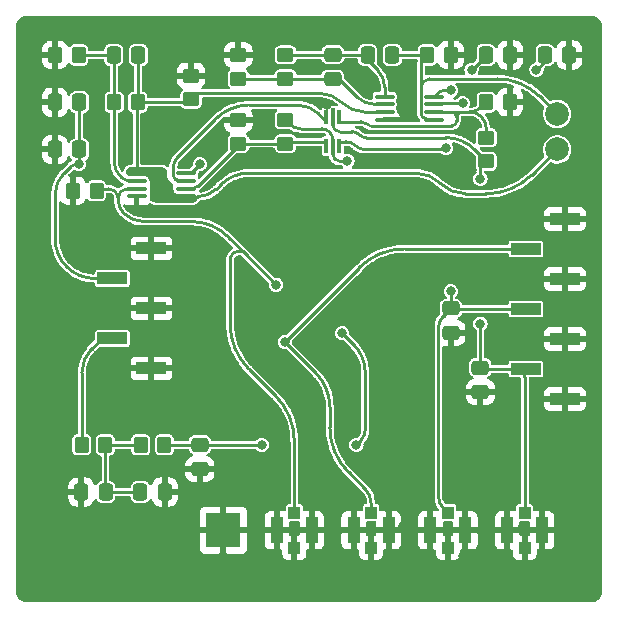
<source format=gtl>
G04 #@! TF.GenerationSoftware,KiCad,Pcbnew,6.0.6-1.fc36*
G04 #@! TF.CreationDate,2022-07-29T12:49:35+02:00*
G04 #@! TF.ProjectId,CosmicWatch-ventidue,436f736d-6963-4576-9174-63682d76656e,rev?*
G04 #@! TF.SameCoordinates,Original*
G04 #@! TF.FileFunction,Copper,L1,Top*
G04 #@! TF.FilePolarity,Positive*
%FSLAX46Y46*%
G04 Gerber Fmt 4.6, Leading zero omitted, Abs format (unit mm)*
G04 Created by KiCad (PCBNEW 6.0.6-1.fc36) date 2022-07-29 12:49:35*
%MOMM*%
%LPD*%
G01*
G04 APERTURE LIST*
G04 Aperture macros list*
%AMRoundRect*
0 Rectangle with rounded corners*
0 $1 Rounding radius*
0 $2 $3 $4 $5 $6 $7 $8 $9 X,Y pos of 4 corners*
0 Add a 4 corners polygon primitive as box body*
4,1,4,$2,$3,$4,$5,$6,$7,$8,$9,$2,$3,0*
0 Add four circle primitives for the rounded corners*
1,1,$1+$1,$2,$3*
1,1,$1+$1,$4,$5*
1,1,$1+$1,$6,$7*
1,1,$1+$1,$8,$9*
0 Add four rect primitives between the rounded corners*
20,1,$1+$1,$2,$3,$4,$5,0*
20,1,$1+$1,$4,$5,$6,$7,0*
20,1,$1+$1,$6,$7,$8,$9,0*
20,1,$1+$1,$8,$9,$2,$3,0*%
G04 Aperture macros list end*
G04 #@! TA.AperFunction,SMDPad,CuDef*
%ADD10R,2.510000X1.000000*%
G04 #@! TD*
G04 #@! TA.AperFunction,SMDPad,CuDef*
%ADD11RoundRect,0.250000X0.450000X-0.350000X0.450000X0.350000X-0.450000X0.350000X-0.450000X-0.350000X0*%
G04 #@! TD*
G04 #@! TA.AperFunction,SMDPad,CuDef*
%ADD12RoundRect,0.250000X-0.475000X0.337500X-0.475000X-0.337500X0.475000X-0.337500X0.475000X0.337500X0*%
G04 #@! TD*
G04 #@! TA.AperFunction,SMDPad,CuDef*
%ADD13R,3.000000X3.000000*%
G04 #@! TD*
G04 #@! TA.AperFunction,SMDPad,CuDef*
%ADD14R,1.000000X1.000000*%
G04 #@! TD*
G04 #@! TA.AperFunction,SMDPad,CuDef*
%ADD15R,1.050000X2.200000*%
G04 #@! TD*
G04 #@! TA.AperFunction,SMDPad,CuDef*
%ADD16RoundRect,0.100000X-0.712500X-0.100000X0.712500X-0.100000X0.712500X0.100000X-0.712500X0.100000X0*%
G04 #@! TD*
G04 #@! TA.AperFunction,SMDPad,CuDef*
%ADD17RoundRect,0.250000X-0.337500X-0.475000X0.337500X-0.475000X0.337500X0.475000X-0.337500X0.475000X0*%
G04 #@! TD*
G04 #@! TA.AperFunction,SMDPad,CuDef*
%ADD18RoundRect,0.250000X-0.450000X0.350000X-0.450000X-0.350000X0.450000X-0.350000X0.450000X0.350000X0*%
G04 #@! TD*
G04 #@! TA.AperFunction,SMDPad,CuDef*
%ADD19RoundRect,0.250000X0.350000X0.450000X-0.350000X0.450000X-0.350000X-0.450000X0.350000X-0.450000X0*%
G04 #@! TD*
G04 #@! TA.AperFunction,SMDPad,CuDef*
%ADD20RoundRect,0.250000X0.475000X-0.337500X0.475000X0.337500X-0.475000X0.337500X-0.475000X-0.337500X0*%
G04 #@! TD*
G04 #@! TA.AperFunction,SMDPad,CuDef*
%ADD21RoundRect,0.250000X-0.350000X-0.450000X0.350000X-0.450000X0.350000X0.450000X-0.350000X0.450000X0*%
G04 #@! TD*
G04 #@! TA.AperFunction,SMDPad,CuDef*
%ADD22RoundRect,0.250000X0.337500X0.475000X-0.337500X0.475000X-0.337500X-0.475000X0.337500X-0.475000X0*%
G04 #@! TD*
G04 #@! TA.AperFunction,SMDPad,CuDef*
%ADD23C,2.000000*%
G04 #@! TD*
G04 #@! TA.AperFunction,SMDPad,CuDef*
%ADD24R,0.375000X1.250000*%
G04 #@! TD*
G04 #@! TA.AperFunction,SMDPad,CuDef*
%ADD25R,0.300000X1.400000*%
G04 #@! TD*
G04 #@! TA.AperFunction,ViaPad*
%ADD26C,0.800000*%
G04 #@! TD*
G04 #@! TA.AperFunction,Conductor*
%ADD27C,0.250000*%
G04 #@! TD*
G04 APERTURE END LIST*
D10*
X96655000Y-129880000D03*
X93345000Y-132420000D03*
X96655000Y-134960000D03*
X93345000Y-137500000D03*
X96655000Y-140040000D03*
X93345000Y-142580000D03*
X96655000Y-145120000D03*
D11*
X65000000Y-119750000D03*
X65000000Y-117750000D03*
D12*
X87000000Y-137462500D03*
X87000000Y-139537500D03*
D13*
X67750000Y-156250000D03*
D11*
X73000000Y-123500000D03*
X73000000Y-121500000D03*
D14*
X73750000Y-154750000D03*
D15*
X72275000Y-156250000D03*
D14*
X73750000Y-157750000D03*
D15*
X75225000Y-156250000D03*
D14*
X93250000Y-154750000D03*
D15*
X91775000Y-156250000D03*
D14*
X93250000Y-157750000D03*
D15*
X94725000Y-156250000D03*
D16*
X60387500Y-126025000D03*
X60387500Y-126675000D03*
X60387500Y-127325000D03*
X60387500Y-127975000D03*
X64612500Y-127975000D03*
X64612500Y-127325000D03*
X64612500Y-126675000D03*
X64612500Y-126025000D03*
D17*
X60712500Y-153000000D03*
X62787500Y-153000000D03*
D18*
X90000000Y-123000000D03*
X90000000Y-125000000D03*
D17*
X89962500Y-116000000D03*
X92037500Y-116000000D03*
D19*
X57000000Y-127500000D03*
X55000000Y-127500000D03*
D12*
X89500000Y-142462500D03*
X89500000Y-144537500D03*
D20*
X77000000Y-118037500D03*
X77000000Y-115962500D03*
D14*
X80250000Y-154750000D03*
D15*
X78775000Y-156250000D03*
D14*
X80250000Y-157750000D03*
D15*
X81725000Y-156250000D03*
D16*
X81387500Y-119525000D03*
X81387500Y-120175000D03*
X81387500Y-120825000D03*
X81387500Y-121475000D03*
X85612500Y-121475000D03*
X85612500Y-120825000D03*
X85612500Y-120175000D03*
X85612500Y-119525000D03*
D14*
X86750000Y-154750000D03*
D15*
X85275000Y-156250000D03*
D14*
X86750000Y-157750000D03*
D15*
X88225000Y-156250000D03*
D21*
X90000000Y-120000000D03*
X92000000Y-120000000D03*
D22*
X55537500Y-120000000D03*
X53462500Y-120000000D03*
D21*
X58500000Y-120000000D03*
X60500000Y-120000000D03*
X85000000Y-116000000D03*
X87000000Y-116000000D03*
D10*
X61655000Y-132382500D03*
X58345000Y-134922500D03*
X61655000Y-137462500D03*
X58345000Y-140002500D03*
X61655000Y-142542500D03*
D23*
X96000000Y-124000000D03*
D17*
X94962500Y-116000000D03*
X97037500Y-116000000D03*
D19*
X55500000Y-116000000D03*
X53500000Y-116000000D03*
D22*
X55537500Y-124000000D03*
X53462500Y-124000000D03*
X57787500Y-153000000D03*
X55712500Y-153000000D03*
D12*
X65750000Y-149000000D03*
X65750000Y-151075000D03*
D17*
X79962500Y-116000000D03*
X82037500Y-116000000D03*
X58462500Y-116000000D03*
X60537500Y-116000000D03*
D11*
X69000000Y-123500000D03*
X69000000Y-121500000D03*
D21*
X55750000Y-149000000D03*
X57750000Y-149000000D03*
D23*
X96000000Y-121000000D03*
D11*
X69000000Y-118000000D03*
X69000000Y-116000000D03*
X73000000Y-118000000D03*
X73000000Y-116000000D03*
D24*
X76462500Y-123725000D03*
D25*
X77000000Y-123800000D03*
D24*
X77537500Y-123725000D03*
X77537500Y-121275000D03*
D25*
X77000000Y-121200000D03*
D24*
X76462500Y-121275000D03*
D21*
X60750000Y-149000000D03*
X62750000Y-149000000D03*
D26*
X79000000Y-149000000D03*
X71000000Y-149000000D03*
X77800000Y-139549550D03*
X78250000Y-125000000D03*
X87000000Y-136000000D03*
X89500000Y-138750000D03*
X89500000Y-126500000D03*
X72200000Y-135450450D03*
X72950450Y-140300000D03*
X86600000Y-123900000D03*
X88000000Y-120100500D03*
X88750000Y-117250000D03*
X87000000Y-119000000D03*
X65750000Y-125250000D03*
X94250000Y-117250000D03*
X55500000Y-125250000D03*
X89000000Y-121750000D03*
X66000000Y-123750000D03*
X75250000Y-125000000D03*
X78750000Y-117500000D03*
X83250000Y-120250000D03*
X87250000Y-126000000D03*
X64500000Y-122000000D03*
X76500000Y-120250000D03*
X60110000Y-150805000D03*
X52490000Y-125405000D03*
X52490000Y-140645000D03*
X82970000Y-155885000D03*
X95670000Y-127945000D03*
X70270000Y-150805000D03*
X75350000Y-130485000D03*
X77890000Y-153345000D03*
X88050000Y-150805000D03*
X57570000Y-122865000D03*
X65190000Y-140645000D03*
X62650000Y-115245000D03*
X52490000Y-133025000D03*
X52490000Y-148265000D03*
X95670000Y-117785000D03*
X55030000Y-160965000D03*
X82970000Y-117785000D03*
X67730000Y-145725000D03*
X93130000Y-155885000D03*
X75350000Y-115245000D03*
X75350000Y-148265000D03*
X88050000Y-130485000D03*
X80430000Y-135565000D03*
X67730000Y-158425000D03*
X70270000Y-135565000D03*
X52490000Y-155885000D03*
X95670000Y-148265000D03*
X82970000Y-140645000D03*
X57570000Y-145725000D03*
X98210000Y-133025000D03*
X52490000Y-117785000D03*
X60110000Y-158425000D03*
X75350000Y-158425000D03*
X88050000Y-158425000D03*
X65190000Y-153345000D03*
X70270000Y-127945000D03*
X82970000Y-148265000D03*
X57570000Y-138105000D03*
X72810000Y-143185000D03*
X98210000Y-143185000D03*
X90590000Y-135565000D03*
X93130000Y-122865000D03*
X88050000Y-143185000D03*
X98210000Y-160965000D03*
X80430000Y-127945000D03*
X93130000Y-140645000D03*
X57570000Y-130485000D03*
X98210000Y-153345000D03*
X62650000Y-135565000D03*
D27*
X76061091Y-122250004D02*
G75*
G02*
X76725000Y-122525000I9J-938896D01*
G01*
X77000000Y-124402512D02*
X77000000Y-123800000D01*
X65102538Y-119647459D02*
X65100585Y-119649412D01*
X77175004Y-124824996D02*
G75*
G02*
X77000000Y-124402512I422496J422496D01*
G01*
X73375000Y-121875000D02*
X73000000Y-121500000D01*
X74280330Y-122249987D02*
G75*
G02*
X73375000Y-121875000I-30J1280287D01*
G01*
X65031248Y-119718748D02*
X65015623Y-119734373D01*
X65075193Y-119674803D02*
X65069334Y-119680662D01*
X76061091Y-122250000D02*
X74280330Y-122250000D01*
X84475000Y-117322345D02*
X84475000Y-117417037D01*
X76981255Y-115981255D02*
G75*
G02*
X76935983Y-116000000I-45255J45255D01*
G01*
X79898483Y-115962507D02*
G75*
G02*
X79943750Y-115981250I17J-63993D01*
G01*
X81387546Y-118706250D02*
G75*
G03*
X80808556Y-117308556I-1976646J-50D01*
G01*
X76981245Y-115981245D02*
G75*
G02*
X77026516Y-115962500I45255J-45255D01*
G01*
X84475000Y-120936349D02*
X84475000Y-118775000D01*
X84661983Y-121288016D02*
G75*
G03*
X85113387Y-121475000I451417J451416D01*
G01*
X84475013Y-116896231D02*
G75*
G02*
X84737500Y-116262500I896187J31D01*
G01*
X87064016Y-137500000D02*
X92845000Y-137500000D01*
X75886306Y-119249998D02*
G75*
G02*
X77787499Y-120037501I-6J-2688702D01*
G01*
X64655177Y-128000009D02*
G75*
G02*
X64625000Y-127987500I23J42709D01*
G01*
X65568750Y-128000045D02*
G75*
G03*
X67158493Y-127341506I-50J2248245D01*
G01*
X57814016Y-153000000D02*
X60712500Y-153000000D01*
X57750000Y-149000000D02*
X60750000Y-149000000D01*
X57750000Y-149000000D02*
X57750000Y-152935983D01*
X57768745Y-152981255D02*
G75*
G03*
X57814016Y-153000000I45255J45255D01*
G01*
X57750007Y-152935983D02*
G75*
G03*
X57768750Y-152981250I63993J-17D01*
G01*
X79750000Y-147719669D02*
X79750000Y-147458606D01*
X79000000Y-149000000D02*
X79375000Y-148625000D01*
X79750000Y-143304296D02*
X79750000Y-142876756D01*
X79750000Y-146936481D02*
X79750000Y-146508941D01*
X79750000Y-145086353D02*
X79750000Y-144159377D01*
X77800000Y-139549550D02*
X78776167Y-140525717D01*
X65750000Y-149000000D02*
X62750000Y-149000000D01*
X71000000Y-149000000D02*
X65750000Y-149000000D01*
X79375009Y-148625009D02*
G75*
G03*
X79750000Y-147719669I-905309J905309D01*
G01*
X78776151Y-140525733D02*
G75*
G02*
X79750000Y-142876756I-2351051J-2351067D01*
G01*
X59906250Y-126675000D02*
X60387500Y-126675000D01*
X58462500Y-119935983D02*
X58462500Y-116000000D01*
X58500000Y-120026516D02*
X58500000Y-125095926D01*
X58962500Y-126212500D02*
X59084704Y-126334704D01*
X58462500Y-116000000D02*
X55500000Y-116000000D01*
X58499990Y-125095926D02*
G75*
G03*
X58962501Y-126212499I1579110J26D01*
G01*
X59906250Y-126675047D02*
G75*
G02*
X59084704Y-126334704I50J1161847D01*
G01*
X58499993Y-120026516D02*
G75*
G03*
X58481250Y-119981250I-63993J16D01*
G01*
X58462507Y-119935983D02*
G75*
G03*
X58481250Y-119981250I63993J-17D01*
G01*
X84475000Y-117132961D02*
X84475000Y-117227653D01*
X60537500Y-119935983D02*
X60537500Y-116000000D01*
X64984373Y-119765623D02*
X64953124Y-119796874D01*
X60387500Y-120192049D02*
X60387500Y-126025000D01*
X65100585Y-119649412D02*
X65097655Y-119652342D01*
X60518750Y-119981250D02*
X60481250Y-120018750D01*
X65182616Y-119567381D02*
X65171874Y-119578124D01*
X64625000Y-127987500D02*
X64612500Y-127975000D01*
X67158493Y-127341506D02*
X67500000Y-127000000D01*
X64890624Y-119859374D02*
X64886718Y-119863280D01*
X65062498Y-119687498D02*
X65069334Y-119680662D01*
X65129881Y-119620116D02*
X65140624Y-119609374D01*
X65238279Y-119511717D02*
X65230467Y-119519530D01*
X65104491Y-119645506D02*
X65110350Y-119639646D01*
X84475000Y-117011635D02*
X84475000Y-117017554D01*
X65211911Y-119538084D02*
X65214841Y-119535155D01*
X93843792Y-126156207D02*
X96000000Y-124000000D01*
X65568750Y-128000000D02*
X64655177Y-128000000D01*
X65238279Y-119511717D02*
X65241209Y-119508788D01*
X89996036Y-127750000D02*
X88237436Y-127750000D01*
X65082028Y-119667967D02*
X65081052Y-119668944D01*
X64878906Y-119871093D02*
X64875000Y-119875000D01*
X84012563Y-126000000D02*
X69914213Y-126000000D01*
X64573223Y-120000000D02*
X60526516Y-120000000D01*
X65853553Y-119250000D02*
X75886306Y-119250000D01*
X79688693Y-120825000D02*
X81387500Y-120825000D01*
X65249023Y-119500976D02*
X65250000Y-119500000D01*
X60443750Y-120056250D02*
X60481250Y-120018750D01*
X65202146Y-119547850D02*
X65208006Y-119541990D01*
X65247068Y-119502929D02*
X65245115Y-119504882D01*
X65042967Y-119707029D02*
X65031248Y-119718748D01*
X64874993Y-119874993D02*
G75*
G02*
X64573223Y-120000000I-301793J301793D01*
G01*
X94772436Y-116727505D02*
G75*
G03*
X94962500Y-116268750I-458736J458805D01*
G01*
X85874991Y-119262491D02*
G75*
G02*
X86508731Y-119000000I633709J-633709D01*
G01*
X54479991Y-133942509D02*
G75*
G03*
X56845929Y-134922500I2365909J2365909D01*
G01*
X60481245Y-120018745D02*
G75*
G02*
X60526516Y-120000000I45255J-45255D01*
G01*
X65249984Y-119499984D02*
G75*
G02*
X65853553Y-119250000I603516J-603516D01*
G01*
X88237436Y-127749984D02*
G75*
G02*
X86125001Y-126874999I-36J2987384D01*
G01*
X60526516Y-119999960D02*
G75*
G02*
X60518750Y-119981250I-16J10960D01*
G01*
X60387521Y-120192049D02*
G75*
G02*
X60443750Y-120056250I191979J49D01*
G01*
X84012563Y-126000016D02*
G75*
G02*
X86124999Y-126875001I37J-2987384D01*
G01*
X89996036Y-127750010D02*
G75*
G03*
X93843792Y-126156207I-36J5441610D01*
G01*
X60518755Y-119981255D02*
G75*
G03*
X60537500Y-119935983I-45255J45255D01*
G01*
X79688693Y-120825002D02*
G75*
G02*
X77787501Y-120037499I7J2688702D01*
G01*
X67499996Y-126999996D02*
G75*
G02*
X69914213Y-126000000I2414204J-2414204D01*
G01*
X76935983Y-118000000D02*
X73000000Y-118000000D01*
X73000000Y-118000000D02*
X69000000Y-118000000D01*
X80531250Y-120175000D02*
X81387500Y-120175000D01*
X77727534Y-118227534D02*
X79069539Y-119569539D01*
X77026516Y-118037500D02*
X77268750Y-118037500D01*
X80531250Y-120175026D02*
G75*
G02*
X79069539Y-119569539I50J2067226D01*
G01*
X77026516Y-118037493D02*
G75*
G02*
X76981250Y-118018750I-16J63993D01*
G01*
X76935983Y-118000007D02*
G75*
G02*
X76981250Y-118018750I17J-63993D01*
G01*
X77268750Y-118037530D02*
G75*
G02*
X77727534Y-118227534I50J-648770D01*
G01*
X80808556Y-117308556D02*
X80126018Y-116626018D01*
X81387500Y-118706250D02*
X81387500Y-119525000D01*
X76935983Y-116000000D02*
X73000000Y-116000000D01*
X77026516Y-115962500D02*
X79898483Y-115962500D01*
X79962500Y-116026516D02*
X79962500Y-116231250D01*
X79962540Y-116231250D02*
G75*
G03*
X80126019Y-116626017I558260J-50D01*
G01*
X79962493Y-116026516D02*
G75*
G03*
X79943750Y-115981250I-63993J16D01*
G01*
X84475000Y-118775000D02*
X84475000Y-117511729D01*
X84475000Y-116931739D02*
X84475000Y-116922862D01*
X84628768Y-116000000D02*
X82037500Y-116000000D01*
X84591455Y-121217496D02*
X84661979Y-121288020D01*
X85113387Y-121475000D02*
X85612500Y-121475000D01*
X84475000Y-117002758D02*
X84475000Y-117011635D01*
X84475000Y-117041228D02*
X84475000Y-117023473D01*
X90921357Y-118025000D02*
X85225000Y-118025000D01*
X94512500Y-119512500D02*
X96000000Y-121000000D01*
X84475000Y-116911026D02*
X84475000Y-116905108D01*
X84475000Y-117132961D02*
X84475000Y-117100410D01*
X84475000Y-116899190D02*
X84475000Y-116896231D01*
X90921357Y-118025018D02*
G75*
G02*
X94512500Y-119512500I43J-5078582D01*
G01*
X84591480Y-121217471D02*
G75*
G02*
X84475000Y-120936349I281120J281171D01*
G01*
X85225000Y-118025000D02*
G75*
G03*
X84475000Y-118775000I0J-750000D01*
G01*
X84737553Y-116262553D02*
G75*
G03*
X84628768Y-116000000I-108753J108753D01*
G01*
X86350000Y-154350000D02*
X86750000Y-154750000D01*
X86398016Y-138064484D02*
X87000000Y-137462500D01*
X85950000Y-153384314D02*
X85950000Y-139146090D01*
X87000000Y-136000000D02*
X87000000Y-137435983D01*
X86981250Y-137481250D02*
G75*
G02*
X87018750Y-137481250I18750J-18748D01*
G01*
X86981255Y-137481255D02*
G75*
G03*
X87000000Y-137435983I-45255J45255D01*
G01*
X87018745Y-137481255D02*
G75*
G03*
X87064016Y-137500000I45255J45255D01*
G01*
X87000007Y-137435983D02*
G75*
G03*
X87018750Y-137481250I63993J-17D01*
G01*
X86350004Y-154349996D02*
G75*
G02*
X85950000Y-153384314I965696J965696D01*
G01*
X85949987Y-139146090D02*
G75*
G02*
X86398016Y-138064484I1529613J-10D01*
G01*
X77000000Y-121925736D02*
X77000000Y-121575000D01*
X89500000Y-142379414D02*
X89500000Y-138750000D01*
X79853553Y-123000000D02*
X86585786Y-123000000D01*
X77574263Y-122500000D02*
X78646446Y-122500000D01*
X89000000Y-124000000D02*
X89750000Y-124750000D01*
X89500000Y-126500000D02*
X89500000Y-125853553D01*
X89700585Y-142580000D02*
X92558621Y-142580000D01*
X93250000Y-143271378D02*
X93250000Y-154750000D01*
X93047494Y-142782506D02*
G75*
G02*
X93250000Y-143271378I-488894J-488894D01*
G01*
X89500023Y-125853553D02*
G75*
G02*
X89750001Y-125250001I853477J53D01*
G01*
X79250014Y-122749986D02*
G75*
G03*
X79853553Y-123000000I603586J603586D01*
G01*
X89700585Y-142580006D02*
G75*
G02*
X89558750Y-142521250I15J200606D01*
G01*
X89750000Y-124750000D02*
G75*
G02*
X89750000Y-125250000I-250000J-250000D01*
G01*
X79250016Y-122749984D02*
G75*
G03*
X78646446Y-122500000I-603516J-603516D01*
G01*
X89499994Y-142379414D02*
G75*
G03*
X89558750Y-142521250I200606J14D01*
G01*
X86585786Y-123000006D02*
G75*
G02*
X89000000Y-124000000I14J-3414194D01*
G01*
X77168209Y-122331791D02*
G75*
G03*
X77574263Y-122500000I406091J406091D01*
G01*
X76999986Y-121925736D02*
G75*
G03*
X77168199Y-122331801I574314J36D01*
G01*
X93047494Y-142782506D02*
G75*
G03*
X92558621Y-142580000I-488894J-488894D01*
G01*
X69452501Y-132702951D02*
X68151025Y-131401475D01*
X73750000Y-148703963D02*
X73750000Y-154750000D01*
X58043750Y-127325000D02*
X57298743Y-127325000D01*
X69452501Y-132702951D02*
X72200000Y-135450450D01*
X57087500Y-127412500D02*
X57000000Y-127500000D01*
X59606250Y-127325000D02*
X60387500Y-127325000D01*
X68307050Y-138753086D02*
X68307050Y-133557498D01*
X72156207Y-144856207D02*
X69900842Y-142600842D01*
X58825000Y-128259754D02*
X58825000Y-128106250D01*
X65008985Y-130100000D02*
X60996470Y-130100000D01*
X57087487Y-127412487D02*
G75*
G02*
X57298743Y-127325000I211213J-211213D01*
G01*
X68306984Y-133557512D02*
G75*
G02*
X69452501Y-132702952I772216J159912D01*
G01*
X60996470Y-130100015D02*
G75*
G02*
X59295414Y-129395408I30J2405715D01*
G01*
X69900835Y-142600849D02*
G75*
G02*
X68307050Y-138753086I3847765J3847749D01*
G01*
X59295398Y-129395424D02*
G75*
G02*
X58825000Y-128259754I1135602J1135624D01*
G01*
X68151029Y-131401471D02*
G75*
G03*
X65008985Y-130100000I-3142029J-3142029D01*
G01*
X58825000Y-128106250D02*
G75*
G03*
X58043750Y-127325000I-781200J50D01*
G01*
X72156199Y-144856215D02*
G75*
G02*
X73750000Y-148703963I-3847799J-3847785D01*
G01*
X58825000Y-128106250D02*
G75*
G02*
X59606250Y-127325000I781200J50D01*
G01*
X75549160Y-142898710D02*
X72950450Y-140300000D01*
X80250000Y-154000000D02*
X80250000Y-154750000D01*
X78343792Y-151343792D02*
X79719669Y-152719669D01*
X83084413Y-132420000D02*
X93345000Y-132420000D01*
X76750000Y-145797793D02*
X76750000Y-147496036D01*
X72950450Y-140300000D02*
X79236657Y-134013792D01*
X79236661Y-134013796D02*
G75*
G02*
X83084413Y-132420000I3847739J-3847704D01*
G01*
X75549152Y-142898718D02*
G75*
G02*
X76750000Y-145797793I-2899052J-2899082D01*
G01*
X76749990Y-147496036D02*
G75*
G03*
X78343793Y-151343791I5441610J36D01*
G01*
X79719677Y-152719661D02*
G75*
G02*
X80250000Y-154000000I-1280377J-1280339D01*
G01*
X72893933Y-123500000D02*
X69100520Y-123500000D01*
X65591356Y-127109684D02*
X68928921Y-123772119D01*
X65071537Y-127325000D02*
X64612500Y-127325000D01*
X73256066Y-123350000D02*
X76462500Y-123350000D01*
X72893933Y-123500014D02*
G75*
G03*
X73075000Y-123425000I-33J256114D01*
G01*
X68928916Y-123772114D02*
G75*
G03*
X69000000Y-123600520I-171616J171614D01*
G01*
X69100520Y-123500000D02*
G75*
G03*
X69000000Y-123600520I-20J-100500D01*
G01*
X73256066Y-123349986D02*
G75*
G03*
X73075000Y-123425000I34J-256114D01*
G01*
X65071537Y-127325036D02*
G75*
G03*
X65591356Y-127109684I-37J735136D01*
G01*
X88000000Y-120100500D02*
X85739679Y-120100500D01*
X86600000Y-123900000D02*
X86550000Y-123950000D01*
X78140380Y-123350000D02*
X77537500Y-123350000D01*
X79709619Y-124000000D02*
X86429289Y-124000000D01*
X85649750Y-120137750D02*
X85612500Y-120175000D01*
X85739679Y-120100492D02*
G75*
G03*
X85649750Y-120137750I21J-127208D01*
G01*
X79709619Y-123999991D02*
G75*
G02*
X78925001Y-123674999I-19J1109591D01*
G01*
X78140380Y-123350009D02*
G75*
G02*
X78924999Y-123675001I20J-1109591D01*
G01*
X87962500Y-120825000D02*
X87037500Y-120825000D01*
X87037500Y-120825000D02*
X85612500Y-120825000D01*
X87500000Y-121287500D02*
X87500000Y-121573223D01*
X87962500Y-120825000D02*
X88591636Y-120825000D01*
X90000000Y-122233363D02*
X90000000Y-123000000D01*
X79402512Y-121650000D02*
X77537500Y-121650000D01*
X89587500Y-120412500D02*
X90000000Y-120000000D01*
X80247487Y-122000000D02*
X87073223Y-122000000D01*
X80247487Y-122000005D02*
G75*
G02*
X79825000Y-121825000I13J597505D01*
G01*
X87500000Y-121287500D02*
G75*
G02*
X87962500Y-120825000I462500J0D01*
G01*
X87037500Y-120825000D02*
G75*
G02*
X87500000Y-121287500I0J-462500D01*
G01*
X87500009Y-121573223D02*
G75*
G02*
X87375000Y-121875000I-426809J23D01*
G01*
X87374993Y-121874993D02*
G75*
G02*
X87073223Y-122000000I-301793J301793D01*
G01*
X88591636Y-120824985D02*
G75*
G02*
X89587500Y-121237500I-36J-1408415D01*
G01*
X89587489Y-120412489D02*
G75*
G02*
X88591636Y-120825000I-995889J995889D01*
G01*
X79402512Y-121649995D02*
G75*
G02*
X79825000Y-121825000I-12J-597505D01*
G01*
X90000015Y-122233363D02*
G75*
G03*
X89587500Y-121237500I-1408415J-37D01*
G01*
X69915653Y-120250000D02*
X74072550Y-120250000D01*
X63475000Y-125663020D02*
X63475000Y-126143338D01*
X64113387Y-126675000D02*
X64612500Y-126675000D01*
X63586597Y-126412672D02*
X63661979Y-126488020D01*
X75762500Y-120950000D02*
X76462500Y-121650000D01*
X63926148Y-124573851D02*
X67072204Y-121427795D01*
X63661983Y-126488016D02*
G75*
G03*
X64113387Y-126675000I451417J451416D01*
G01*
X63474970Y-126143338D02*
G75*
G03*
X63586597Y-126412672I380830J38D01*
G01*
X63475009Y-125663020D02*
G75*
G02*
X63926148Y-124573851I1540291J20D01*
G01*
X75762485Y-120950015D02*
G75*
G03*
X74072550Y-120250000I-1689985J-1689985D01*
G01*
X67072237Y-121427828D02*
G75*
G02*
X69915653Y-120250000I2843463J-2843372D01*
G01*
X55750000Y-142921652D02*
X55750000Y-149000000D01*
X57902500Y-140002500D02*
X58345000Y-140002500D01*
X56604999Y-140857499D02*
X57147105Y-140315394D01*
X56604985Y-140857485D02*
G75*
G03*
X55750000Y-142921652I2064115J-2064115D01*
G01*
X57147103Y-140315392D02*
G75*
G02*
X57902500Y-140002500I755397J-755408D01*
G01*
X55500000Y-124064016D02*
X55500000Y-125250000D01*
X55537500Y-123973483D02*
X55537500Y-120000000D01*
X64793750Y-126025000D02*
X64612500Y-126025000D01*
X94250000Y-117250000D02*
X94772465Y-116727534D01*
X86508731Y-119000000D02*
X87000000Y-119000000D01*
X89962500Y-116018750D02*
X89962500Y-116000000D01*
X94962500Y-116268750D02*
X94962500Y-116000000D01*
X53500000Y-131576570D02*
X53500000Y-127810660D01*
X89949241Y-116050758D02*
X88750000Y-117250000D01*
X85875000Y-119262500D02*
X85612500Y-119525000D01*
X56845929Y-134922500D02*
X58345000Y-134922500D01*
X65750000Y-125250000D02*
X65103163Y-125896836D01*
X55250000Y-125250000D02*
X55500000Y-125250000D01*
X54250000Y-126000000D02*
X54823223Y-125426776D01*
X89962524Y-116018750D02*
G75*
G02*
X89949240Y-116050757I-45324J50D01*
G01*
X54823235Y-125426788D02*
G75*
G02*
X55250000Y-125250000I426765J-426712D01*
G01*
X54479991Y-133942509D02*
G75*
G02*
X53500000Y-131576570I2365909J2365909D01*
G01*
X64793750Y-126025027D02*
G75*
G03*
X65103163Y-125896836I-50J437627D01*
G01*
X55500007Y-124064016D02*
G75*
G02*
X55518750Y-124018750I63993J16D01*
G01*
X53499955Y-127810660D02*
G75*
G02*
X54250001Y-126000001I2560645J-40D01*
G01*
X55518755Y-124018755D02*
G75*
G03*
X55537500Y-123973483I-45255J45255D01*
G01*
X92037500Y-116000000D02*
X92000000Y-116037500D01*
X53500000Y-120037500D02*
X53462500Y-120000000D01*
X53500000Y-123962500D02*
X53462500Y-124000000D01*
X84475000Y-117041228D02*
X84475000Y-117070819D01*
X84475000Y-117070819D02*
X84475000Y-117100410D01*
X84475000Y-116955412D02*
X84475000Y-116979085D01*
X84475000Y-116916944D02*
X84475000Y-116922862D01*
X84475000Y-116911026D02*
X84475000Y-116916944D01*
X65202146Y-119547850D02*
X65192381Y-119557616D01*
X65209959Y-119540037D02*
X65208006Y-119541990D01*
X65245115Y-119504882D02*
X65243162Y-119506835D01*
X64953124Y-119796874D02*
X64937499Y-119812499D01*
X64921874Y-119828124D02*
X64906249Y-119843749D01*
X64999998Y-119749998D02*
X64984373Y-119765623D01*
X65230467Y-119519530D02*
X65222654Y-119527342D01*
X65192381Y-119557616D02*
X65182616Y-119567381D01*
X65015623Y-119734373D02*
X64999998Y-119749998D01*
X65081052Y-119668944D02*
X65075193Y-119674803D01*
X65097655Y-119652342D02*
X65089842Y-119660155D01*
X65222654Y-119527342D02*
X65214841Y-119535155D01*
X77000000Y-123188908D02*
X77000000Y-123800000D01*
X64886718Y-119863280D02*
X64878906Y-119871093D01*
X65211911Y-119538084D02*
X65209959Y-119540037D01*
X65129881Y-119620116D02*
X65120116Y-119629881D01*
X64906249Y-119843749D02*
X64890624Y-119859374D01*
X84475000Y-117227653D02*
X84475000Y-117322345D01*
X65249023Y-119500976D02*
X65247068Y-119502929D01*
X84475000Y-116979085D02*
X84475000Y-117002758D01*
X77597487Y-125000000D02*
X78250000Y-125000000D01*
X84475000Y-117017554D02*
X84475000Y-117023473D01*
X84475000Y-116899190D02*
X84475000Y-116905108D01*
X65243162Y-119506835D02*
X65241209Y-119508788D01*
X84475000Y-116931739D02*
X84475000Y-116955412D01*
X65171874Y-119578124D02*
X65140624Y-119609374D01*
X65089842Y-119660155D02*
X65082028Y-119667967D01*
X84475000Y-117417037D02*
X84475000Y-117511729D01*
X65062498Y-119687498D02*
X65042967Y-119707029D01*
X65104491Y-119645506D02*
X65102538Y-119647459D01*
X65120116Y-119629881D02*
X65110350Y-119639646D01*
X86429289Y-123999995D02*
G75*
G03*
X86550000Y-123950000I11J170695D01*
G01*
X79750000Y-143304296D02*
X79750000Y-144159377D01*
X79750000Y-146936481D02*
X79750000Y-147458606D01*
X64937499Y-119812499D02*
X64921874Y-119828124D01*
X79750000Y-145086353D02*
X79750000Y-145797647D01*
X79750000Y-145797647D02*
X79750000Y-146508941D01*
X76999996Y-123188908D02*
G75*
G03*
X76725000Y-122525000I-938896J8D01*
G01*
X77597487Y-125000005D02*
G75*
G02*
X77175000Y-124825000I13J597505D01*
G01*
G04 #@! TA.AperFunction,Conductor*
G36*
X98980242Y-112702466D02*
G01*
X98985811Y-112702476D01*
X98999641Y-112705656D01*
X99013482Y-112702524D01*
X99014605Y-112702526D01*
X99026731Y-112703133D01*
X99081618Y-112708539D01*
X99143626Y-112714646D01*
X99167848Y-112719464D01*
X99294085Y-112757757D01*
X99316897Y-112767206D01*
X99363623Y-112792182D01*
X99433232Y-112829389D01*
X99453770Y-112843112D01*
X99555739Y-112926796D01*
X99573204Y-112944261D01*
X99656888Y-113046230D01*
X99670611Y-113066768D01*
X99732793Y-113183102D01*
X99742242Y-113205912D01*
X99780538Y-113332156D01*
X99785354Y-113356373D01*
X99796917Y-113473770D01*
X99797503Y-113485905D01*
X99794344Y-113499641D01*
X99797475Y-113513480D01*
X99797467Y-113518310D01*
X99799500Y-113536504D01*
X99799500Y-161462920D01*
X99797534Y-161480242D01*
X99797524Y-161485811D01*
X99794344Y-161499641D01*
X99797476Y-161513482D01*
X99797474Y-161514605D01*
X99796867Y-161526736D01*
X99785354Y-161643626D01*
X99780537Y-161667846D01*
X99742244Y-161794082D01*
X99732794Y-161816897D01*
X99703276Y-161872121D01*
X99670611Y-161933232D01*
X99656888Y-161953770D01*
X99573204Y-162055739D01*
X99555739Y-162073204D01*
X99453770Y-162156888D01*
X99433235Y-162170609D01*
X99316898Y-162232793D01*
X99294088Y-162242242D01*
X99167844Y-162280538D01*
X99143627Y-162285354D01*
X99118814Y-162287798D01*
X99026230Y-162296917D01*
X99014095Y-162297503D01*
X99000359Y-162294344D01*
X98986520Y-162297475D01*
X98981690Y-162297467D01*
X98963496Y-162299500D01*
X75187765Y-162299500D01*
X51037081Y-162299499D01*
X51019759Y-162297533D01*
X51014190Y-162297523D01*
X51000360Y-162294343D01*
X50986519Y-162297475D01*
X50985396Y-162297473D01*
X50973269Y-162296866D01*
X50856377Y-162285354D01*
X50832157Y-162280537D01*
X50705915Y-162242242D01*
X50683104Y-162232793D01*
X50566764Y-162170608D01*
X50546229Y-162156886D01*
X50444262Y-162073203D01*
X50426797Y-162055738D01*
X50343114Y-161953771D01*
X50329391Y-161933234D01*
X50296726Y-161872122D01*
X50267207Y-161816896D01*
X50257757Y-161794082D01*
X50257756Y-161794077D01*
X50219463Y-161667843D01*
X50214646Y-161643620D01*
X50203085Y-161526239D01*
X50202498Y-161514094D01*
X50205657Y-161500358D01*
X50202526Y-161486519D01*
X50202534Y-161481689D01*
X50200501Y-161463495D01*
X50200501Y-157794669D01*
X65742001Y-157794669D01*
X65742371Y-157801490D01*
X65747895Y-157852352D01*
X65751521Y-157867604D01*
X65796676Y-157988054D01*
X65805214Y-158003649D01*
X65881715Y-158105724D01*
X65894276Y-158118285D01*
X65996351Y-158194786D01*
X66011946Y-158203324D01*
X66132394Y-158248478D01*
X66147649Y-158252105D01*
X66198514Y-158257631D01*
X66205328Y-158258000D01*
X67477885Y-158258000D01*
X67493124Y-158253525D01*
X67494329Y-158252135D01*
X67496000Y-158244452D01*
X67496000Y-158239884D01*
X68004000Y-158239884D01*
X68008475Y-158255123D01*
X68009865Y-158256328D01*
X68017548Y-158257999D01*
X69294669Y-158257999D01*
X69301490Y-158257629D01*
X69352352Y-158252105D01*
X69367604Y-158248479D01*
X69488054Y-158203324D01*
X69503649Y-158194786D01*
X69605724Y-158118285D01*
X69618285Y-158105724D01*
X69694786Y-158003649D01*
X69703324Y-157988054D01*
X69748478Y-157867606D01*
X69752105Y-157852351D01*
X69757631Y-157801486D01*
X69758000Y-157794672D01*
X69758000Y-157394669D01*
X71242001Y-157394669D01*
X71242371Y-157401490D01*
X71247895Y-157452352D01*
X71251521Y-157467604D01*
X71296676Y-157588054D01*
X71305214Y-157603649D01*
X71381715Y-157705724D01*
X71394276Y-157718285D01*
X71496351Y-157794786D01*
X71511946Y-157803324D01*
X71632394Y-157848478D01*
X71647649Y-157852105D01*
X71698514Y-157857631D01*
X71705328Y-157858000D01*
X72002885Y-157858000D01*
X72018124Y-157853525D01*
X72019329Y-157852135D01*
X72021000Y-157844452D01*
X72021000Y-157839884D01*
X72529000Y-157839884D01*
X72533475Y-157855123D01*
X72534865Y-157856328D01*
X72542548Y-157857999D01*
X72616001Y-157857999D01*
X72684122Y-157878001D01*
X72730615Y-157931657D01*
X72742001Y-157983999D01*
X72742001Y-158294669D01*
X72742371Y-158301490D01*
X72747895Y-158352352D01*
X72751521Y-158367604D01*
X72796676Y-158488054D01*
X72805214Y-158503649D01*
X72881715Y-158605724D01*
X72894276Y-158618285D01*
X72996351Y-158694786D01*
X73011946Y-158703324D01*
X73132394Y-158748478D01*
X73147649Y-158752105D01*
X73198514Y-158757631D01*
X73205328Y-158758000D01*
X73477885Y-158758000D01*
X73493124Y-158753525D01*
X73494329Y-158752135D01*
X73496000Y-158744452D01*
X73496000Y-158739884D01*
X74004000Y-158739884D01*
X74008475Y-158755123D01*
X74009865Y-158756328D01*
X74017548Y-158757999D01*
X74294669Y-158757999D01*
X74301490Y-158757629D01*
X74352352Y-158752105D01*
X74367604Y-158748479D01*
X74488054Y-158703324D01*
X74503649Y-158694786D01*
X74605724Y-158618285D01*
X74618285Y-158605724D01*
X74694786Y-158503649D01*
X74703324Y-158488054D01*
X74748478Y-158367606D01*
X74752105Y-158352351D01*
X74757631Y-158301486D01*
X74758000Y-158294672D01*
X74758000Y-157984000D01*
X74778002Y-157915879D01*
X74831658Y-157869386D01*
X74884000Y-157858000D01*
X74952885Y-157858000D01*
X74968124Y-157853525D01*
X74969329Y-157852135D01*
X74971000Y-157844452D01*
X74971000Y-157839884D01*
X75479000Y-157839884D01*
X75483475Y-157855123D01*
X75484865Y-157856328D01*
X75492548Y-157857999D01*
X75794669Y-157857999D01*
X75801490Y-157857629D01*
X75852352Y-157852105D01*
X75867604Y-157848479D01*
X75988054Y-157803324D01*
X76003649Y-157794786D01*
X76105724Y-157718285D01*
X76118285Y-157705724D01*
X76194786Y-157603649D01*
X76203324Y-157588054D01*
X76248478Y-157467606D01*
X76252105Y-157452351D01*
X76257631Y-157401486D01*
X76258000Y-157394672D01*
X76258000Y-157394669D01*
X77742001Y-157394669D01*
X77742371Y-157401490D01*
X77747895Y-157452352D01*
X77751521Y-157467604D01*
X77796676Y-157588054D01*
X77805214Y-157603649D01*
X77881715Y-157705724D01*
X77894276Y-157718285D01*
X77996351Y-157794786D01*
X78011946Y-157803324D01*
X78132394Y-157848478D01*
X78147649Y-157852105D01*
X78198514Y-157857631D01*
X78205328Y-157858000D01*
X78502885Y-157858000D01*
X78518124Y-157853525D01*
X78519329Y-157852135D01*
X78521000Y-157844452D01*
X78521000Y-157839884D01*
X79029000Y-157839884D01*
X79033475Y-157855123D01*
X79034865Y-157856328D01*
X79042548Y-157857999D01*
X79116001Y-157857999D01*
X79184122Y-157878001D01*
X79230615Y-157931657D01*
X79242001Y-157983999D01*
X79242001Y-158294669D01*
X79242371Y-158301490D01*
X79247895Y-158352352D01*
X79251521Y-158367604D01*
X79296676Y-158488054D01*
X79305214Y-158503649D01*
X79381715Y-158605724D01*
X79394276Y-158618285D01*
X79496351Y-158694786D01*
X79511946Y-158703324D01*
X79632394Y-158748478D01*
X79647649Y-158752105D01*
X79698514Y-158757631D01*
X79705328Y-158758000D01*
X79977885Y-158758000D01*
X79993124Y-158753525D01*
X79994329Y-158752135D01*
X79996000Y-158744452D01*
X79996000Y-158739884D01*
X80504000Y-158739884D01*
X80508475Y-158755123D01*
X80509865Y-158756328D01*
X80517548Y-158757999D01*
X80794669Y-158757999D01*
X80801490Y-158757629D01*
X80852352Y-158752105D01*
X80867604Y-158748479D01*
X80988054Y-158703324D01*
X81003649Y-158694786D01*
X81105724Y-158618285D01*
X81118285Y-158605724D01*
X81194786Y-158503649D01*
X81203324Y-158488054D01*
X81248478Y-158367606D01*
X81252105Y-158352351D01*
X81257631Y-158301486D01*
X81258000Y-158294672D01*
X81258000Y-157984000D01*
X81278002Y-157915879D01*
X81331658Y-157869386D01*
X81384000Y-157858000D01*
X81452885Y-157858000D01*
X81468124Y-157853525D01*
X81469329Y-157852135D01*
X81471000Y-157844452D01*
X81471000Y-157839884D01*
X81979000Y-157839884D01*
X81983475Y-157855123D01*
X81984865Y-157856328D01*
X81992548Y-157857999D01*
X82294669Y-157857999D01*
X82301490Y-157857629D01*
X82352352Y-157852105D01*
X82367604Y-157848479D01*
X82488054Y-157803324D01*
X82503649Y-157794786D01*
X82605724Y-157718285D01*
X82618285Y-157705724D01*
X82694786Y-157603649D01*
X82703324Y-157588054D01*
X82748478Y-157467606D01*
X82752105Y-157452351D01*
X82757631Y-157401486D01*
X82758000Y-157394672D01*
X82758000Y-157394669D01*
X84242001Y-157394669D01*
X84242371Y-157401490D01*
X84247895Y-157452352D01*
X84251521Y-157467604D01*
X84296676Y-157588054D01*
X84305214Y-157603649D01*
X84381715Y-157705724D01*
X84394276Y-157718285D01*
X84496351Y-157794786D01*
X84511946Y-157803324D01*
X84632394Y-157848478D01*
X84647649Y-157852105D01*
X84698514Y-157857631D01*
X84705328Y-157858000D01*
X85002885Y-157858000D01*
X85018124Y-157853525D01*
X85019329Y-157852135D01*
X85021000Y-157844452D01*
X85021000Y-157839884D01*
X85529000Y-157839884D01*
X85533475Y-157855123D01*
X85534865Y-157856328D01*
X85542548Y-157857999D01*
X85616001Y-157857999D01*
X85684122Y-157878001D01*
X85730615Y-157931657D01*
X85742001Y-157983999D01*
X85742001Y-158294669D01*
X85742371Y-158301490D01*
X85747895Y-158352352D01*
X85751521Y-158367604D01*
X85796676Y-158488054D01*
X85805214Y-158503649D01*
X85881715Y-158605724D01*
X85894276Y-158618285D01*
X85996351Y-158694786D01*
X86011946Y-158703324D01*
X86132394Y-158748478D01*
X86147649Y-158752105D01*
X86198514Y-158757631D01*
X86205328Y-158758000D01*
X86477885Y-158758000D01*
X86493124Y-158753525D01*
X86494329Y-158752135D01*
X86496000Y-158744452D01*
X86496000Y-158739884D01*
X87004000Y-158739884D01*
X87008475Y-158755123D01*
X87009865Y-158756328D01*
X87017548Y-158757999D01*
X87294669Y-158757999D01*
X87301490Y-158757629D01*
X87352352Y-158752105D01*
X87367604Y-158748479D01*
X87488054Y-158703324D01*
X87503649Y-158694786D01*
X87605724Y-158618285D01*
X87618285Y-158605724D01*
X87694786Y-158503649D01*
X87703324Y-158488054D01*
X87748478Y-158367606D01*
X87752105Y-158352351D01*
X87757631Y-158301486D01*
X87758000Y-158294672D01*
X87758000Y-157984000D01*
X87778002Y-157915879D01*
X87831658Y-157869386D01*
X87884000Y-157858000D01*
X87952885Y-157858000D01*
X87968124Y-157853525D01*
X87969329Y-157852135D01*
X87971000Y-157844452D01*
X87971000Y-157839884D01*
X88479000Y-157839884D01*
X88483475Y-157855123D01*
X88484865Y-157856328D01*
X88492548Y-157857999D01*
X88794669Y-157857999D01*
X88801490Y-157857629D01*
X88852352Y-157852105D01*
X88867604Y-157848479D01*
X88988054Y-157803324D01*
X89003649Y-157794786D01*
X89105724Y-157718285D01*
X89118285Y-157705724D01*
X89194786Y-157603649D01*
X89203324Y-157588054D01*
X89248478Y-157467606D01*
X89252105Y-157452351D01*
X89257631Y-157401486D01*
X89258000Y-157394672D01*
X89258000Y-157394669D01*
X90742001Y-157394669D01*
X90742371Y-157401490D01*
X90747895Y-157452352D01*
X90751521Y-157467604D01*
X90796676Y-157588054D01*
X90805214Y-157603649D01*
X90881715Y-157705724D01*
X90894276Y-157718285D01*
X90996351Y-157794786D01*
X91011946Y-157803324D01*
X91132394Y-157848478D01*
X91147649Y-157852105D01*
X91198514Y-157857631D01*
X91205328Y-157858000D01*
X91502885Y-157858000D01*
X91518124Y-157853525D01*
X91519329Y-157852135D01*
X91521000Y-157844452D01*
X91521000Y-157839884D01*
X92029000Y-157839884D01*
X92033475Y-157855123D01*
X92034865Y-157856328D01*
X92042548Y-157857999D01*
X92116001Y-157857999D01*
X92184122Y-157878001D01*
X92230615Y-157931657D01*
X92242001Y-157983999D01*
X92242001Y-158294669D01*
X92242371Y-158301490D01*
X92247895Y-158352352D01*
X92251521Y-158367604D01*
X92296676Y-158488054D01*
X92305214Y-158503649D01*
X92381715Y-158605724D01*
X92394276Y-158618285D01*
X92496351Y-158694786D01*
X92511946Y-158703324D01*
X92632394Y-158748478D01*
X92647649Y-158752105D01*
X92698514Y-158757631D01*
X92705328Y-158758000D01*
X92977885Y-158758000D01*
X92993124Y-158753525D01*
X92994329Y-158752135D01*
X92996000Y-158744452D01*
X92996000Y-158739884D01*
X93504000Y-158739884D01*
X93508475Y-158755123D01*
X93509865Y-158756328D01*
X93517548Y-158757999D01*
X93794669Y-158757999D01*
X93801490Y-158757629D01*
X93852352Y-158752105D01*
X93867604Y-158748479D01*
X93988054Y-158703324D01*
X94003649Y-158694786D01*
X94105724Y-158618285D01*
X94118285Y-158605724D01*
X94194786Y-158503649D01*
X94203324Y-158488054D01*
X94248478Y-158367606D01*
X94252105Y-158352351D01*
X94257631Y-158301486D01*
X94258000Y-158294672D01*
X94258000Y-157984000D01*
X94278002Y-157915879D01*
X94331658Y-157869386D01*
X94384000Y-157858000D01*
X94452885Y-157858000D01*
X94468124Y-157853525D01*
X94469329Y-157852135D01*
X94471000Y-157844452D01*
X94471000Y-157839884D01*
X94979000Y-157839884D01*
X94983475Y-157855123D01*
X94984865Y-157856328D01*
X94992548Y-157857999D01*
X95294669Y-157857999D01*
X95301490Y-157857629D01*
X95352352Y-157852105D01*
X95367604Y-157848479D01*
X95488054Y-157803324D01*
X95503649Y-157794786D01*
X95605724Y-157718285D01*
X95618285Y-157705724D01*
X95694786Y-157603649D01*
X95703324Y-157588054D01*
X95748478Y-157467606D01*
X95752105Y-157452351D01*
X95757631Y-157401486D01*
X95758000Y-157394672D01*
X95758000Y-156522115D01*
X95753525Y-156506876D01*
X95752135Y-156505671D01*
X95744452Y-156504000D01*
X94997115Y-156504000D01*
X94981876Y-156508475D01*
X94980671Y-156509865D01*
X94979000Y-156517548D01*
X94979000Y-157839884D01*
X94471000Y-157839884D01*
X94471000Y-156522115D01*
X94466525Y-156506876D01*
X94465135Y-156505671D01*
X94457452Y-156504000D01*
X93710116Y-156504000D01*
X93694877Y-156508475D01*
X93693672Y-156509865D01*
X93692001Y-156517548D01*
X93692001Y-156616000D01*
X93671999Y-156684121D01*
X93618343Y-156730614D01*
X93566001Y-156742000D01*
X93522115Y-156742000D01*
X93506876Y-156746475D01*
X93505671Y-156747865D01*
X93504000Y-156755548D01*
X93504000Y-158739884D01*
X92996000Y-158739884D01*
X92996000Y-156760116D01*
X92991525Y-156744877D01*
X92990135Y-156743672D01*
X92982452Y-156742001D01*
X92934000Y-156742001D01*
X92865879Y-156721999D01*
X92819386Y-156668343D01*
X92808000Y-156616001D01*
X92808000Y-156522115D01*
X92803525Y-156506876D01*
X92802135Y-156505671D01*
X92794452Y-156504000D01*
X92047115Y-156504000D01*
X92031876Y-156508475D01*
X92030671Y-156509865D01*
X92029000Y-156517548D01*
X92029000Y-157839884D01*
X91521000Y-157839884D01*
X91521000Y-156522115D01*
X91516525Y-156506876D01*
X91515135Y-156505671D01*
X91507452Y-156504000D01*
X90760116Y-156504000D01*
X90744877Y-156508475D01*
X90743672Y-156509865D01*
X90742001Y-156517548D01*
X90742001Y-157394669D01*
X89258000Y-157394669D01*
X89258000Y-156522115D01*
X89253525Y-156506876D01*
X89252135Y-156505671D01*
X89244452Y-156504000D01*
X88497115Y-156504000D01*
X88481876Y-156508475D01*
X88480671Y-156509865D01*
X88479000Y-156517548D01*
X88479000Y-157839884D01*
X87971000Y-157839884D01*
X87971000Y-156522115D01*
X87966525Y-156506876D01*
X87965135Y-156505671D01*
X87957452Y-156504000D01*
X87210116Y-156504000D01*
X87194877Y-156508475D01*
X87193672Y-156509865D01*
X87192001Y-156517548D01*
X87192001Y-156616000D01*
X87171999Y-156684121D01*
X87118343Y-156730614D01*
X87066001Y-156742000D01*
X87022115Y-156742000D01*
X87006876Y-156746475D01*
X87005671Y-156747865D01*
X87004000Y-156755548D01*
X87004000Y-158739884D01*
X86496000Y-158739884D01*
X86496000Y-156760116D01*
X86491525Y-156744877D01*
X86490135Y-156743672D01*
X86482452Y-156742001D01*
X86434000Y-156742001D01*
X86365879Y-156721999D01*
X86319386Y-156668343D01*
X86308000Y-156616001D01*
X86308000Y-156522115D01*
X86303525Y-156506876D01*
X86302135Y-156505671D01*
X86294452Y-156504000D01*
X85547115Y-156504000D01*
X85531876Y-156508475D01*
X85530671Y-156509865D01*
X85529000Y-156517548D01*
X85529000Y-157839884D01*
X85021000Y-157839884D01*
X85021000Y-156522115D01*
X85016525Y-156506876D01*
X85015135Y-156505671D01*
X85007452Y-156504000D01*
X84260116Y-156504000D01*
X84244877Y-156508475D01*
X84243672Y-156509865D01*
X84242001Y-156517548D01*
X84242001Y-157394669D01*
X82758000Y-157394669D01*
X82758000Y-156522115D01*
X82753525Y-156506876D01*
X82752135Y-156505671D01*
X82744452Y-156504000D01*
X81997115Y-156504000D01*
X81981876Y-156508475D01*
X81980671Y-156509865D01*
X81979000Y-156517548D01*
X81979000Y-157839884D01*
X81471000Y-157839884D01*
X81471000Y-156522115D01*
X81466525Y-156506876D01*
X81465135Y-156505671D01*
X81457452Y-156504000D01*
X80710116Y-156504000D01*
X80694877Y-156508475D01*
X80693672Y-156509865D01*
X80692001Y-156517548D01*
X80692001Y-156616000D01*
X80671999Y-156684121D01*
X80618343Y-156730614D01*
X80566001Y-156742000D01*
X80522115Y-156742000D01*
X80506876Y-156746475D01*
X80505671Y-156747865D01*
X80504000Y-156755548D01*
X80504000Y-158739884D01*
X79996000Y-158739884D01*
X79996000Y-156760116D01*
X79991525Y-156744877D01*
X79990135Y-156743672D01*
X79982452Y-156742001D01*
X79934000Y-156742001D01*
X79865879Y-156721999D01*
X79819386Y-156668343D01*
X79808000Y-156616001D01*
X79808000Y-156522115D01*
X79803525Y-156506876D01*
X79802135Y-156505671D01*
X79794452Y-156504000D01*
X79047115Y-156504000D01*
X79031876Y-156508475D01*
X79030671Y-156509865D01*
X79029000Y-156517548D01*
X79029000Y-157839884D01*
X78521000Y-157839884D01*
X78521000Y-156522115D01*
X78516525Y-156506876D01*
X78515135Y-156505671D01*
X78507452Y-156504000D01*
X77760116Y-156504000D01*
X77744877Y-156508475D01*
X77743672Y-156509865D01*
X77742001Y-156517548D01*
X77742001Y-157394669D01*
X76258000Y-157394669D01*
X76258000Y-156522115D01*
X76253525Y-156506876D01*
X76252135Y-156505671D01*
X76244452Y-156504000D01*
X75497115Y-156504000D01*
X75481876Y-156508475D01*
X75480671Y-156509865D01*
X75479000Y-156517548D01*
X75479000Y-157839884D01*
X74971000Y-157839884D01*
X74971000Y-156522115D01*
X74966525Y-156506876D01*
X74965135Y-156505671D01*
X74957452Y-156504000D01*
X74210116Y-156504000D01*
X74194877Y-156508475D01*
X74193672Y-156509865D01*
X74192001Y-156517548D01*
X74192001Y-156616000D01*
X74171999Y-156684121D01*
X74118343Y-156730614D01*
X74066001Y-156742000D01*
X74022115Y-156742000D01*
X74006876Y-156746475D01*
X74005671Y-156747865D01*
X74004000Y-156755548D01*
X74004000Y-158739884D01*
X73496000Y-158739884D01*
X73496000Y-156760116D01*
X73491525Y-156744877D01*
X73490135Y-156743672D01*
X73482452Y-156742001D01*
X73434000Y-156742001D01*
X73365879Y-156721999D01*
X73319386Y-156668343D01*
X73308000Y-156616001D01*
X73308000Y-156522115D01*
X73303525Y-156506876D01*
X73302135Y-156505671D01*
X73294452Y-156504000D01*
X72547115Y-156504000D01*
X72531876Y-156508475D01*
X72530671Y-156509865D01*
X72529000Y-156517548D01*
X72529000Y-157839884D01*
X72021000Y-157839884D01*
X72021000Y-156522115D01*
X72016525Y-156506876D01*
X72015135Y-156505671D01*
X72007452Y-156504000D01*
X71260116Y-156504000D01*
X71244877Y-156508475D01*
X71243672Y-156509865D01*
X71242001Y-156517548D01*
X71242001Y-157394669D01*
X69758000Y-157394669D01*
X69758000Y-156522115D01*
X69753525Y-156506876D01*
X69752135Y-156505671D01*
X69744452Y-156504000D01*
X68022115Y-156504000D01*
X68006876Y-156508475D01*
X68005671Y-156509865D01*
X68004000Y-156517548D01*
X68004000Y-158239884D01*
X67496000Y-158239884D01*
X67496000Y-156522115D01*
X67491525Y-156506876D01*
X67490135Y-156505671D01*
X67482452Y-156504000D01*
X65760116Y-156504000D01*
X65744877Y-156508475D01*
X65743672Y-156509865D01*
X65742001Y-156517548D01*
X65742001Y-157794669D01*
X50200501Y-157794669D01*
X50200501Y-155977885D01*
X65742000Y-155977885D01*
X65746475Y-155993124D01*
X65747865Y-155994329D01*
X65755548Y-155996000D01*
X67477885Y-155996000D01*
X67493124Y-155991525D01*
X67494329Y-155990135D01*
X67496000Y-155982452D01*
X67496000Y-155977885D01*
X68004000Y-155977885D01*
X68008475Y-155993124D01*
X68009865Y-155994329D01*
X68017548Y-155996000D01*
X69739884Y-155996000D01*
X69755123Y-155991525D01*
X69756328Y-155990135D01*
X69757999Y-155982452D01*
X69757999Y-155977885D01*
X71242000Y-155977885D01*
X71246475Y-155993124D01*
X71247865Y-155994329D01*
X71255548Y-155996000D01*
X72002885Y-155996000D01*
X72018124Y-155991525D01*
X72019329Y-155990135D01*
X72021000Y-155982452D01*
X72021000Y-154660116D01*
X72016525Y-154644877D01*
X72015135Y-154643672D01*
X72007452Y-154642001D01*
X71705331Y-154642001D01*
X71698510Y-154642371D01*
X71647648Y-154647895D01*
X71632396Y-154651521D01*
X71511946Y-154696676D01*
X71496351Y-154705214D01*
X71394276Y-154781715D01*
X71381715Y-154794276D01*
X71305214Y-154896351D01*
X71296676Y-154911946D01*
X71251522Y-155032394D01*
X71247895Y-155047649D01*
X71242369Y-155098514D01*
X71242000Y-155105328D01*
X71242000Y-155977885D01*
X69757999Y-155977885D01*
X69757999Y-154705331D01*
X69757629Y-154698510D01*
X69752105Y-154647648D01*
X69748479Y-154632396D01*
X69703324Y-154511946D01*
X69694786Y-154496351D01*
X69618285Y-154394276D01*
X69605724Y-154381715D01*
X69503649Y-154305214D01*
X69488054Y-154296676D01*
X69367606Y-154251522D01*
X69352351Y-154247895D01*
X69301486Y-154242369D01*
X69294672Y-154242000D01*
X68022115Y-154242000D01*
X68006876Y-154246475D01*
X68005671Y-154247865D01*
X68004000Y-154255548D01*
X68004000Y-155977885D01*
X67496000Y-155977885D01*
X67496000Y-154260116D01*
X67491525Y-154244877D01*
X67490135Y-154243672D01*
X67482452Y-154242001D01*
X66205331Y-154242001D01*
X66198510Y-154242371D01*
X66147648Y-154247895D01*
X66132396Y-154251521D01*
X66011946Y-154296676D01*
X65996351Y-154305214D01*
X65894276Y-154381715D01*
X65881715Y-154394276D01*
X65805214Y-154496351D01*
X65796676Y-154511946D01*
X65751522Y-154632394D01*
X65747895Y-154647649D01*
X65742369Y-154698514D01*
X65742000Y-154705328D01*
X65742000Y-155977885D01*
X50200501Y-155977885D01*
X50200501Y-153522095D01*
X54617001Y-153522095D01*
X54617338Y-153528614D01*
X54627257Y-153624206D01*
X54630149Y-153637600D01*
X54681588Y-153791784D01*
X54687761Y-153804962D01*
X54773063Y-153942807D01*
X54782099Y-153954208D01*
X54896829Y-154068739D01*
X54908240Y-154077751D01*
X55046243Y-154162816D01*
X55059424Y-154168963D01*
X55213710Y-154220138D01*
X55227086Y-154223005D01*
X55321438Y-154232672D01*
X55327854Y-154233000D01*
X55440385Y-154233000D01*
X55455624Y-154228525D01*
X55456829Y-154227135D01*
X55458500Y-154219452D01*
X55458500Y-154214884D01*
X55966500Y-154214884D01*
X55970975Y-154230123D01*
X55972365Y-154231328D01*
X55980048Y-154232999D01*
X56097095Y-154232999D01*
X56103614Y-154232662D01*
X56199206Y-154222743D01*
X56212600Y-154219851D01*
X56366784Y-154168412D01*
X56379962Y-154162239D01*
X56517807Y-154076937D01*
X56529208Y-154067901D01*
X56643739Y-153953171D01*
X56652751Y-153941760D01*
X56737816Y-153803757D01*
X56743963Y-153790576D01*
X56792611Y-153643908D01*
X56833042Y-153585549D01*
X56898606Y-153558312D01*
X56968488Y-153570846D01*
X57020500Y-153619170D01*
X57031087Y-153641828D01*
X57033222Y-153647908D01*
X57047366Y-153688184D01*
X57052958Y-153695754D01*
X57052959Y-153695757D01*
X57067100Y-153714902D01*
X57127850Y-153797150D01*
X57135421Y-153802742D01*
X57229243Y-153872041D01*
X57229246Y-153872042D01*
X57236816Y-153877634D01*
X57364631Y-153922519D01*
X57372277Y-153923242D01*
X57372278Y-153923242D01*
X57378248Y-153923806D01*
X57396166Y-153925500D01*
X58178834Y-153925500D01*
X58196752Y-153923806D01*
X58202722Y-153923242D01*
X58202723Y-153923242D01*
X58210369Y-153922519D01*
X58338184Y-153877634D01*
X58345754Y-153872042D01*
X58345757Y-153872041D01*
X58439579Y-153802742D01*
X58447150Y-153797150D01*
X58507900Y-153714902D01*
X58522041Y-153695757D01*
X58522042Y-153695754D01*
X58527634Y-153688184D01*
X58572519Y-153560369D01*
X58575500Y-153528834D01*
X58575500Y-153451500D01*
X58595502Y-153383379D01*
X58649158Y-153336886D01*
X58701500Y-153325500D01*
X59798500Y-153325500D01*
X59866621Y-153345502D01*
X59913114Y-153399158D01*
X59924500Y-153451500D01*
X59924500Y-153528834D01*
X59927481Y-153560369D01*
X59972366Y-153688184D01*
X59977958Y-153695754D01*
X59977959Y-153695757D01*
X59992100Y-153714902D01*
X60052850Y-153797150D01*
X60060421Y-153802742D01*
X60154243Y-153872041D01*
X60154246Y-153872042D01*
X60161816Y-153877634D01*
X60289631Y-153922519D01*
X60297277Y-153923242D01*
X60297278Y-153923242D01*
X60303248Y-153923806D01*
X60321166Y-153925500D01*
X61103834Y-153925500D01*
X61121752Y-153923806D01*
X61127722Y-153923242D01*
X61127723Y-153923242D01*
X61135369Y-153922519D01*
X61263184Y-153877634D01*
X61270754Y-153872042D01*
X61270757Y-153872041D01*
X61364579Y-153802742D01*
X61372150Y-153797150D01*
X61432900Y-153714902D01*
X61447041Y-153695757D01*
X61447042Y-153695754D01*
X61452634Y-153688184D01*
X61468843Y-153642027D01*
X61510286Y-153584381D01*
X61576316Y-153558293D01*
X61645968Y-153572044D01*
X61697129Y-153621269D01*
X61707250Y-153643899D01*
X61756588Y-153791784D01*
X61762761Y-153804962D01*
X61848063Y-153942807D01*
X61857099Y-153954208D01*
X61971829Y-154068739D01*
X61983240Y-154077751D01*
X62121243Y-154162816D01*
X62134424Y-154168963D01*
X62288710Y-154220138D01*
X62302086Y-154223005D01*
X62396438Y-154232672D01*
X62402854Y-154233000D01*
X62515385Y-154233000D01*
X62530624Y-154228525D01*
X62531829Y-154227135D01*
X62533500Y-154219452D01*
X62533500Y-154214884D01*
X63041500Y-154214884D01*
X63045975Y-154230123D01*
X63047365Y-154231328D01*
X63055048Y-154232999D01*
X63172095Y-154232999D01*
X63178614Y-154232662D01*
X63274206Y-154222743D01*
X63287600Y-154219851D01*
X63441784Y-154168412D01*
X63454962Y-154162239D01*
X63592807Y-154076937D01*
X63604208Y-154067901D01*
X63718739Y-153953171D01*
X63727751Y-153941760D01*
X63812816Y-153803757D01*
X63818963Y-153790576D01*
X63870138Y-153636290D01*
X63873005Y-153622914D01*
X63882672Y-153528562D01*
X63883000Y-153522146D01*
X63883000Y-153272115D01*
X63878525Y-153256876D01*
X63877135Y-153255671D01*
X63869452Y-153254000D01*
X63059615Y-153254000D01*
X63044376Y-153258475D01*
X63043171Y-153259865D01*
X63041500Y-153267548D01*
X63041500Y-154214884D01*
X62533500Y-154214884D01*
X62533500Y-152727885D01*
X63041500Y-152727885D01*
X63045975Y-152743124D01*
X63047365Y-152744329D01*
X63055048Y-152746000D01*
X63864884Y-152746000D01*
X63880123Y-152741525D01*
X63881328Y-152740135D01*
X63882999Y-152732452D01*
X63882999Y-152477905D01*
X63882662Y-152471386D01*
X63872743Y-152375794D01*
X63869851Y-152362400D01*
X63818412Y-152208216D01*
X63812239Y-152195038D01*
X63726937Y-152057193D01*
X63717901Y-152045792D01*
X63603171Y-151931261D01*
X63591760Y-151922249D01*
X63453757Y-151837184D01*
X63440576Y-151831037D01*
X63286290Y-151779862D01*
X63272914Y-151776995D01*
X63178562Y-151767328D01*
X63172145Y-151767000D01*
X63059615Y-151767000D01*
X63044376Y-151771475D01*
X63043171Y-151772865D01*
X63041500Y-151780548D01*
X63041500Y-152727885D01*
X62533500Y-152727885D01*
X62533500Y-151785116D01*
X62529025Y-151769877D01*
X62527635Y-151768672D01*
X62519952Y-151767001D01*
X62402905Y-151767001D01*
X62396386Y-151767338D01*
X62300794Y-151777257D01*
X62287400Y-151780149D01*
X62133216Y-151831588D01*
X62120038Y-151837761D01*
X61982193Y-151923063D01*
X61970792Y-151932099D01*
X61856261Y-152046829D01*
X61847249Y-152058240D01*
X61762184Y-152196243D01*
X61756037Y-152209424D01*
X61707389Y-152356092D01*
X61666958Y-152414451D01*
X61601394Y-152441688D01*
X61531512Y-152429154D01*
X61479500Y-152380830D01*
X61468913Y-152358172D01*
X61455753Y-152320699D01*
X61452634Y-152311816D01*
X61447042Y-152304246D01*
X61447041Y-152304243D01*
X61377742Y-152210421D01*
X61372150Y-152202850D01*
X61328352Y-152170500D01*
X61270757Y-152127959D01*
X61270754Y-152127958D01*
X61263184Y-152122366D01*
X61135369Y-152077481D01*
X61127723Y-152076758D01*
X61127722Y-152076758D01*
X61121752Y-152076194D01*
X61103834Y-152074500D01*
X60321166Y-152074500D01*
X60303248Y-152076194D01*
X60297278Y-152076758D01*
X60297277Y-152076758D01*
X60289631Y-152077481D01*
X60161816Y-152122366D01*
X60154246Y-152127958D01*
X60154243Y-152127959D01*
X60096648Y-152170500D01*
X60052850Y-152202850D01*
X60047258Y-152210421D01*
X59977959Y-152304243D01*
X59977958Y-152304246D01*
X59972366Y-152311816D01*
X59927481Y-152439631D01*
X59924500Y-152471166D01*
X59924500Y-152548500D01*
X59904498Y-152616621D01*
X59850842Y-152663114D01*
X59798500Y-152674500D01*
X58701500Y-152674500D01*
X58633379Y-152654498D01*
X58586886Y-152600842D01*
X58575500Y-152548500D01*
X58575500Y-152471166D01*
X58572519Y-152439631D01*
X58527634Y-152311816D01*
X58522042Y-152304246D01*
X58522041Y-152304243D01*
X58452742Y-152210421D01*
X58447150Y-152202850D01*
X58403352Y-152170500D01*
X58345757Y-152127959D01*
X58345754Y-152127958D01*
X58338184Y-152122366D01*
X58210369Y-152077481D01*
X58202723Y-152076758D01*
X58202722Y-152076758D01*
X58196232Y-152076145D01*
X58189644Y-152075522D01*
X58123708Y-152049199D01*
X58082470Y-151991406D01*
X58075500Y-151950081D01*
X58075500Y-151459595D01*
X64517001Y-151459595D01*
X64517338Y-151466114D01*
X64527257Y-151561706D01*
X64530149Y-151575100D01*
X64581588Y-151729284D01*
X64587761Y-151742462D01*
X64673063Y-151880307D01*
X64682099Y-151891708D01*
X64796829Y-152006239D01*
X64808240Y-152015251D01*
X64946243Y-152100316D01*
X64959424Y-152106463D01*
X65113710Y-152157638D01*
X65127086Y-152160505D01*
X65221438Y-152170172D01*
X65227854Y-152170500D01*
X65477885Y-152170500D01*
X65493124Y-152166025D01*
X65494329Y-152164635D01*
X65496000Y-152156952D01*
X65496000Y-152152384D01*
X66004000Y-152152384D01*
X66008475Y-152167623D01*
X66009865Y-152168828D01*
X66017548Y-152170499D01*
X66272095Y-152170499D01*
X66278614Y-152170162D01*
X66374206Y-152160243D01*
X66387600Y-152157351D01*
X66541784Y-152105912D01*
X66554962Y-152099739D01*
X66692807Y-152014437D01*
X66704208Y-152005401D01*
X66818739Y-151890671D01*
X66827751Y-151879260D01*
X66912816Y-151741257D01*
X66918963Y-151728076D01*
X66970138Y-151573790D01*
X66973005Y-151560414D01*
X66982672Y-151466062D01*
X66983000Y-151459646D01*
X66983000Y-151347115D01*
X66978525Y-151331876D01*
X66977135Y-151330671D01*
X66969452Y-151329000D01*
X66022115Y-151329000D01*
X66006876Y-151333475D01*
X66005671Y-151334865D01*
X66004000Y-151342548D01*
X66004000Y-152152384D01*
X65496000Y-152152384D01*
X65496000Y-151347115D01*
X65491525Y-151331876D01*
X65490135Y-151330671D01*
X65482452Y-151329000D01*
X64535116Y-151329000D01*
X64519877Y-151333475D01*
X64518672Y-151334865D01*
X64517001Y-151342548D01*
X64517001Y-151459595D01*
X58075500Y-151459595D01*
X58075500Y-150022022D01*
X58095502Y-149953901D01*
X58149158Y-149907408D01*
X58174500Y-149898949D01*
X58177725Y-149898242D01*
X58185369Y-149897519D01*
X58192608Y-149894977D01*
X58192612Y-149894976D01*
X58252872Y-149873814D01*
X58313184Y-149852634D01*
X58320754Y-149847042D01*
X58320757Y-149847041D01*
X58414579Y-149777742D01*
X58422150Y-149772150D01*
X58471976Y-149704692D01*
X58497041Y-149670757D01*
X58497042Y-149670754D01*
X58502634Y-149663184D01*
X58547519Y-149535369D01*
X58550500Y-149503834D01*
X58550500Y-149451500D01*
X58570502Y-149383379D01*
X58624158Y-149336886D01*
X58676500Y-149325500D01*
X59823500Y-149325500D01*
X59891621Y-149345502D01*
X59938114Y-149399158D01*
X59949500Y-149451500D01*
X59949500Y-149503834D01*
X59952481Y-149535369D01*
X59997366Y-149663184D01*
X60002958Y-149670754D01*
X60002959Y-149670757D01*
X60028024Y-149704692D01*
X60077850Y-149772150D01*
X60085421Y-149777742D01*
X60179243Y-149847041D01*
X60179246Y-149847042D01*
X60186816Y-149852634D01*
X60314631Y-149897519D01*
X60322277Y-149898242D01*
X60322278Y-149898242D01*
X60328248Y-149898806D01*
X60346166Y-149900500D01*
X61153834Y-149900500D01*
X61171752Y-149898806D01*
X61177722Y-149898242D01*
X61177723Y-149898242D01*
X61185369Y-149897519D01*
X61313184Y-149852634D01*
X61320754Y-149847042D01*
X61320757Y-149847041D01*
X61414579Y-149777742D01*
X61422150Y-149772150D01*
X61471976Y-149704692D01*
X61497041Y-149670757D01*
X61497042Y-149670754D01*
X61502634Y-149663184D01*
X61547519Y-149535369D01*
X61550500Y-149503834D01*
X61949500Y-149503834D01*
X61952481Y-149535369D01*
X61997366Y-149663184D01*
X62002958Y-149670754D01*
X62002959Y-149670757D01*
X62028024Y-149704692D01*
X62077850Y-149772150D01*
X62085421Y-149777742D01*
X62179243Y-149847041D01*
X62179246Y-149847042D01*
X62186816Y-149852634D01*
X62314631Y-149897519D01*
X62322277Y-149898242D01*
X62322278Y-149898242D01*
X62328248Y-149898806D01*
X62346166Y-149900500D01*
X63153834Y-149900500D01*
X63171752Y-149898806D01*
X63177722Y-149898242D01*
X63177723Y-149898242D01*
X63185369Y-149897519D01*
X63313184Y-149852634D01*
X63320754Y-149847042D01*
X63320757Y-149847041D01*
X63414579Y-149777742D01*
X63422150Y-149772150D01*
X63471976Y-149704692D01*
X63497041Y-149670757D01*
X63497042Y-149670754D01*
X63502634Y-149663184D01*
X63547519Y-149535369D01*
X63550500Y-149503834D01*
X63550500Y-149451500D01*
X63570502Y-149383379D01*
X63624158Y-149336886D01*
X63676500Y-149325500D01*
X64705720Y-149325500D01*
X64773841Y-149345502D01*
X64820334Y-149399158D01*
X64827178Y-149419661D01*
X64827481Y-149422869D01*
X64872366Y-149550684D01*
X64877958Y-149558254D01*
X64877959Y-149558257D01*
X64898541Y-149586122D01*
X64952850Y-149659650D01*
X64960421Y-149665242D01*
X65054243Y-149734541D01*
X65054246Y-149734542D01*
X65061816Y-149740134D01*
X65107973Y-149756343D01*
X65165619Y-149797786D01*
X65191707Y-149863816D01*
X65177956Y-149933468D01*
X65128731Y-149984629D01*
X65106101Y-149994750D01*
X64958216Y-150044088D01*
X64945038Y-150050261D01*
X64807193Y-150135563D01*
X64795792Y-150144599D01*
X64681261Y-150259329D01*
X64672249Y-150270740D01*
X64587184Y-150408743D01*
X64581037Y-150421924D01*
X64529862Y-150576210D01*
X64526995Y-150589586D01*
X64517328Y-150683938D01*
X64517000Y-150690355D01*
X64517000Y-150802885D01*
X64521475Y-150818124D01*
X64522865Y-150819329D01*
X64530548Y-150821000D01*
X66964884Y-150821000D01*
X66980123Y-150816525D01*
X66981328Y-150815135D01*
X66982999Y-150807452D01*
X66982999Y-150690405D01*
X66982662Y-150683886D01*
X66972743Y-150588294D01*
X66969851Y-150574900D01*
X66918412Y-150420716D01*
X66912239Y-150407538D01*
X66826937Y-150269693D01*
X66817901Y-150258292D01*
X66703171Y-150143761D01*
X66691760Y-150134749D01*
X66553757Y-150049684D01*
X66540576Y-150043537D01*
X66393908Y-149994889D01*
X66335549Y-149954458D01*
X66308312Y-149888894D01*
X66320846Y-149819012D01*
X66369170Y-149767000D01*
X66391828Y-149756413D01*
X66397908Y-149754278D01*
X66438184Y-149740134D01*
X66445754Y-149734542D01*
X66445757Y-149734541D01*
X66539579Y-149665242D01*
X66547150Y-149659650D01*
X66601459Y-149586122D01*
X66622041Y-149558257D01*
X66622042Y-149558254D01*
X66627634Y-149550684D01*
X66672519Y-149422869D01*
X66672606Y-149421947D01*
X66705344Y-149362245D01*
X66767717Y-149328332D01*
X66794280Y-149325500D01*
X70430714Y-149325500D01*
X70498835Y-149345502D01*
X70530677Y-149374796D01*
X70571718Y-149428282D01*
X70697159Y-149524536D01*
X70843238Y-149585044D01*
X71000000Y-149605682D01*
X71008188Y-149604604D01*
X71148574Y-149586122D01*
X71156762Y-149585044D01*
X71302841Y-149524536D01*
X71428282Y-149428282D01*
X71524536Y-149302841D01*
X71585044Y-149156762D01*
X71605682Y-149000000D01*
X71585044Y-148843238D01*
X71524536Y-148697159D01*
X71428282Y-148571718D01*
X71302841Y-148475464D01*
X71156762Y-148414956D01*
X71127420Y-148411093D01*
X71008188Y-148395396D01*
X71000000Y-148394318D01*
X70991812Y-148395396D01*
X70872581Y-148411093D01*
X70843238Y-148414956D01*
X70697159Y-148475464D01*
X70571718Y-148571718D01*
X70566695Y-148578264D01*
X70530677Y-148625204D01*
X70473339Y-148667071D01*
X70430714Y-148674500D01*
X66794280Y-148674500D01*
X66726159Y-148654498D01*
X66679666Y-148600842D01*
X66672822Y-148580339D01*
X66672519Y-148577131D01*
X66627634Y-148449316D01*
X66622042Y-148441746D01*
X66622041Y-148441743D01*
X66552742Y-148347921D01*
X66547150Y-148340350D01*
X66502694Y-148307514D01*
X66445757Y-148265459D01*
X66445754Y-148265458D01*
X66438184Y-148259866D01*
X66310369Y-148214981D01*
X66302723Y-148214258D01*
X66302722Y-148214258D01*
X66296752Y-148213694D01*
X66278834Y-148212000D01*
X65221166Y-148212000D01*
X65203248Y-148213694D01*
X65197278Y-148214258D01*
X65197277Y-148214258D01*
X65189631Y-148214981D01*
X65061816Y-148259866D01*
X65054246Y-148265458D01*
X65054243Y-148265459D01*
X64997306Y-148307514D01*
X64952850Y-148340350D01*
X64947258Y-148347921D01*
X64877959Y-148441743D01*
X64877958Y-148441746D01*
X64872366Y-148449316D01*
X64827481Y-148577131D01*
X64827394Y-148578053D01*
X64794656Y-148637755D01*
X64732283Y-148671668D01*
X64705720Y-148674500D01*
X63676500Y-148674500D01*
X63608379Y-148654498D01*
X63561886Y-148600842D01*
X63550500Y-148548500D01*
X63550500Y-148496166D01*
X63547519Y-148464631D01*
X63502634Y-148336816D01*
X63497042Y-148329246D01*
X63497041Y-148329243D01*
X63427742Y-148235421D01*
X63422150Y-148227850D01*
X63400691Y-148212000D01*
X63320757Y-148152959D01*
X63320754Y-148152958D01*
X63313184Y-148147366D01*
X63185369Y-148102481D01*
X63177723Y-148101758D01*
X63177722Y-148101758D01*
X63171752Y-148101194D01*
X63153834Y-148099500D01*
X62346166Y-148099500D01*
X62328248Y-148101194D01*
X62322278Y-148101758D01*
X62322277Y-148101758D01*
X62314631Y-148102481D01*
X62186816Y-148147366D01*
X62179246Y-148152958D01*
X62179243Y-148152959D01*
X62099309Y-148212000D01*
X62077850Y-148227850D01*
X62072258Y-148235421D01*
X62002959Y-148329243D01*
X62002958Y-148329246D01*
X61997366Y-148336816D01*
X61952481Y-148464631D01*
X61949500Y-148496166D01*
X61949500Y-149503834D01*
X61550500Y-149503834D01*
X61550500Y-148496166D01*
X61547519Y-148464631D01*
X61502634Y-148336816D01*
X61497042Y-148329246D01*
X61497041Y-148329243D01*
X61427742Y-148235421D01*
X61422150Y-148227850D01*
X61400691Y-148212000D01*
X61320757Y-148152959D01*
X61320754Y-148152958D01*
X61313184Y-148147366D01*
X61185369Y-148102481D01*
X61177723Y-148101758D01*
X61177722Y-148101758D01*
X61171752Y-148101194D01*
X61153834Y-148099500D01*
X60346166Y-148099500D01*
X60328248Y-148101194D01*
X60322278Y-148101758D01*
X60322277Y-148101758D01*
X60314631Y-148102481D01*
X60186816Y-148147366D01*
X60179246Y-148152958D01*
X60179243Y-148152959D01*
X60099309Y-148212000D01*
X60077850Y-148227850D01*
X60072258Y-148235421D01*
X60002959Y-148329243D01*
X60002958Y-148329246D01*
X59997366Y-148336816D01*
X59952481Y-148464631D01*
X59949500Y-148496166D01*
X59949500Y-148548500D01*
X59929498Y-148616621D01*
X59875842Y-148663114D01*
X59823500Y-148674500D01*
X58676500Y-148674500D01*
X58608379Y-148654498D01*
X58561886Y-148600842D01*
X58550500Y-148548500D01*
X58550500Y-148496166D01*
X58547519Y-148464631D01*
X58502634Y-148336816D01*
X58497042Y-148329246D01*
X58497041Y-148329243D01*
X58427742Y-148235421D01*
X58422150Y-148227850D01*
X58400691Y-148212000D01*
X58320757Y-148152959D01*
X58320754Y-148152958D01*
X58313184Y-148147366D01*
X58185369Y-148102481D01*
X58177723Y-148101758D01*
X58177722Y-148101758D01*
X58171752Y-148101194D01*
X58153834Y-148099500D01*
X57346166Y-148099500D01*
X57328248Y-148101194D01*
X57322278Y-148101758D01*
X57322277Y-148101758D01*
X57314631Y-148102481D01*
X57186816Y-148147366D01*
X57179246Y-148152958D01*
X57179243Y-148152959D01*
X57099309Y-148212000D01*
X57077850Y-148227850D01*
X57072258Y-148235421D01*
X57002959Y-148329243D01*
X57002958Y-148329246D01*
X56997366Y-148336816D01*
X56952481Y-148464631D01*
X56949500Y-148496166D01*
X56949500Y-149503834D01*
X56952481Y-149535369D01*
X56997366Y-149663184D01*
X57002958Y-149670754D01*
X57002959Y-149670757D01*
X57028024Y-149704692D01*
X57077850Y-149772150D01*
X57085421Y-149777742D01*
X57179243Y-149847041D01*
X57179246Y-149847042D01*
X57186816Y-149852634D01*
X57247128Y-149873814D01*
X57307388Y-149894976D01*
X57307392Y-149894977D01*
X57314631Y-149897519D01*
X57322275Y-149898242D01*
X57325500Y-149898949D01*
X57387753Y-149933084D01*
X57421668Y-149995456D01*
X57424500Y-150022022D01*
X57424500Y-151967161D01*
X57404498Y-152035282D01*
X57350842Y-152081775D01*
X57340255Y-152086041D01*
X57236816Y-152122366D01*
X57229246Y-152127958D01*
X57229243Y-152127959D01*
X57171648Y-152170500D01*
X57127850Y-152202850D01*
X57122258Y-152210421D01*
X57052959Y-152304243D01*
X57052958Y-152304246D01*
X57047366Y-152311816D01*
X57044247Y-152320699D01*
X57031157Y-152357973D01*
X56989714Y-152415619D01*
X56923684Y-152441707D01*
X56854032Y-152427956D01*
X56802871Y-152378731D01*
X56792750Y-152356101D01*
X56743412Y-152208216D01*
X56737239Y-152195038D01*
X56651937Y-152057193D01*
X56642901Y-152045792D01*
X56528171Y-151931261D01*
X56516760Y-151922249D01*
X56378757Y-151837184D01*
X56365576Y-151831037D01*
X56211290Y-151779862D01*
X56197914Y-151776995D01*
X56103562Y-151767328D01*
X56097145Y-151767000D01*
X55984615Y-151767000D01*
X55969376Y-151771475D01*
X55968171Y-151772865D01*
X55966500Y-151780548D01*
X55966500Y-154214884D01*
X55458500Y-154214884D01*
X55458500Y-153272115D01*
X55454025Y-153256876D01*
X55452635Y-153255671D01*
X55444952Y-153254000D01*
X54635116Y-153254000D01*
X54619877Y-153258475D01*
X54618672Y-153259865D01*
X54617001Y-153267548D01*
X54617001Y-153522095D01*
X50200501Y-153522095D01*
X50200501Y-152727885D01*
X54617000Y-152727885D01*
X54621475Y-152743124D01*
X54622865Y-152744329D01*
X54630548Y-152746000D01*
X55440385Y-152746000D01*
X55455624Y-152741525D01*
X55456829Y-152740135D01*
X55458500Y-152732452D01*
X55458500Y-151785116D01*
X55454025Y-151769877D01*
X55452635Y-151768672D01*
X55444952Y-151767001D01*
X55327905Y-151767001D01*
X55321386Y-151767338D01*
X55225794Y-151777257D01*
X55212400Y-151780149D01*
X55058216Y-151831588D01*
X55045038Y-151837761D01*
X54907193Y-151923063D01*
X54895792Y-151932099D01*
X54781261Y-152046829D01*
X54772249Y-152058240D01*
X54687184Y-152196243D01*
X54681037Y-152209424D01*
X54629862Y-152363710D01*
X54626995Y-152377086D01*
X54617328Y-152471438D01*
X54617000Y-152477855D01*
X54617000Y-152727885D01*
X50200501Y-152727885D01*
X50200501Y-149503834D01*
X54949500Y-149503834D01*
X54952481Y-149535369D01*
X54997366Y-149663184D01*
X55002958Y-149670754D01*
X55002959Y-149670757D01*
X55028024Y-149704692D01*
X55077850Y-149772150D01*
X55085421Y-149777742D01*
X55179243Y-149847041D01*
X55179246Y-149847042D01*
X55186816Y-149852634D01*
X55314631Y-149897519D01*
X55322277Y-149898242D01*
X55322278Y-149898242D01*
X55328248Y-149898806D01*
X55346166Y-149900500D01*
X56153834Y-149900500D01*
X56171752Y-149898806D01*
X56177722Y-149898242D01*
X56177723Y-149898242D01*
X56185369Y-149897519D01*
X56313184Y-149852634D01*
X56320754Y-149847042D01*
X56320757Y-149847041D01*
X56414579Y-149777742D01*
X56422150Y-149772150D01*
X56471976Y-149704692D01*
X56497041Y-149670757D01*
X56497042Y-149670754D01*
X56502634Y-149663184D01*
X56547519Y-149535369D01*
X56550500Y-149503834D01*
X56550500Y-148496166D01*
X56547519Y-148464631D01*
X56502634Y-148336816D01*
X56497042Y-148329246D01*
X56497041Y-148329243D01*
X56427742Y-148235421D01*
X56422150Y-148227850D01*
X56400691Y-148212000D01*
X56320757Y-148152959D01*
X56320754Y-148152958D01*
X56313184Y-148147366D01*
X56252872Y-148126186D01*
X56192612Y-148105024D01*
X56192608Y-148105023D01*
X56185369Y-148102481D01*
X56177725Y-148101758D01*
X56174500Y-148101051D01*
X56112247Y-148066916D01*
X56078332Y-148004544D01*
X56075500Y-147977978D01*
X56075500Y-143087169D01*
X59892001Y-143087169D01*
X59892371Y-143093990D01*
X59897895Y-143144852D01*
X59901521Y-143160104D01*
X59946676Y-143280554D01*
X59955214Y-143296149D01*
X60031715Y-143398224D01*
X60044276Y-143410785D01*
X60146351Y-143487286D01*
X60161946Y-143495824D01*
X60282394Y-143540978D01*
X60297649Y-143544605D01*
X60348514Y-143550131D01*
X60355328Y-143550500D01*
X61382885Y-143550500D01*
X61398124Y-143546025D01*
X61399329Y-143544635D01*
X61401000Y-143536952D01*
X61401000Y-143532384D01*
X61909000Y-143532384D01*
X61913475Y-143547623D01*
X61914865Y-143548828D01*
X61922548Y-143550499D01*
X62954669Y-143550499D01*
X62961490Y-143550129D01*
X63012352Y-143544605D01*
X63027604Y-143540979D01*
X63148054Y-143495824D01*
X63163649Y-143487286D01*
X63265724Y-143410785D01*
X63278285Y-143398224D01*
X63354786Y-143296149D01*
X63363324Y-143280554D01*
X63408478Y-143160106D01*
X63412105Y-143144851D01*
X63417631Y-143093986D01*
X63418000Y-143087172D01*
X63418000Y-142814615D01*
X63413525Y-142799376D01*
X63412135Y-142798171D01*
X63404452Y-142796500D01*
X61927115Y-142796500D01*
X61911876Y-142800975D01*
X61910671Y-142802365D01*
X61909000Y-142810048D01*
X61909000Y-143532384D01*
X61401000Y-143532384D01*
X61401000Y-142814615D01*
X61396525Y-142799376D01*
X61395135Y-142798171D01*
X61387452Y-142796500D01*
X59910116Y-142796500D01*
X59894877Y-142800975D01*
X59893672Y-142802365D01*
X59892001Y-142810048D01*
X59892001Y-143087169D01*
X56075500Y-143087169D01*
X56075500Y-142961146D01*
X56077414Y-142939268D01*
X56078607Y-142932502D01*
X56080521Y-142921646D01*
X56078607Y-142910791D01*
X56078607Y-142903627D01*
X56077531Y-142885479D01*
X56079474Y-142850871D01*
X56091408Y-142638303D01*
X56092988Y-142624279D01*
X56137914Y-142359843D01*
X56139335Y-142351479D01*
X56142479Y-142337704D01*
X56161872Y-142270385D01*
X59892000Y-142270385D01*
X59896475Y-142285624D01*
X59897865Y-142286829D01*
X59905548Y-142288500D01*
X61382885Y-142288500D01*
X61398124Y-142284025D01*
X61399329Y-142282635D01*
X61401000Y-142274952D01*
X61401000Y-142270385D01*
X61909000Y-142270385D01*
X61913475Y-142285624D01*
X61914865Y-142286829D01*
X61922548Y-142288500D01*
X63399884Y-142288500D01*
X63415123Y-142284025D01*
X63416328Y-142282635D01*
X63417999Y-142274952D01*
X63417999Y-141997831D01*
X63417629Y-141991010D01*
X63412105Y-141940148D01*
X63408479Y-141924896D01*
X63363324Y-141804446D01*
X63354786Y-141788851D01*
X63278285Y-141686776D01*
X63265724Y-141674215D01*
X63163649Y-141597714D01*
X63148054Y-141589176D01*
X63027606Y-141544022D01*
X63012351Y-141540395D01*
X62961486Y-141534869D01*
X62954672Y-141534500D01*
X61927115Y-141534500D01*
X61911876Y-141538975D01*
X61910671Y-141540365D01*
X61909000Y-141548048D01*
X61909000Y-142270385D01*
X61401000Y-142270385D01*
X61401000Y-141552616D01*
X61396525Y-141537377D01*
X61395135Y-141536172D01*
X61387452Y-141534501D01*
X60355331Y-141534501D01*
X60348510Y-141534871D01*
X60297648Y-141540395D01*
X60282396Y-141544021D01*
X60161946Y-141589176D01*
X60146351Y-141597714D01*
X60044276Y-141674215D01*
X60031715Y-141686776D01*
X59955214Y-141788851D01*
X59946676Y-141804446D01*
X59901522Y-141924894D01*
X59897895Y-141940149D01*
X59892369Y-141991014D01*
X59892000Y-141997828D01*
X59892000Y-142270385D01*
X56161872Y-142270385D01*
X56219077Y-142071811D01*
X56223744Y-142058472D01*
X56242956Y-142012091D01*
X56329629Y-141802840D01*
X56335759Y-141790111D01*
X56469608Y-141547923D01*
X56477122Y-141535965D01*
X56621431Y-141332579D01*
X56637245Y-141310291D01*
X56646050Y-141299249D01*
X56810951Y-141114724D01*
X56824731Y-141102487D01*
X56829681Y-141097537D01*
X56838713Y-141091213D01*
X56845039Y-141082179D01*
X56848979Y-141076553D01*
X56863097Y-141059727D01*
X57182921Y-140739904D01*
X57245233Y-140705879D01*
X57272016Y-140703000D01*
X59619748Y-140703000D01*
X59625816Y-140701793D01*
X59666061Y-140693788D01*
X59666062Y-140693788D01*
X59678231Y-140691367D01*
X59744552Y-140647052D01*
X59788867Y-140580731D01*
X59791318Y-140568412D01*
X59799293Y-140528316D01*
X59800500Y-140522248D01*
X59800500Y-139482752D01*
X59799293Y-139476684D01*
X59791288Y-139436439D01*
X59791288Y-139436438D01*
X59788867Y-139424269D01*
X59744552Y-139357948D01*
X59678231Y-139313633D01*
X59666062Y-139311212D01*
X59666061Y-139311212D01*
X59625816Y-139303207D01*
X59619748Y-139302000D01*
X57070252Y-139302000D01*
X57064184Y-139303207D01*
X57023939Y-139311212D01*
X57023938Y-139311212D01*
X57011769Y-139313633D01*
X56945448Y-139357948D01*
X56901133Y-139424269D01*
X56898712Y-139436438D01*
X56898712Y-139436439D01*
X56890707Y-139476684D01*
X56889500Y-139482752D01*
X56889500Y-140060482D01*
X56869498Y-140128603D01*
X56852595Y-140149578D01*
X56402763Y-140599408D01*
X56385946Y-140613520D01*
X56371285Y-140623785D01*
X56366305Y-140630897D01*
X56361951Y-140635700D01*
X56361861Y-140635750D01*
X56361471Y-140636159D01*
X56360991Y-140636760D01*
X56318135Y-140684045D01*
X56157961Y-140860771D01*
X56156117Y-140863257D01*
X56156114Y-140863261D01*
X55969893Y-141114352D01*
X55969888Y-141114359D01*
X55968052Y-141116835D01*
X55966467Y-141119480D01*
X55966462Y-141119487D01*
X55911967Y-141210408D01*
X55804157Y-141390281D01*
X55802841Y-141393064D01*
X55802837Y-141393071D01*
X55735948Y-141534500D01*
X55667854Y-141678475D01*
X55560456Y-141978641D01*
X55559705Y-141981640D01*
X55559703Y-141981646D01*
X55536539Y-142074129D01*
X55482998Y-142287889D01*
X55482546Y-142290938D01*
X55482544Y-142290947D01*
X55436677Y-142600189D01*
X55436676Y-142600200D01*
X55436225Y-142603240D01*
X55436074Y-142606321D01*
X55436073Y-142606328D01*
X55421403Y-142905038D01*
X55421300Y-142905961D01*
X55421292Y-142906251D01*
X55421333Y-142906465D01*
X55421015Y-142912947D01*
X55419479Y-142921658D01*
X55421394Y-142932516D01*
X55422585Y-142939271D01*
X55424500Y-142961153D01*
X55424500Y-147977978D01*
X55404498Y-148046099D01*
X55350842Y-148092592D01*
X55325500Y-148101051D01*
X55322275Y-148101758D01*
X55314631Y-148102481D01*
X55307392Y-148105023D01*
X55307388Y-148105024D01*
X55247128Y-148126186D01*
X55186816Y-148147366D01*
X55179246Y-148152958D01*
X55179243Y-148152959D01*
X55099309Y-148212000D01*
X55077850Y-148227850D01*
X55072258Y-148235421D01*
X55002959Y-148329243D01*
X55002958Y-148329246D01*
X54997366Y-148336816D01*
X54952481Y-148464631D01*
X54949500Y-148496166D01*
X54949500Y-149503834D01*
X50200501Y-149503834D01*
X50200500Y-138007169D01*
X59892001Y-138007169D01*
X59892371Y-138013990D01*
X59897895Y-138064852D01*
X59901521Y-138080104D01*
X59946676Y-138200554D01*
X59955214Y-138216149D01*
X60031715Y-138318224D01*
X60044276Y-138330785D01*
X60146351Y-138407286D01*
X60161946Y-138415824D01*
X60282394Y-138460978D01*
X60297649Y-138464605D01*
X60348514Y-138470131D01*
X60355328Y-138470500D01*
X61382885Y-138470500D01*
X61398124Y-138466025D01*
X61399329Y-138464635D01*
X61401000Y-138456952D01*
X61401000Y-138452384D01*
X61909000Y-138452384D01*
X61913475Y-138467623D01*
X61914865Y-138468828D01*
X61922548Y-138470499D01*
X62954669Y-138470499D01*
X62961490Y-138470129D01*
X63012352Y-138464605D01*
X63027604Y-138460979D01*
X63148054Y-138415824D01*
X63163649Y-138407286D01*
X63265724Y-138330785D01*
X63278285Y-138318224D01*
X63354786Y-138216149D01*
X63363324Y-138200554D01*
X63408478Y-138080106D01*
X63412105Y-138064851D01*
X63417631Y-138013986D01*
X63418000Y-138007172D01*
X63418000Y-137734615D01*
X63413525Y-137719376D01*
X63412135Y-137718171D01*
X63404452Y-137716500D01*
X61927115Y-137716500D01*
X61911876Y-137720975D01*
X61910671Y-137722365D01*
X61909000Y-137730048D01*
X61909000Y-138452384D01*
X61401000Y-138452384D01*
X61401000Y-137734615D01*
X61396525Y-137719376D01*
X61395135Y-137718171D01*
X61387452Y-137716500D01*
X59910116Y-137716500D01*
X59894877Y-137720975D01*
X59893672Y-137722365D01*
X59892001Y-137730048D01*
X59892001Y-138007169D01*
X50200500Y-138007169D01*
X50200500Y-137190385D01*
X59892000Y-137190385D01*
X59896475Y-137205624D01*
X59897865Y-137206829D01*
X59905548Y-137208500D01*
X61382885Y-137208500D01*
X61398124Y-137204025D01*
X61399329Y-137202635D01*
X61401000Y-137194952D01*
X61401000Y-137190385D01*
X61909000Y-137190385D01*
X61913475Y-137205624D01*
X61914865Y-137206829D01*
X61922548Y-137208500D01*
X63399884Y-137208500D01*
X63415123Y-137204025D01*
X63416328Y-137202635D01*
X63417999Y-137194952D01*
X63417999Y-136917831D01*
X63417629Y-136911010D01*
X63412105Y-136860148D01*
X63408479Y-136844896D01*
X63363324Y-136724446D01*
X63354786Y-136708851D01*
X63278285Y-136606776D01*
X63265724Y-136594215D01*
X63163649Y-136517714D01*
X63148054Y-136509176D01*
X63027606Y-136464022D01*
X63012351Y-136460395D01*
X62961486Y-136454869D01*
X62954672Y-136454500D01*
X61927115Y-136454500D01*
X61911876Y-136458975D01*
X61910671Y-136460365D01*
X61909000Y-136468048D01*
X61909000Y-137190385D01*
X61401000Y-137190385D01*
X61401000Y-136472616D01*
X61396525Y-136457377D01*
X61395135Y-136456172D01*
X61387452Y-136454501D01*
X60355331Y-136454501D01*
X60348510Y-136454871D01*
X60297648Y-136460395D01*
X60282396Y-136464021D01*
X60161946Y-136509176D01*
X60146351Y-136517714D01*
X60044276Y-136594215D01*
X60031715Y-136606776D01*
X59955214Y-136708851D01*
X59946676Y-136724446D01*
X59901522Y-136844894D01*
X59897895Y-136860149D01*
X59892369Y-136911014D01*
X59892000Y-136917828D01*
X59892000Y-137190385D01*
X50200500Y-137190385D01*
X50200500Y-131576567D01*
X53169479Y-131576567D01*
X53171393Y-131587423D01*
X53171393Y-131592003D01*
X53171863Y-131596296D01*
X53184194Y-131878751D01*
X53184984Y-131896859D01*
X53226828Y-132214714D01*
X53227419Y-132217378D01*
X53227420Y-132217386D01*
X53234543Y-132249515D01*
X53296215Y-132527712D01*
X53297036Y-132530317D01*
X53297039Y-132530327D01*
X53391792Y-132830851D01*
X53391797Y-132830864D01*
X53392619Y-132833472D01*
X53515305Y-133129666D01*
X53663339Y-133414039D01*
X53664811Y-133416350D01*
X53664813Y-133416353D01*
X53716179Y-133496981D01*
X53835596Y-133684429D01*
X53837265Y-133686604D01*
X53927167Y-133803767D01*
X54030762Y-133938776D01*
X54032613Y-133940796D01*
X54234069Y-134160647D01*
X54236694Y-134163917D01*
X54239967Y-134167190D01*
X54246286Y-134176214D01*
X54255310Y-134182533D01*
X54258583Y-134185806D01*
X54261853Y-134188431D01*
X54459103Y-134369176D01*
X54483724Y-134391737D01*
X54485886Y-134393396D01*
X54485892Y-134393401D01*
X54490171Y-134396684D01*
X54738071Y-134586904D01*
X55008460Y-134759160D01*
X55292834Y-134907195D01*
X55589027Y-135029881D01*
X55894787Y-135126284D01*
X56207785Y-135195672D01*
X56525640Y-135237516D01*
X56528392Y-135237636D01*
X56528402Y-135237637D01*
X56768995Y-135248140D01*
X56836179Y-135271094D01*
X56880287Y-135326726D01*
X56889500Y-135374020D01*
X56889500Y-135442248D01*
X56890707Y-135448316D01*
X56895479Y-135472304D01*
X56901133Y-135500731D01*
X56945448Y-135567052D01*
X57011769Y-135611367D01*
X57023938Y-135613788D01*
X57023939Y-135613788D01*
X57064184Y-135621793D01*
X57070252Y-135623000D01*
X59619748Y-135623000D01*
X59625816Y-135621793D01*
X59666061Y-135613788D01*
X59666062Y-135613788D01*
X59678231Y-135611367D01*
X59744552Y-135567052D01*
X59788867Y-135500731D01*
X59794522Y-135472304D01*
X59799293Y-135448316D01*
X59800500Y-135442248D01*
X59800500Y-134402752D01*
X59792880Y-134364444D01*
X59791288Y-134356439D01*
X59791288Y-134356438D01*
X59788867Y-134344269D01*
X59744552Y-134277948D01*
X59698992Y-134247505D01*
X59688547Y-134240526D01*
X59678231Y-134233633D01*
X59666062Y-134231212D01*
X59666061Y-134231212D01*
X59625816Y-134223207D01*
X59619748Y-134222000D01*
X57070252Y-134222000D01*
X57064184Y-134223207D01*
X57023939Y-134231212D01*
X57023938Y-134231212D01*
X57011769Y-134233633D01*
X57001453Y-134240526D01*
X56991008Y-134247505D01*
X56945448Y-134277948D01*
X56901133Y-134344269D01*
X56898712Y-134356438D01*
X56898712Y-134356439D01*
X56897120Y-134364444D01*
X56889500Y-134402752D01*
X56889500Y-134466800D01*
X56869498Y-134534921D01*
X56815842Y-134581414D01*
X56757320Y-134592648D01*
X56556045Y-134582761D01*
X56543755Y-134581551D01*
X56262791Y-134539876D01*
X56250670Y-134537466D01*
X56113782Y-134503177D01*
X55975145Y-134468451D01*
X55963313Y-134464862D01*
X55695882Y-134369176D01*
X55684468Y-134364448D01*
X55427694Y-134243005D01*
X55416795Y-134237179D01*
X55173167Y-134091154D01*
X55162886Y-134084284D01*
X54934758Y-133915094D01*
X54925200Y-133907250D01*
X54737197Y-133736854D01*
X54723193Y-133720971D01*
X54720035Y-133717813D01*
X54717532Y-133714238D01*
X54713714Y-133708786D01*
X54704688Y-133702466D01*
X54701533Y-133699311D01*
X54685645Y-133685302D01*
X54515249Y-133497300D01*
X54507405Y-133487741D01*
X54338215Y-133259614D01*
X54331345Y-133249333D01*
X54185321Y-133005705D01*
X54179492Y-132994800D01*
X54179374Y-132994550D01*
X54147506Y-132927169D01*
X59892001Y-132927169D01*
X59892371Y-132933990D01*
X59897895Y-132984852D01*
X59901521Y-133000104D01*
X59946676Y-133120554D01*
X59955214Y-133136149D01*
X60031715Y-133238224D01*
X60044276Y-133250785D01*
X60146351Y-133327286D01*
X60161946Y-133335824D01*
X60282394Y-133380978D01*
X60297649Y-133384605D01*
X60348514Y-133390131D01*
X60355328Y-133390500D01*
X61382885Y-133390500D01*
X61398124Y-133386025D01*
X61399329Y-133384635D01*
X61401000Y-133376952D01*
X61401000Y-133372384D01*
X61909000Y-133372384D01*
X61913475Y-133387623D01*
X61914865Y-133388828D01*
X61922548Y-133390499D01*
X62954669Y-133390499D01*
X62961490Y-133390129D01*
X63012352Y-133384605D01*
X63027604Y-133380979D01*
X63148054Y-133335824D01*
X63163649Y-133327286D01*
X63265724Y-133250785D01*
X63278285Y-133238224D01*
X63354786Y-133136149D01*
X63363324Y-133120554D01*
X63408478Y-133000106D01*
X63412105Y-132984851D01*
X63417631Y-132933986D01*
X63418000Y-132927172D01*
X63418000Y-132654615D01*
X63413525Y-132639376D01*
X63412135Y-132638171D01*
X63404452Y-132636500D01*
X61927115Y-132636500D01*
X61911876Y-132640975D01*
X61910671Y-132642365D01*
X61909000Y-132650048D01*
X61909000Y-133372384D01*
X61401000Y-133372384D01*
X61401000Y-132654615D01*
X61396525Y-132639376D01*
X61395135Y-132638171D01*
X61387452Y-132636500D01*
X59910116Y-132636500D01*
X59894877Y-132640975D01*
X59893672Y-132642365D01*
X59892001Y-132650048D01*
X59892001Y-132927169D01*
X54147506Y-132927169D01*
X54058050Y-132738028D01*
X54053325Y-132726621D01*
X53957636Y-132459183D01*
X53954047Y-132447351D01*
X53918027Y-132303546D01*
X53885034Y-132171826D01*
X53882623Y-132159705D01*
X53875308Y-132110385D01*
X59892000Y-132110385D01*
X59896475Y-132125624D01*
X59897865Y-132126829D01*
X59905548Y-132128500D01*
X61382885Y-132128500D01*
X61398124Y-132124025D01*
X61399329Y-132122635D01*
X61401000Y-132114952D01*
X61401000Y-132110385D01*
X61909000Y-132110385D01*
X61913475Y-132125624D01*
X61914865Y-132126829D01*
X61922548Y-132128500D01*
X63399884Y-132128500D01*
X63415123Y-132124025D01*
X63416328Y-132122635D01*
X63417999Y-132114952D01*
X63417999Y-131837831D01*
X63417629Y-131831010D01*
X63412105Y-131780148D01*
X63408479Y-131764896D01*
X63363324Y-131644446D01*
X63354786Y-131628851D01*
X63278285Y-131526776D01*
X63265724Y-131514215D01*
X63163649Y-131437714D01*
X63148054Y-131429176D01*
X63027606Y-131384022D01*
X63012351Y-131380395D01*
X62961486Y-131374869D01*
X62954672Y-131374500D01*
X61927115Y-131374500D01*
X61911876Y-131378975D01*
X61910671Y-131380365D01*
X61909000Y-131388048D01*
X61909000Y-132110385D01*
X61401000Y-132110385D01*
X61401000Y-131392616D01*
X61396525Y-131377377D01*
X61395135Y-131376172D01*
X61387452Y-131374501D01*
X60355331Y-131374501D01*
X60348510Y-131374871D01*
X60297648Y-131380395D01*
X60282396Y-131384021D01*
X60161946Y-131429176D01*
X60146351Y-131437714D01*
X60044276Y-131514215D01*
X60031715Y-131526776D01*
X59955214Y-131628851D01*
X59946676Y-131644446D01*
X59901522Y-131764894D01*
X59897895Y-131780149D01*
X59892369Y-131831014D01*
X59892000Y-131837828D01*
X59892000Y-132110385D01*
X53875308Y-132110385D01*
X53840949Y-131878744D01*
X53839738Y-131866445D01*
X53838333Y-131837828D01*
X53827288Y-131612974D01*
X53828607Y-131591980D01*
X53828607Y-131587427D01*
X53830521Y-131576573D01*
X53827414Y-131558950D01*
X53825500Y-131537072D01*
X53825500Y-128498826D01*
X53845502Y-128430705D01*
X53899158Y-128384212D01*
X53969432Y-128374108D01*
X54034012Y-128403602D01*
X54050245Y-128420562D01*
X54057093Y-128429202D01*
X54171829Y-128543739D01*
X54183240Y-128552751D01*
X54321243Y-128637816D01*
X54334424Y-128643963D01*
X54488710Y-128695138D01*
X54502086Y-128698005D01*
X54596438Y-128707672D01*
X54602854Y-128708000D01*
X54727885Y-128708000D01*
X54743124Y-128703525D01*
X54744329Y-128702135D01*
X54746000Y-128694452D01*
X54746000Y-126310116D01*
X54741525Y-126294877D01*
X54740135Y-126293672D01*
X54732452Y-126292001D01*
X54722517Y-126292001D01*
X54654396Y-126271999D01*
X54607903Y-126218343D01*
X54597799Y-126148069D01*
X54627293Y-126083489D01*
X54633421Y-126076906D01*
X54971134Y-125739192D01*
X55033447Y-125705167D01*
X55104262Y-125710231D01*
X55136934Y-125728324D01*
X55145160Y-125734636D01*
X55197159Y-125774536D01*
X55343238Y-125835044D01*
X55500000Y-125855682D01*
X55508188Y-125854604D01*
X55648574Y-125836122D01*
X55656762Y-125835044D01*
X55802841Y-125774536D01*
X55916995Y-125686943D01*
X55921736Y-125683305D01*
X55928282Y-125678282D01*
X56024536Y-125552841D01*
X56085044Y-125406762D01*
X56105682Y-125250000D01*
X56086497Y-125104271D01*
X56086122Y-125101426D01*
X56085044Y-125093238D01*
X56055101Y-125020949D01*
X56047512Y-124950361D01*
X56079291Y-124886874D01*
X56096650Y-124871381D01*
X56189579Y-124802742D01*
X56197150Y-124797150D01*
X56245404Y-124731820D01*
X56272041Y-124695757D01*
X56272042Y-124695754D01*
X56277634Y-124688184D01*
X56322519Y-124560369D01*
X56325500Y-124528834D01*
X56325500Y-123471166D01*
X56322519Y-123439631D01*
X56277634Y-123311816D01*
X56272042Y-123304246D01*
X56272041Y-123304243D01*
X56202742Y-123210421D01*
X56197150Y-123202850D01*
X56158946Y-123174632D01*
X56095757Y-123127959D01*
X56095754Y-123127958D01*
X56088184Y-123122366D01*
X55960369Y-123077481D01*
X55959447Y-123077394D01*
X55899745Y-123044656D01*
X55865832Y-122982283D01*
X55863000Y-122955720D01*
X55863000Y-121044280D01*
X55883002Y-120976159D01*
X55936658Y-120929666D01*
X55957161Y-120922822D01*
X55960369Y-120922519D01*
X55976769Y-120916760D01*
X56003399Y-120907408D01*
X56088184Y-120877634D01*
X56095754Y-120872042D01*
X56095757Y-120872041D01*
X56188205Y-120803757D01*
X56197150Y-120797150D01*
X56220471Y-120765576D01*
X56272041Y-120695757D01*
X56272042Y-120695754D01*
X56277634Y-120688184D01*
X56322519Y-120560369D01*
X56325500Y-120528834D01*
X56325500Y-119471166D01*
X56322519Y-119439631D01*
X56277634Y-119311816D01*
X56272042Y-119304246D01*
X56272041Y-119304243D01*
X56202742Y-119210421D01*
X56197150Y-119202850D01*
X56167967Y-119181295D01*
X56095757Y-119127959D01*
X56095754Y-119127958D01*
X56088184Y-119122366D01*
X55960369Y-119077481D01*
X55952723Y-119076758D01*
X55952722Y-119076758D01*
X55946752Y-119076194D01*
X55928834Y-119074500D01*
X55146166Y-119074500D01*
X55128248Y-119076194D01*
X55122278Y-119076758D01*
X55122277Y-119076758D01*
X55114631Y-119077481D01*
X54986816Y-119122366D01*
X54979246Y-119127958D01*
X54979243Y-119127959D01*
X54907033Y-119181295D01*
X54877850Y-119202850D01*
X54872258Y-119210421D01*
X54802959Y-119304243D01*
X54802958Y-119304246D01*
X54797366Y-119311816D01*
X54786339Y-119343218D01*
X54781157Y-119357973D01*
X54739714Y-119415619D01*
X54673684Y-119441707D01*
X54604032Y-119427956D01*
X54552871Y-119378731D01*
X54542750Y-119356101D01*
X54493412Y-119208216D01*
X54487239Y-119195038D01*
X54401937Y-119057193D01*
X54392901Y-119045792D01*
X54278171Y-118931261D01*
X54266760Y-118922249D01*
X54128757Y-118837184D01*
X54115576Y-118831037D01*
X53961290Y-118779862D01*
X53947914Y-118776995D01*
X53853562Y-118767328D01*
X53847145Y-118767000D01*
X53734615Y-118767000D01*
X53719376Y-118771475D01*
X53718171Y-118772865D01*
X53716500Y-118780548D01*
X53716500Y-121214884D01*
X53720975Y-121230123D01*
X53722365Y-121231328D01*
X53730048Y-121232999D01*
X53847095Y-121232999D01*
X53853614Y-121232662D01*
X53949206Y-121222743D01*
X53962600Y-121219851D01*
X54116784Y-121168412D01*
X54129962Y-121162239D01*
X54267807Y-121076937D01*
X54279208Y-121067901D01*
X54393739Y-120953171D01*
X54402751Y-120941760D01*
X54487816Y-120803757D01*
X54493963Y-120790576D01*
X54542611Y-120643908D01*
X54583042Y-120585549D01*
X54648606Y-120558312D01*
X54718488Y-120570846D01*
X54770500Y-120619170D01*
X54781087Y-120641828D01*
X54782381Y-120645513D01*
X54797366Y-120688184D01*
X54802958Y-120695754D01*
X54802959Y-120695757D01*
X54854529Y-120765576D01*
X54877850Y-120797150D01*
X54886795Y-120803757D01*
X54979243Y-120872041D01*
X54979246Y-120872042D01*
X54986816Y-120877634D01*
X55071601Y-120907408D01*
X55098232Y-120916760D01*
X55114631Y-120922519D01*
X55115553Y-120922606D01*
X55175255Y-120955344D01*
X55209168Y-121017717D01*
X55212000Y-121044280D01*
X55212000Y-122955720D01*
X55191998Y-123023841D01*
X55138342Y-123070334D01*
X55117839Y-123077178D01*
X55114631Y-123077481D01*
X54986816Y-123122366D01*
X54979246Y-123127958D01*
X54979243Y-123127959D01*
X54916054Y-123174632D01*
X54877850Y-123202850D01*
X54872258Y-123210421D01*
X54802959Y-123304243D01*
X54802958Y-123304246D01*
X54797366Y-123311816D01*
X54784694Y-123347901D01*
X54781157Y-123357973D01*
X54739714Y-123415619D01*
X54673684Y-123441707D01*
X54604032Y-123427956D01*
X54552871Y-123378731D01*
X54542750Y-123356101D01*
X54493412Y-123208216D01*
X54487239Y-123195038D01*
X54401937Y-123057193D01*
X54392901Y-123045792D01*
X54278171Y-122931261D01*
X54266760Y-122922249D01*
X54128757Y-122837184D01*
X54115576Y-122831037D01*
X53961290Y-122779862D01*
X53947914Y-122776995D01*
X53853562Y-122767328D01*
X53847145Y-122767000D01*
X53734615Y-122767000D01*
X53719376Y-122771475D01*
X53718171Y-122772865D01*
X53716500Y-122780548D01*
X53716500Y-125214884D01*
X53720975Y-125230123D01*
X53722365Y-125231328D01*
X53730048Y-125232999D01*
X53847095Y-125232999D01*
X53853614Y-125232662D01*
X53949206Y-125222743D01*
X53962600Y-125219851D01*
X54116784Y-125168412D01*
X54129962Y-125162239D01*
X54267807Y-125076937D01*
X54279208Y-125067901D01*
X54393739Y-124953171D01*
X54402751Y-124941760D01*
X54487816Y-124803757D01*
X54493963Y-124790576D01*
X54542611Y-124643908D01*
X54583042Y-124585549D01*
X54648606Y-124558312D01*
X54718488Y-124570846D01*
X54770500Y-124619170D01*
X54781087Y-124641828D01*
X54782044Y-124644552D01*
X54797366Y-124688184D01*
X54802958Y-124695754D01*
X54802959Y-124695757D01*
X54829596Y-124731820D01*
X54877850Y-124797150D01*
X54885421Y-124802742D01*
X54890837Y-124808158D01*
X54924863Y-124870470D01*
X54919798Y-124941285D01*
X54877251Y-124998121D01*
X54849964Y-125013660D01*
X54832364Y-125020951D01*
X54826908Y-125023211D01*
X54767630Y-125059540D01*
X54706446Y-125097036D01*
X54706440Y-125097040D01*
X54702221Y-125099626D01*
X54612528Y-125176240D01*
X54602979Y-125183635D01*
X54589495Y-125193077D01*
X54579241Y-125207723D01*
X54565125Y-125224547D01*
X54047772Y-125741902D01*
X54030946Y-125756021D01*
X54016293Y-125766280D01*
X54009969Y-125775311D01*
X54007330Y-125777950D01*
X54003932Y-125782209D01*
X53826937Y-125977482D01*
X53825095Y-125979966D01*
X53825093Y-125979968D01*
X53665335Y-126195365D01*
X53658003Y-126205251D01*
X53656414Y-126207903D01*
X53656412Y-126207905D01*
X53602489Y-126297865D01*
X53512209Y-126448481D01*
X53510890Y-126451270D01*
X53510885Y-126451279D01*
X53450935Y-126578027D01*
X53390958Y-126704830D01*
X53295417Y-126971830D01*
X53226508Y-127246909D01*
X53226055Y-127249964D01*
X53226053Y-127249973D01*
X53196246Y-127450894D01*
X53184893Y-127527418D01*
X53184742Y-127530497D01*
X53184741Y-127530504D01*
X53180883Y-127609017D01*
X53175349Y-127721646D01*
X53171941Y-127790992D01*
X53171394Y-127795863D01*
X53171394Y-127799799D01*
X53169479Y-127810655D01*
X53171393Y-127821511D01*
X53171393Y-127821512D01*
X53172586Y-127828277D01*
X53174500Y-127850155D01*
X53174500Y-131537066D01*
X53172586Y-131558946D01*
X53171393Y-131565712D01*
X53169479Y-131576567D01*
X50200500Y-131576567D01*
X50200500Y-124522095D01*
X52367001Y-124522095D01*
X52367338Y-124528614D01*
X52377257Y-124624206D01*
X52380149Y-124637600D01*
X52431588Y-124791784D01*
X52437761Y-124804962D01*
X52523063Y-124942807D01*
X52532099Y-124954208D01*
X52646829Y-125068739D01*
X52658240Y-125077751D01*
X52796243Y-125162816D01*
X52809424Y-125168963D01*
X52963710Y-125220138D01*
X52977086Y-125223005D01*
X53071438Y-125232672D01*
X53077854Y-125233000D01*
X53190385Y-125233000D01*
X53205624Y-125228525D01*
X53206829Y-125227135D01*
X53208500Y-125219452D01*
X53208500Y-124272115D01*
X53204025Y-124256876D01*
X53202635Y-124255671D01*
X53194952Y-124254000D01*
X52385116Y-124254000D01*
X52369877Y-124258475D01*
X52368672Y-124259865D01*
X52367001Y-124267548D01*
X52367001Y-124522095D01*
X50200500Y-124522095D01*
X50200500Y-123727885D01*
X52367000Y-123727885D01*
X52371475Y-123743124D01*
X52372865Y-123744329D01*
X52380548Y-123746000D01*
X53190385Y-123746000D01*
X53205624Y-123741525D01*
X53206829Y-123740135D01*
X53208500Y-123732452D01*
X53208500Y-122785116D01*
X53204025Y-122769877D01*
X53202635Y-122768672D01*
X53194952Y-122767001D01*
X53077905Y-122767001D01*
X53071386Y-122767338D01*
X52975794Y-122777257D01*
X52962400Y-122780149D01*
X52808216Y-122831588D01*
X52795038Y-122837761D01*
X52657193Y-122923063D01*
X52645792Y-122932099D01*
X52531261Y-123046829D01*
X52522249Y-123058240D01*
X52437184Y-123196243D01*
X52431037Y-123209424D01*
X52379862Y-123363710D01*
X52376995Y-123377086D01*
X52367328Y-123471438D01*
X52367000Y-123477854D01*
X52367000Y-123727885D01*
X50200500Y-123727885D01*
X50200500Y-120522095D01*
X52367001Y-120522095D01*
X52367338Y-120528614D01*
X52377257Y-120624206D01*
X52380149Y-120637600D01*
X52431588Y-120791784D01*
X52437761Y-120804962D01*
X52523063Y-120942807D01*
X52532099Y-120954208D01*
X52646829Y-121068739D01*
X52658240Y-121077751D01*
X52796243Y-121162816D01*
X52809424Y-121168963D01*
X52963710Y-121220138D01*
X52977086Y-121223005D01*
X53071438Y-121232672D01*
X53077854Y-121233000D01*
X53190385Y-121233000D01*
X53205624Y-121228525D01*
X53206829Y-121227135D01*
X53208500Y-121219452D01*
X53208500Y-120272115D01*
X53204025Y-120256876D01*
X53202635Y-120255671D01*
X53194952Y-120254000D01*
X52385116Y-120254000D01*
X52369877Y-120258475D01*
X52368672Y-120259865D01*
X52367001Y-120267548D01*
X52367001Y-120522095D01*
X50200500Y-120522095D01*
X50200500Y-119727885D01*
X52367000Y-119727885D01*
X52371475Y-119743124D01*
X52372865Y-119744329D01*
X52380548Y-119746000D01*
X53190385Y-119746000D01*
X53205624Y-119741525D01*
X53206829Y-119740135D01*
X53208500Y-119732452D01*
X53208500Y-118785116D01*
X53204025Y-118769877D01*
X53202635Y-118768672D01*
X53194952Y-118767001D01*
X53077905Y-118767001D01*
X53071386Y-118767338D01*
X52975794Y-118777257D01*
X52962400Y-118780149D01*
X52808216Y-118831588D01*
X52795038Y-118837761D01*
X52657193Y-118923063D01*
X52645792Y-118932099D01*
X52531261Y-119046829D01*
X52522249Y-119058240D01*
X52437184Y-119196243D01*
X52431037Y-119209424D01*
X52379862Y-119363710D01*
X52376995Y-119377086D01*
X52367328Y-119471438D01*
X52367000Y-119477854D01*
X52367000Y-119727885D01*
X50200500Y-119727885D01*
X50200500Y-116497095D01*
X52392001Y-116497095D01*
X52392338Y-116503614D01*
X52402257Y-116599206D01*
X52405149Y-116612600D01*
X52456588Y-116766784D01*
X52462761Y-116779962D01*
X52548063Y-116917807D01*
X52557099Y-116929208D01*
X52671829Y-117043739D01*
X52683240Y-117052751D01*
X52821243Y-117137816D01*
X52834424Y-117143963D01*
X52988710Y-117195138D01*
X53002086Y-117198005D01*
X53096438Y-117207672D01*
X53102854Y-117208000D01*
X53227885Y-117208000D01*
X53243124Y-117203525D01*
X53244329Y-117202135D01*
X53246000Y-117194452D01*
X53246000Y-117189884D01*
X53754000Y-117189884D01*
X53758475Y-117205123D01*
X53759865Y-117206328D01*
X53767548Y-117207999D01*
X53897095Y-117207999D01*
X53903614Y-117207662D01*
X53999206Y-117197743D01*
X54012600Y-117194851D01*
X54166784Y-117143412D01*
X54179962Y-117137239D01*
X54317807Y-117051937D01*
X54329208Y-117042901D01*
X54443739Y-116928171D01*
X54452751Y-116916760D01*
X54537816Y-116778757D01*
X54543963Y-116765576D01*
X54553909Y-116735590D01*
X54594340Y-116677230D01*
X54659904Y-116649994D01*
X54729786Y-116662528D01*
X54774853Y-116700399D01*
X54822255Y-116764576D01*
X54822258Y-116764579D01*
X54827850Y-116772150D01*
X54835421Y-116777742D01*
X54929243Y-116847041D01*
X54929246Y-116847042D01*
X54936816Y-116852634D01*
X55064631Y-116897519D01*
X55072277Y-116898242D01*
X55072278Y-116898242D01*
X55078248Y-116898806D01*
X55096166Y-116900500D01*
X55903834Y-116900500D01*
X55921752Y-116898806D01*
X55927722Y-116898242D01*
X55927723Y-116898242D01*
X55935369Y-116897519D01*
X56063184Y-116852634D01*
X56070754Y-116847042D01*
X56070757Y-116847041D01*
X56164579Y-116777742D01*
X56172150Y-116772150D01*
X56209206Y-116721981D01*
X56247041Y-116670757D01*
X56247042Y-116670754D01*
X56252634Y-116663184D01*
X56297519Y-116535369D01*
X56299616Y-116513184D01*
X56300222Y-116506777D01*
X56300222Y-116506773D01*
X56300500Y-116503834D01*
X56300500Y-116451500D01*
X56320502Y-116383379D01*
X56374158Y-116336886D01*
X56426500Y-116325500D01*
X57548500Y-116325500D01*
X57616621Y-116345502D01*
X57663114Y-116399158D01*
X57674500Y-116451500D01*
X57674500Y-116528834D01*
X57677481Y-116560369D01*
X57722366Y-116688184D01*
X57727958Y-116695754D01*
X57727959Y-116695757D01*
X57779529Y-116765576D01*
X57802850Y-116797150D01*
X57810421Y-116802742D01*
X57904243Y-116872041D01*
X57904246Y-116872042D01*
X57911816Y-116877634D01*
X57995721Y-116907099D01*
X58032384Y-116919974D01*
X58039631Y-116922519D01*
X58040553Y-116922606D01*
X58100255Y-116955344D01*
X58134168Y-117017717D01*
X58137000Y-117044280D01*
X58137000Y-118987771D01*
X58116998Y-119055892D01*
X58063342Y-119102385D01*
X58052749Y-119106654D01*
X57936816Y-119147366D01*
X57929246Y-119152958D01*
X57929243Y-119152959D01*
X57870642Y-119196243D01*
X57827850Y-119227850D01*
X57822258Y-119235421D01*
X57752959Y-119329243D01*
X57752958Y-119329246D01*
X57747366Y-119336816D01*
X57702481Y-119464631D01*
X57699500Y-119496166D01*
X57699500Y-120503834D01*
X57699778Y-120506773D01*
X57699778Y-120506777D01*
X57701226Y-120522095D01*
X57702481Y-120535369D01*
X57747366Y-120663184D01*
X57752958Y-120670754D01*
X57752959Y-120670757D01*
X57810997Y-120749333D01*
X57827850Y-120772150D01*
X57835421Y-120777742D01*
X57929243Y-120847041D01*
X57929246Y-120847042D01*
X57936816Y-120852634D01*
X57977748Y-120867008D01*
X58057388Y-120894976D01*
X58057392Y-120894977D01*
X58064631Y-120897519D01*
X58072275Y-120898242D01*
X58075500Y-120898949D01*
X58137753Y-120933084D01*
X58171668Y-120995456D01*
X58174500Y-121022022D01*
X58174500Y-125056431D01*
X58172586Y-125078308D01*
X58169479Y-125095931D01*
X58170950Y-125104271D01*
X58171394Y-125111043D01*
X58171394Y-125111091D01*
X58171400Y-125111141D01*
X58185783Y-125330521D01*
X58186736Y-125345061D01*
X58187538Y-125349095D01*
X58187539Y-125349099D01*
X58234641Y-125585881D01*
X58235446Y-125589927D01*
X58315700Y-125826341D01*
X58317520Y-125830031D01*
X58317521Y-125830034D01*
X58365094Y-125926500D01*
X58426125Y-126050258D01*
X58428419Y-126053691D01*
X58428420Y-126053693D01*
X58557116Y-126246297D01*
X58564832Y-126257845D01*
X58567546Y-126260939D01*
X58567550Y-126260945D01*
X58719338Y-126434025D01*
X58719455Y-126434174D01*
X58719566Y-126434285D01*
X58723872Y-126439195D01*
X58728786Y-126446214D01*
X58737815Y-126452536D01*
X58737817Y-126452538D01*
X58743449Y-126456481D01*
X58760274Y-126470600D01*
X58826596Y-126536922D01*
X58840718Y-126553752D01*
X58850977Y-126568405D01*
X58860009Y-126574730D01*
X58860372Y-126575093D01*
X58869885Y-126582560D01*
X58943775Y-126647366D01*
X58998854Y-126695674D01*
X59160964Y-126804005D01*
X59226279Y-126836219D01*
X59278524Y-126884288D01*
X59296488Y-126952975D01*
X59274466Y-127020469D01*
X59223790Y-127063417D01*
X59050757Y-127144097D01*
X58899080Y-127250299D01*
X58897269Y-127251567D01*
X58829995Y-127274254D01*
X58761135Y-127256968D01*
X58752731Y-127251567D01*
X58750920Y-127250299D01*
X58599243Y-127144097D01*
X58423722Y-127062257D01*
X58418407Y-127060833D01*
X58418404Y-127060832D01*
X58267786Y-127020481D01*
X58236656Y-127012141D01*
X58058138Y-126996532D01*
X58057070Y-126996392D01*
X58056533Y-126996392D01*
X58052667Y-126996054D01*
X58043729Y-126994479D01*
X58032873Y-126996394D01*
X58032871Y-126996394D01*
X58026125Y-126997584D01*
X58004238Y-126999500D01*
X57899060Y-126999500D01*
X57830939Y-126979498D01*
X57784446Y-126925842D01*
X57780177Y-126915248D01*
X57752634Y-126836816D01*
X57747042Y-126829246D01*
X57747041Y-126829243D01*
X57677742Y-126735421D01*
X57672150Y-126727850D01*
X57637178Y-126702019D01*
X57570757Y-126652959D01*
X57570754Y-126652958D01*
X57563184Y-126647366D01*
X57435369Y-126602481D01*
X57427723Y-126601758D01*
X57427722Y-126601758D01*
X57421752Y-126601194D01*
X57403834Y-126599500D01*
X56596166Y-126599500D01*
X56578248Y-126601194D01*
X56572278Y-126601758D01*
X56572277Y-126601758D01*
X56564631Y-126602481D01*
X56436816Y-126647366D01*
X56429246Y-126652958D01*
X56429243Y-126652959D01*
X56362822Y-126702019D01*
X56327850Y-126727850D01*
X56322258Y-126735421D01*
X56274791Y-126799685D01*
X56218229Y-126842596D01*
X56147448Y-126848115D01*
X56084918Y-126814490D01*
X56053916Y-126764700D01*
X56043413Y-126733218D01*
X56037239Y-126720038D01*
X55951937Y-126582193D01*
X55942901Y-126570792D01*
X55828171Y-126456261D01*
X55816760Y-126447249D01*
X55678757Y-126362184D01*
X55665576Y-126356037D01*
X55511290Y-126304862D01*
X55497914Y-126301995D01*
X55403562Y-126292328D01*
X55397145Y-126292000D01*
X55272115Y-126292000D01*
X55256876Y-126296475D01*
X55255671Y-126297865D01*
X55254000Y-126305548D01*
X55254000Y-128689884D01*
X55258475Y-128705123D01*
X55259865Y-128706328D01*
X55267548Y-128707999D01*
X55397095Y-128707999D01*
X55403614Y-128707662D01*
X55499206Y-128697743D01*
X55512600Y-128694851D01*
X55666784Y-128643412D01*
X55679962Y-128637239D01*
X55817807Y-128551937D01*
X55829208Y-128542901D01*
X55943739Y-128428171D01*
X55952751Y-128416760D01*
X56037816Y-128278757D01*
X56043963Y-128265576D01*
X56053909Y-128235590D01*
X56094340Y-128177230D01*
X56159904Y-128149994D01*
X56229786Y-128162528D01*
X56274853Y-128200399D01*
X56322255Y-128264576D01*
X56322258Y-128264579D01*
X56327850Y-128272150D01*
X56335421Y-128277742D01*
X56429243Y-128347041D01*
X56429246Y-128347042D01*
X56436816Y-128352634D01*
X56564631Y-128397519D01*
X56572277Y-128398242D01*
X56572278Y-128398242D01*
X56578248Y-128398806D01*
X56596166Y-128400500D01*
X57403834Y-128400500D01*
X57421752Y-128398806D01*
X57427722Y-128398242D01*
X57427723Y-128398242D01*
X57435369Y-128397519D01*
X57563184Y-128352634D01*
X57570754Y-128347042D01*
X57570757Y-128347041D01*
X57664579Y-128277742D01*
X57672150Y-128272150D01*
X57715093Y-128214010D01*
X57747041Y-128170757D01*
X57747042Y-128170754D01*
X57752634Y-128163184D01*
X57797519Y-128035369D01*
X57800500Y-128003834D01*
X57800500Y-127776500D01*
X57820502Y-127708379D01*
X57874158Y-127661886D01*
X57926500Y-127650500D01*
X58004266Y-127650500D01*
X58026138Y-127652413D01*
X58043771Y-127655521D01*
X58054630Y-127653605D01*
X58059103Y-127653605D01*
X58075547Y-127654681D01*
X58122187Y-127660820D01*
X58145280Y-127663859D01*
X58177051Y-127672371D01*
X58256315Y-127705199D01*
X58284802Y-127721645D01*
X58352870Y-127773874D01*
X58376126Y-127797130D01*
X58415664Y-127848658D01*
X58428354Y-127865196D01*
X58444801Y-127893685D01*
X58477629Y-127972949D01*
X58486141Y-128004721D01*
X58495364Y-128074801D01*
X58496438Y-128090380D01*
X58496454Y-128092750D01*
X58496059Y-128097270D01*
X58494479Y-128106229D01*
X58494483Y-128106250D01*
X58494479Y-128106271D01*
X58496470Y-128117558D01*
X58496470Y-128117560D01*
X58497584Y-128123875D01*
X58499500Y-128145762D01*
X58499500Y-128220250D01*
X58497585Y-128242133D01*
X58494479Y-128259745D01*
X58495875Y-128267661D01*
X58496394Y-128275583D01*
X58496394Y-128275584D01*
X58511280Y-128502788D01*
X58511910Y-128512410D01*
X58512716Y-128516462D01*
X58512717Y-128516470D01*
X58554928Y-128728697D01*
X58561304Y-128760752D01*
X58562630Y-128764659D01*
X58562631Y-128764662D01*
X58602298Y-128881522D01*
X58642691Y-129000522D01*
X58644512Y-129004214D01*
X58644515Y-129004222D01*
X58699936Y-129116606D01*
X58754680Y-129227617D01*
X58895354Y-129438150D01*
X59057208Y-129622707D01*
X59061702Y-129629125D01*
X59066676Y-129632608D01*
X59290940Y-129833021D01*
X59293817Y-129835062D01*
X59533699Y-130005266D01*
X59541119Y-130010531D01*
X59544217Y-130012243D01*
X59769723Y-130136876D01*
X59809599Y-130158915D01*
X59812862Y-130160267D01*
X59812867Y-130160269D01*
X60089735Y-130274952D01*
X60093004Y-130276306D01*
X60096409Y-130277287D01*
X60384371Y-130360250D01*
X60384380Y-130360252D01*
X60387771Y-130361229D01*
X60690193Y-130412615D01*
X60990616Y-130429489D01*
X60996466Y-130430521D01*
X61010259Y-130428089D01*
X61014089Y-130427414D01*
X61035967Y-130425500D01*
X64969486Y-130425500D01*
X64991366Y-130427414D01*
X64998130Y-130428607D01*
X64998131Y-130428607D01*
X65008986Y-130430521D01*
X65019844Y-130428606D01*
X65022593Y-130428606D01*
X65045596Y-130427098D01*
X65267591Y-130436790D01*
X65362400Y-130440929D01*
X65373349Y-130441887D01*
X65718630Y-130487343D01*
X65729439Y-130489250D01*
X66069436Y-130564624D01*
X66080053Y-130567469D01*
X66412189Y-130672190D01*
X66422503Y-130675943D01*
X66744269Y-130809223D01*
X66754213Y-130813861D01*
X67063113Y-130974663D01*
X67072633Y-130980159D01*
X67366340Y-131167271D01*
X67375344Y-131173575D01*
X67398639Y-131191450D01*
X67649605Y-131384022D01*
X67651639Y-131385583D01*
X67660056Y-131392647D01*
X67882302Y-131596296D01*
X67893825Y-131606855D01*
X67909088Y-131624260D01*
X67910991Y-131626163D01*
X67917311Y-131635189D01*
X67926337Y-131641509D01*
X67931974Y-131645456D01*
X67948799Y-131659575D01*
X68530458Y-132241234D01*
X68564484Y-132303546D01*
X68559419Y-132374361D01*
X68516872Y-132431197D01*
X68498037Y-132442863D01*
X68496043Y-132443867D01*
X68496033Y-132443873D01*
X68491122Y-132446346D01*
X68334926Y-132562869D01*
X68331159Y-132566869D01*
X68331158Y-132566870D01*
X68205097Y-132700733D01*
X68205094Y-132700737D01*
X68201327Y-132704737D01*
X68198310Y-132709333D01*
X68198309Y-132709334D01*
X68118536Y-132830851D01*
X68094383Y-132867642D01*
X68063348Y-132939748D01*
X68037369Y-133000106D01*
X68017341Y-133046637D01*
X68016076Y-133051992D01*
X67996888Y-133133219D01*
X67972539Y-133236289D01*
X67972223Y-133241770D01*
X67972223Y-133241773D01*
X67968552Y-133305537D01*
X67961338Y-133430839D01*
X67961979Y-133436293D01*
X67961979Y-133436299D01*
X67980689Y-133595534D01*
X67981550Y-133610237D01*
X67981550Y-138713585D01*
X67979636Y-138735464D01*
X67976529Y-138753085D01*
X67977264Y-138757252D01*
X67994890Y-139205912D01*
X67995180Y-139208359D01*
X67995180Y-139208364D01*
X68012069Y-139351057D01*
X68048155Y-139655947D01*
X68136564Y-140100416D01*
X68137234Y-140102791D01*
X68137235Y-140102796D01*
X68229077Y-140428446D01*
X68259573Y-140536579D01*
X68260431Y-140538904D01*
X68260434Y-140538914D01*
X68363951Y-140819509D01*
X68416424Y-140961745D01*
X68606150Y-141373294D01*
X68607348Y-141375433D01*
X68607353Y-141375443D01*
X68727049Y-141589176D01*
X68827581Y-141768690D01*
X68828953Y-141770743D01*
X68828954Y-141770745D01*
X69032718Y-142075700D01*
X69079351Y-142145492D01*
X69080882Y-142147434D01*
X69080887Y-142147441D01*
X69261193Y-142376159D01*
X69359909Y-142501380D01*
X69664742Y-142831147D01*
X69667128Y-142834555D01*
X69676154Y-142840875D01*
X69676157Y-142840878D01*
X69681790Y-142844822D01*
X69698613Y-142858939D01*
X71898112Y-145058438D01*
X71912227Y-145075258D01*
X71922493Y-145089920D01*
X71931526Y-145096245D01*
X71932591Y-145097310D01*
X71950997Y-145113381D01*
X72035653Y-145204962D01*
X72193455Y-145375671D01*
X72195357Y-145377729D01*
X72201780Y-145385250D01*
X72442448Y-145690534D01*
X72444349Y-145692946D01*
X72450158Y-145700942D01*
X72667840Y-146026726D01*
X72673006Y-146035157D01*
X72725002Y-146128000D01*
X72864456Y-146377012D01*
X72868945Y-146385822D01*
X72919420Y-146495310D01*
X73032982Y-146741646D01*
X73036768Y-146750786D01*
X73172382Y-147118380D01*
X73175439Y-147127789D01*
X73281792Y-147504880D01*
X73284102Y-147514499D01*
X73359290Y-147892486D01*
X73360542Y-147898782D01*
X73362089Y-147908545D01*
X73374658Y-148014736D01*
X73408144Y-148297652D01*
X73408920Y-148307514D01*
X73423054Y-148667167D01*
X73421393Y-148691690D01*
X73421393Y-148693110D01*
X73419479Y-148703965D01*
X73421393Y-148714819D01*
X73421393Y-148714820D01*
X73422586Y-148721586D01*
X73424500Y-148743466D01*
X73424500Y-153923500D01*
X73404498Y-153991621D01*
X73350842Y-154038114D01*
X73298500Y-154049500D01*
X73230252Y-154049500D01*
X73224184Y-154050707D01*
X73183939Y-154058712D01*
X73183938Y-154058712D01*
X73171769Y-154061133D01*
X73105448Y-154105448D01*
X73061133Y-154171769D01*
X73049500Y-154230252D01*
X73049500Y-154523451D01*
X73029498Y-154591572D01*
X72975842Y-154638065D01*
X72909892Y-154648714D01*
X72851486Y-154642369D01*
X72844672Y-154642000D01*
X72547115Y-154642000D01*
X72531876Y-154646475D01*
X72530671Y-154647865D01*
X72529000Y-154655548D01*
X72529000Y-155977885D01*
X72533475Y-155993124D01*
X72534865Y-155994329D01*
X72542548Y-155996000D01*
X73289885Y-155996000D01*
X73305124Y-155991525D01*
X73306329Y-155990135D01*
X73308000Y-155982452D01*
X73307999Y-155576500D01*
X73328001Y-155508380D01*
X73381656Y-155461886D01*
X73433999Y-155450500D01*
X74066000Y-155450500D01*
X74134121Y-155470502D01*
X74180614Y-155524158D01*
X74192000Y-155576500D01*
X74192001Y-155977885D01*
X74196476Y-155993124D01*
X74197866Y-155994329D01*
X74205549Y-155996000D01*
X74952885Y-155996000D01*
X74968124Y-155991525D01*
X74969329Y-155990135D01*
X74971000Y-155982452D01*
X74971000Y-155977885D01*
X75479000Y-155977885D01*
X75483475Y-155993124D01*
X75484865Y-155994329D01*
X75492548Y-155996000D01*
X76239884Y-155996000D01*
X76255123Y-155991525D01*
X76256328Y-155990135D01*
X76257999Y-155982452D01*
X76257999Y-155977885D01*
X77742000Y-155977885D01*
X77746475Y-155993124D01*
X77747865Y-155994329D01*
X77755548Y-155996000D01*
X78502885Y-155996000D01*
X78518124Y-155991525D01*
X78519329Y-155990135D01*
X78521000Y-155982452D01*
X78521000Y-154660116D01*
X78516525Y-154644877D01*
X78515135Y-154643672D01*
X78507452Y-154642001D01*
X78205331Y-154642001D01*
X78198510Y-154642371D01*
X78147648Y-154647895D01*
X78132396Y-154651521D01*
X78011946Y-154696676D01*
X77996351Y-154705214D01*
X77894276Y-154781715D01*
X77881715Y-154794276D01*
X77805214Y-154896351D01*
X77796676Y-154911946D01*
X77751522Y-155032394D01*
X77747895Y-155047649D01*
X77742369Y-155098514D01*
X77742000Y-155105328D01*
X77742000Y-155977885D01*
X76257999Y-155977885D01*
X76257999Y-155105331D01*
X76257629Y-155098510D01*
X76252105Y-155047648D01*
X76248479Y-155032396D01*
X76203324Y-154911946D01*
X76194786Y-154896351D01*
X76118285Y-154794276D01*
X76105724Y-154781715D01*
X76003649Y-154705214D01*
X75988054Y-154696676D01*
X75867606Y-154651522D01*
X75852351Y-154647895D01*
X75801486Y-154642369D01*
X75794672Y-154642000D01*
X75497115Y-154642000D01*
X75481876Y-154646475D01*
X75480671Y-154647865D01*
X75479000Y-154655548D01*
X75479000Y-155977885D01*
X74971000Y-155977885D01*
X74971000Y-154660116D01*
X74966525Y-154644877D01*
X74965135Y-154643672D01*
X74957452Y-154642001D01*
X74655331Y-154642001D01*
X74648510Y-154642371D01*
X74590105Y-154648714D01*
X74520223Y-154636185D01*
X74468208Y-154587863D01*
X74450500Y-154523451D01*
X74450500Y-154230252D01*
X74438867Y-154171769D01*
X74394552Y-154105448D01*
X74328231Y-154061133D01*
X74316062Y-154058712D01*
X74316061Y-154058712D01*
X74275816Y-154050707D01*
X74269748Y-154049500D01*
X74201500Y-154049500D01*
X74133379Y-154029498D01*
X74086886Y-153975842D01*
X74075500Y-153923500D01*
X74075500Y-148743462D01*
X74077414Y-148721584D01*
X74078607Y-148714820D01*
X74078607Y-148714816D01*
X74080521Y-148703961D01*
X74079786Y-148699794D01*
X74075011Y-148578264D01*
X74062253Y-148253604D01*
X74062156Y-148251135D01*
X74051560Y-148161617D01*
X74009178Y-147803550D01*
X74009177Y-147803544D01*
X74008888Y-147801102D01*
X73920476Y-147356635D01*
X73919810Y-147354274D01*
X73919807Y-147354261D01*
X73798138Y-146922865D01*
X73797464Y-146920475D01*
X73640611Y-146495310D01*
X73471278Y-146128000D01*
X73451921Y-146086011D01*
X73451914Y-146085998D01*
X73450884Y-146083763D01*
X73229453Y-145688370D01*
X72977682Y-145311568D01*
X72837404Y-145133625D01*
X72698661Y-144957630D01*
X72698657Y-144957625D01*
X72697125Y-144955682D01*
X72612680Y-144864329D01*
X72398518Y-144632650D01*
X72392391Y-144626022D01*
X72389921Y-144622494D01*
X72380895Y-144616174D01*
X72380892Y-144616171D01*
X72375259Y-144612227D01*
X72358436Y-144598110D01*
X70158937Y-142398611D01*
X70144822Y-142381791D01*
X70134556Y-142367129D01*
X70125527Y-142360807D01*
X70124563Y-142359843D01*
X70105972Y-142343612D01*
X69920924Y-142143427D01*
X69861674Y-142079331D01*
X69855252Y-142071811D01*
X69846140Y-142060252D01*
X69612679Y-141764108D01*
X69606870Y-141756112D01*
X69582238Y-141719247D01*
X69389191Y-141430330D01*
X69384033Y-141421913D01*
X69192572Y-141080033D01*
X69188086Y-141071228D01*
X69186379Y-141067524D01*
X69024050Y-140715404D01*
X69020267Y-140706269D01*
X69014770Y-140691367D01*
X68884657Y-140338678D01*
X68881600Y-140329269D01*
X68873345Y-140300000D01*
X72344768Y-140300000D01*
X72365406Y-140456762D01*
X72425914Y-140602841D01*
X72522168Y-140728282D01*
X72647609Y-140824536D01*
X72793688Y-140885044D01*
X72950450Y-140905682D01*
X73017293Y-140896882D01*
X73087440Y-140907821D01*
X73122833Y-140932709D01*
X75291064Y-143100940D01*
X75305181Y-143117763D01*
X75309123Y-143123393D01*
X75309125Y-143123395D01*
X75315448Y-143132425D01*
X75324480Y-143138749D01*
X75326481Y-143140750D01*
X75343710Y-143155860D01*
X75537736Y-143367600D01*
X75544800Y-143376018D01*
X75576214Y-143416958D01*
X75738547Y-143628513D01*
X75744852Y-143637517D01*
X75915862Y-143905946D01*
X75921358Y-143915465D01*
X76068319Y-144197772D01*
X76072965Y-144207734D01*
X76194770Y-144501794D01*
X76198529Y-144512124D01*
X76294233Y-144815655D01*
X76297078Y-144826272D01*
X76365966Y-145137000D01*
X76367874Y-145147820D01*
X76389704Y-145313633D01*
X76409419Y-145463378D01*
X76410377Y-145474329D01*
X76422901Y-145761186D01*
X76421393Y-145784206D01*
X76421393Y-145786938D01*
X76419479Y-145797794D01*
X76421393Y-145808646D01*
X76421393Y-145808648D01*
X76422586Y-145815414D01*
X76424500Y-145837294D01*
X76424500Y-147456537D01*
X76422586Y-147478415D01*
X76421393Y-147485179D01*
X76421393Y-147485183D01*
X76419479Y-147496038D01*
X76420201Y-147500132D01*
X76437834Y-147948864D01*
X76438123Y-147951308D01*
X76438124Y-147951317D01*
X76463016Y-148161617D01*
X76491102Y-148398899D01*
X76579514Y-148843366D01*
X76580180Y-148845727D01*
X76580183Y-148845740D01*
X76645401Y-149076980D01*
X76702526Y-149279527D01*
X76703380Y-149281843D01*
X76703384Y-149281854D01*
X76791061Y-149519509D01*
X76859379Y-149704692D01*
X76860409Y-149706927D01*
X76860411Y-149706931D01*
X77018689Y-150050261D01*
X77049106Y-150116241D01*
X77050313Y-150118396D01*
X77050319Y-150118408D01*
X77135044Y-150269693D01*
X77270538Y-150511634D01*
X77271918Y-150513699D01*
X77271919Y-150513701D01*
X77474260Y-150816525D01*
X77522309Y-150888436D01*
X77802867Y-151244323D01*
X77804544Y-151246138D01*
X77804549Y-151246143D01*
X78007839Y-151466062D01*
X78107650Y-151574037D01*
X78110078Y-151577505D01*
X78119108Y-151583828D01*
X78119111Y-151583831D01*
X78124740Y-151587772D01*
X78141563Y-151601889D01*
X79461571Y-152921897D01*
X79475690Y-152938723D01*
X79485952Y-152953379D01*
X79494981Y-152959702D01*
X79502777Y-152967498D01*
X79502772Y-152967503D01*
X79513275Y-152976919D01*
X79612163Y-153089682D01*
X79622189Y-153102750D01*
X79720941Y-153250548D01*
X79729179Y-153264816D01*
X79807800Y-153424248D01*
X79814103Y-153439464D01*
X79871242Y-153607793D01*
X79875506Y-153623707D01*
X79910183Y-153798049D01*
X79912334Y-153814389D01*
X79918945Y-153915260D01*
X79903441Y-153984543D01*
X79852941Y-154034445D01*
X79793215Y-154049500D01*
X79730252Y-154049500D01*
X79724184Y-154050707D01*
X79683939Y-154058712D01*
X79683938Y-154058712D01*
X79671769Y-154061133D01*
X79605448Y-154105448D01*
X79561133Y-154171769D01*
X79549500Y-154230252D01*
X79549500Y-154523451D01*
X79529498Y-154591572D01*
X79475842Y-154638065D01*
X79409892Y-154648714D01*
X79351486Y-154642369D01*
X79344672Y-154642000D01*
X79047115Y-154642000D01*
X79031876Y-154646475D01*
X79030671Y-154647865D01*
X79029000Y-154655548D01*
X79029000Y-155977885D01*
X79033475Y-155993124D01*
X79034865Y-155994329D01*
X79042548Y-155996000D01*
X79789885Y-155996000D01*
X79805124Y-155991525D01*
X79806329Y-155990135D01*
X79808000Y-155982452D01*
X79807999Y-155576500D01*
X79828001Y-155508380D01*
X79881656Y-155461886D01*
X79933999Y-155450500D01*
X80566000Y-155450500D01*
X80634121Y-155470502D01*
X80680614Y-155524158D01*
X80692000Y-155576500D01*
X80692001Y-155977885D01*
X80696476Y-155993124D01*
X80697866Y-155994329D01*
X80705549Y-155996000D01*
X81452885Y-155996000D01*
X81468124Y-155991525D01*
X81469329Y-155990135D01*
X81471000Y-155982452D01*
X81471000Y-155977885D01*
X81979000Y-155977885D01*
X81983475Y-155993124D01*
X81984865Y-155994329D01*
X81992548Y-155996000D01*
X82739884Y-155996000D01*
X82755123Y-155991525D01*
X82756328Y-155990135D01*
X82757999Y-155982452D01*
X82757999Y-155977885D01*
X84242000Y-155977885D01*
X84246475Y-155993124D01*
X84247865Y-155994329D01*
X84255548Y-155996000D01*
X85002885Y-155996000D01*
X85018124Y-155991525D01*
X85019329Y-155990135D01*
X85021000Y-155982452D01*
X85021000Y-155977885D01*
X85529000Y-155977885D01*
X85533475Y-155993124D01*
X85534865Y-155994329D01*
X85542548Y-155996000D01*
X86289885Y-155996000D01*
X86305124Y-155991525D01*
X86306329Y-155990135D01*
X86308000Y-155982452D01*
X86307999Y-155576500D01*
X86328001Y-155508380D01*
X86381656Y-155461886D01*
X86433999Y-155450500D01*
X87066000Y-155450500D01*
X87134121Y-155470502D01*
X87180614Y-155524158D01*
X87192000Y-155576500D01*
X87192001Y-155977885D01*
X87196476Y-155993124D01*
X87197866Y-155994329D01*
X87205549Y-155996000D01*
X87952885Y-155996000D01*
X87968124Y-155991525D01*
X87969329Y-155990135D01*
X87971000Y-155982452D01*
X87971000Y-155977885D01*
X88479000Y-155977885D01*
X88483475Y-155993124D01*
X88484865Y-155994329D01*
X88492548Y-155996000D01*
X89239884Y-155996000D01*
X89255123Y-155991525D01*
X89256328Y-155990135D01*
X89257999Y-155982452D01*
X89257999Y-155977885D01*
X90742000Y-155977885D01*
X90746475Y-155993124D01*
X90747865Y-155994329D01*
X90755548Y-155996000D01*
X91502885Y-155996000D01*
X91518124Y-155991525D01*
X91519329Y-155990135D01*
X91521000Y-155982452D01*
X91521000Y-154660116D01*
X91516525Y-154644877D01*
X91515135Y-154643672D01*
X91507452Y-154642001D01*
X91205331Y-154642001D01*
X91198510Y-154642371D01*
X91147648Y-154647895D01*
X91132396Y-154651521D01*
X91011946Y-154696676D01*
X90996351Y-154705214D01*
X90894276Y-154781715D01*
X90881715Y-154794276D01*
X90805214Y-154896351D01*
X90796676Y-154911946D01*
X90751522Y-155032394D01*
X90747895Y-155047649D01*
X90742369Y-155098514D01*
X90742000Y-155105328D01*
X90742000Y-155977885D01*
X89257999Y-155977885D01*
X89257999Y-155105331D01*
X89257629Y-155098510D01*
X89252105Y-155047648D01*
X89248479Y-155032396D01*
X89203324Y-154911946D01*
X89194786Y-154896351D01*
X89118285Y-154794276D01*
X89105724Y-154781715D01*
X89003649Y-154705214D01*
X88988054Y-154696676D01*
X88867606Y-154651522D01*
X88852351Y-154647895D01*
X88801486Y-154642369D01*
X88794672Y-154642000D01*
X88497115Y-154642000D01*
X88481876Y-154646475D01*
X88480671Y-154647865D01*
X88479000Y-154655548D01*
X88479000Y-155977885D01*
X87971000Y-155977885D01*
X87971000Y-154660116D01*
X87966525Y-154644877D01*
X87965135Y-154643672D01*
X87957452Y-154642001D01*
X87655331Y-154642001D01*
X87648510Y-154642371D01*
X87590105Y-154648714D01*
X87520223Y-154636185D01*
X87468208Y-154587863D01*
X87450500Y-154523451D01*
X87450500Y-154230252D01*
X87438867Y-154171769D01*
X87394552Y-154105448D01*
X87328231Y-154061133D01*
X87316062Y-154058712D01*
X87316061Y-154058712D01*
X87275816Y-154050707D01*
X87269748Y-154049500D01*
X86578185Y-154049500D01*
X86510064Y-154029498D01*
X86482379Y-154005336D01*
X86480604Y-154003258D01*
X86468985Y-153987268D01*
X86394059Y-153865002D01*
X86385086Y-153847389D01*
X86330207Y-153714902D01*
X86324097Y-153696099D01*
X86318869Y-153674323D01*
X86290623Y-153556674D01*
X86287530Y-153537152D01*
X86287107Y-153531777D01*
X86278307Y-153419971D01*
X86278970Y-153406187D01*
X86278607Y-153406187D01*
X86278607Y-153395167D01*
X86280521Y-153384311D01*
X86278607Y-153373456D01*
X86277414Y-153366690D01*
X86275500Y-153344810D01*
X86275500Y-144922095D01*
X88267001Y-144922095D01*
X88267338Y-144928614D01*
X88277257Y-145024206D01*
X88280149Y-145037600D01*
X88331588Y-145191784D01*
X88337761Y-145204962D01*
X88423063Y-145342807D01*
X88432099Y-145354208D01*
X88546829Y-145468739D01*
X88558240Y-145477751D01*
X88696243Y-145562816D01*
X88709424Y-145568963D01*
X88863710Y-145620138D01*
X88877086Y-145623005D01*
X88971438Y-145632672D01*
X88977854Y-145633000D01*
X89227885Y-145633000D01*
X89243124Y-145628525D01*
X89244329Y-145627135D01*
X89246000Y-145619452D01*
X89246000Y-145614884D01*
X89754000Y-145614884D01*
X89758475Y-145630123D01*
X89759865Y-145631328D01*
X89767548Y-145632999D01*
X90022095Y-145632999D01*
X90028614Y-145632662D01*
X90124206Y-145622743D01*
X90137600Y-145619851D01*
X90291784Y-145568412D01*
X90304962Y-145562239D01*
X90442807Y-145476937D01*
X90454208Y-145467901D01*
X90568739Y-145353171D01*
X90577751Y-145341760D01*
X90662816Y-145203757D01*
X90668963Y-145190576D01*
X90720138Y-145036290D01*
X90723005Y-145022914D01*
X90732672Y-144928562D01*
X90733000Y-144922146D01*
X90733000Y-144809615D01*
X90728525Y-144794376D01*
X90727135Y-144793171D01*
X90719452Y-144791500D01*
X89772115Y-144791500D01*
X89756876Y-144795975D01*
X89755671Y-144797365D01*
X89754000Y-144805048D01*
X89754000Y-145614884D01*
X89246000Y-145614884D01*
X89246000Y-144809615D01*
X89241525Y-144794376D01*
X89240135Y-144793171D01*
X89232452Y-144791500D01*
X88285116Y-144791500D01*
X88269877Y-144795975D01*
X88268672Y-144797365D01*
X88267001Y-144805048D01*
X88267001Y-144922095D01*
X86275500Y-144922095D01*
X86275500Y-144265385D01*
X88267000Y-144265385D01*
X88271475Y-144280624D01*
X88272865Y-144281829D01*
X88280548Y-144283500D01*
X90714884Y-144283500D01*
X90730123Y-144279025D01*
X90731328Y-144277635D01*
X90732999Y-144269952D01*
X90732999Y-144152905D01*
X90732662Y-144146386D01*
X90722743Y-144050794D01*
X90719851Y-144037400D01*
X90668412Y-143883216D01*
X90662239Y-143870038D01*
X90576937Y-143732193D01*
X90567901Y-143720792D01*
X90453171Y-143606261D01*
X90441760Y-143597249D01*
X90303757Y-143512184D01*
X90290576Y-143506037D01*
X90143908Y-143457389D01*
X90085549Y-143416958D01*
X90058312Y-143351394D01*
X90070846Y-143281512D01*
X90119170Y-143229500D01*
X90141828Y-143218913D01*
X90155137Y-143214239D01*
X90188184Y-143202634D01*
X90195754Y-143197042D01*
X90195757Y-143197041D01*
X90289579Y-143127742D01*
X90297150Y-143122150D01*
X90377634Y-143013184D01*
X90380754Y-143004300D01*
X90380756Y-143004296D01*
X90385863Y-142989752D01*
X90427306Y-142932106D01*
X90493336Y-142906018D01*
X90504746Y-142905500D01*
X91763500Y-142905500D01*
X91831621Y-142925502D01*
X91878114Y-142979158D01*
X91889500Y-143031500D01*
X91889500Y-143099748D01*
X91890707Y-143105816D01*
X91898472Y-143144851D01*
X91901133Y-143158231D01*
X91945448Y-143224552D01*
X92011769Y-143268867D01*
X92023938Y-143271288D01*
X92023939Y-143271288D01*
X92064184Y-143279293D01*
X92070252Y-143280500D01*
X92798500Y-143280500D01*
X92866621Y-143300502D01*
X92913114Y-143354158D01*
X92924500Y-143406500D01*
X92924500Y-153923500D01*
X92904498Y-153991621D01*
X92850842Y-154038114D01*
X92798500Y-154049500D01*
X92730252Y-154049500D01*
X92724184Y-154050707D01*
X92683939Y-154058712D01*
X92683938Y-154058712D01*
X92671769Y-154061133D01*
X92605448Y-154105448D01*
X92561133Y-154171769D01*
X92549500Y-154230252D01*
X92549500Y-154523451D01*
X92529498Y-154591572D01*
X92475842Y-154638065D01*
X92409892Y-154648714D01*
X92351486Y-154642369D01*
X92344672Y-154642000D01*
X92047115Y-154642000D01*
X92031876Y-154646475D01*
X92030671Y-154647865D01*
X92029000Y-154655548D01*
X92029000Y-155977885D01*
X92033475Y-155993124D01*
X92034865Y-155994329D01*
X92042548Y-155996000D01*
X92789885Y-155996000D01*
X92805124Y-155991525D01*
X92806329Y-155990135D01*
X92808000Y-155982452D01*
X92807999Y-155576500D01*
X92828001Y-155508380D01*
X92881656Y-155461886D01*
X92933999Y-155450500D01*
X93566000Y-155450500D01*
X93634121Y-155470502D01*
X93680614Y-155524158D01*
X93692000Y-155576500D01*
X93692001Y-155977885D01*
X93696476Y-155993124D01*
X93697866Y-155994329D01*
X93705549Y-155996000D01*
X94452885Y-155996000D01*
X94468124Y-155991525D01*
X94469329Y-155990135D01*
X94471000Y-155982452D01*
X94471000Y-155977885D01*
X94979000Y-155977885D01*
X94983475Y-155993124D01*
X94984865Y-155994329D01*
X94992548Y-155996000D01*
X95739884Y-155996000D01*
X95755123Y-155991525D01*
X95756328Y-155990135D01*
X95757999Y-155982452D01*
X95757999Y-155105331D01*
X95757629Y-155098510D01*
X95752105Y-155047648D01*
X95748479Y-155032396D01*
X95703324Y-154911946D01*
X95694786Y-154896351D01*
X95618285Y-154794276D01*
X95605724Y-154781715D01*
X95503649Y-154705214D01*
X95488054Y-154696676D01*
X95367606Y-154651522D01*
X95352351Y-154647895D01*
X95301486Y-154642369D01*
X95294672Y-154642000D01*
X94997115Y-154642000D01*
X94981876Y-154646475D01*
X94980671Y-154647865D01*
X94979000Y-154655548D01*
X94979000Y-155977885D01*
X94471000Y-155977885D01*
X94471000Y-154660116D01*
X94466525Y-154644877D01*
X94465135Y-154643672D01*
X94457452Y-154642001D01*
X94155331Y-154642001D01*
X94148510Y-154642371D01*
X94090105Y-154648714D01*
X94020223Y-154636185D01*
X93968208Y-154587863D01*
X93950500Y-154523451D01*
X93950500Y-154230252D01*
X93938867Y-154171769D01*
X93894552Y-154105448D01*
X93828231Y-154061133D01*
X93816062Y-154058712D01*
X93816061Y-154058712D01*
X93775816Y-154050707D01*
X93769748Y-154049500D01*
X93701500Y-154049500D01*
X93633379Y-154029498D01*
X93586886Y-153975842D01*
X93575500Y-153923500D01*
X93575500Y-145664669D01*
X94892001Y-145664669D01*
X94892371Y-145671490D01*
X94897895Y-145722352D01*
X94901521Y-145737604D01*
X94946676Y-145858054D01*
X94955214Y-145873649D01*
X95031715Y-145975724D01*
X95044276Y-145988285D01*
X95146351Y-146064786D01*
X95161946Y-146073324D01*
X95282394Y-146118478D01*
X95297649Y-146122105D01*
X95348514Y-146127631D01*
X95355328Y-146128000D01*
X96382885Y-146128000D01*
X96398124Y-146123525D01*
X96399329Y-146122135D01*
X96401000Y-146114452D01*
X96401000Y-146109884D01*
X96909000Y-146109884D01*
X96913475Y-146125123D01*
X96914865Y-146126328D01*
X96922548Y-146127999D01*
X97954669Y-146127999D01*
X97961490Y-146127629D01*
X98012352Y-146122105D01*
X98027604Y-146118479D01*
X98148054Y-146073324D01*
X98163649Y-146064786D01*
X98265724Y-145988285D01*
X98278285Y-145975724D01*
X98354786Y-145873649D01*
X98363324Y-145858054D01*
X98408478Y-145737606D01*
X98412105Y-145722351D01*
X98417631Y-145671486D01*
X98418000Y-145664672D01*
X98418000Y-145392115D01*
X98413525Y-145376876D01*
X98412135Y-145375671D01*
X98404452Y-145374000D01*
X96927115Y-145374000D01*
X96911876Y-145378475D01*
X96910671Y-145379865D01*
X96909000Y-145387548D01*
X96909000Y-146109884D01*
X96401000Y-146109884D01*
X96401000Y-145392115D01*
X96396525Y-145376876D01*
X96395135Y-145375671D01*
X96387452Y-145374000D01*
X94910116Y-145374000D01*
X94894877Y-145378475D01*
X94893672Y-145379865D01*
X94892001Y-145387548D01*
X94892001Y-145664669D01*
X93575500Y-145664669D01*
X93575500Y-144847885D01*
X94892000Y-144847885D01*
X94896475Y-144863124D01*
X94897865Y-144864329D01*
X94905548Y-144866000D01*
X96382885Y-144866000D01*
X96398124Y-144861525D01*
X96399329Y-144860135D01*
X96401000Y-144852452D01*
X96401000Y-144847885D01*
X96909000Y-144847885D01*
X96913475Y-144863124D01*
X96914865Y-144864329D01*
X96922548Y-144866000D01*
X98399884Y-144866000D01*
X98415123Y-144861525D01*
X98416328Y-144860135D01*
X98417999Y-144852452D01*
X98417999Y-144575331D01*
X98417629Y-144568510D01*
X98412105Y-144517648D01*
X98408479Y-144502396D01*
X98363324Y-144381946D01*
X98354786Y-144366351D01*
X98278285Y-144264276D01*
X98265724Y-144251715D01*
X98163649Y-144175214D01*
X98148054Y-144166676D01*
X98027606Y-144121522D01*
X98012351Y-144117895D01*
X97961486Y-144112369D01*
X97954672Y-144112000D01*
X96927115Y-144112000D01*
X96911876Y-144116475D01*
X96910671Y-144117865D01*
X96909000Y-144125548D01*
X96909000Y-144847885D01*
X96401000Y-144847885D01*
X96401000Y-144130116D01*
X96396525Y-144114877D01*
X96395135Y-144113672D01*
X96387452Y-144112001D01*
X95355331Y-144112001D01*
X95348510Y-144112371D01*
X95297648Y-144117895D01*
X95282396Y-144121521D01*
X95161946Y-144166676D01*
X95146351Y-144175214D01*
X95044276Y-144251715D01*
X95031715Y-144264276D01*
X94955214Y-144366351D01*
X94946676Y-144381946D01*
X94901522Y-144502394D01*
X94897895Y-144517649D01*
X94892369Y-144568514D01*
X94892000Y-144575328D01*
X94892000Y-144847885D01*
X93575500Y-144847885D01*
X93575500Y-143406500D01*
X93595502Y-143338379D01*
X93649158Y-143291886D01*
X93701500Y-143280500D01*
X94619748Y-143280500D01*
X94625816Y-143279293D01*
X94666061Y-143271288D01*
X94666062Y-143271288D01*
X94678231Y-143268867D01*
X94744552Y-143224552D01*
X94788867Y-143158231D01*
X94791529Y-143144851D01*
X94799293Y-143105816D01*
X94800500Y-143099748D01*
X94800500Y-142060252D01*
X94788867Y-142001769D01*
X94744552Y-141935448D01*
X94678231Y-141891133D01*
X94666062Y-141888712D01*
X94666061Y-141888712D01*
X94625816Y-141880707D01*
X94619748Y-141879500D01*
X92070252Y-141879500D01*
X92064184Y-141880707D01*
X92023939Y-141888712D01*
X92023938Y-141888712D01*
X92011769Y-141891133D01*
X91945448Y-141935448D01*
X91901133Y-142001769D01*
X91889500Y-142060252D01*
X91889500Y-142128500D01*
X91869498Y-142196621D01*
X91815842Y-142243114D01*
X91763500Y-142254500D01*
X90551500Y-142254500D01*
X90483379Y-142234498D01*
X90436886Y-142180842D01*
X90425500Y-142128500D01*
X90425500Y-142071166D01*
X90422519Y-142039631D01*
X90377634Y-141911816D01*
X90372042Y-141904246D01*
X90372041Y-141904243D01*
X90302742Y-141810421D01*
X90297150Y-141802850D01*
X90253684Y-141770745D01*
X90195757Y-141727959D01*
X90195754Y-141727958D01*
X90188184Y-141722366D01*
X90060369Y-141677481D01*
X90052723Y-141676758D01*
X90052722Y-141676758D01*
X90046752Y-141676194D01*
X90028834Y-141674500D01*
X89951500Y-141674500D01*
X89883379Y-141654498D01*
X89836886Y-141600842D01*
X89825500Y-141548500D01*
X89825500Y-140584669D01*
X94892001Y-140584669D01*
X94892371Y-140591490D01*
X94897895Y-140642352D01*
X94901521Y-140657604D01*
X94946676Y-140778054D01*
X94955214Y-140793649D01*
X95031715Y-140895724D01*
X95044276Y-140908285D01*
X95146351Y-140984786D01*
X95161946Y-140993324D01*
X95282394Y-141038478D01*
X95297649Y-141042105D01*
X95348514Y-141047631D01*
X95355328Y-141048000D01*
X96382885Y-141048000D01*
X96398124Y-141043525D01*
X96399329Y-141042135D01*
X96401000Y-141034452D01*
X96401000Y-141029884D01*
X96909000Y-141029884D01*
X96913475Y-141045123D01*
X96914865Y-141046328D01*
X96922548Y-141047999D01*
X97954669Y-141047999D01*
X97961490Y-141047629D01*
X98012352Y-141042105D01*
X98027604Y-141038479D01*
X98148054Y-140993324D01*
X98163649Y-140984786D01*
X98265724Y-140908285D01*
X98278285Y-140895724D01*
X98354786Y-140793649D01*
X98363324Y-140778054D01*
X98408478Y-140657606D01*
X98412105Y-140642351D01*
X98417631Y-140591486D01*
X98418000Y-140584672D01*
X98418000Y-140312115D01*
X98413525Y-140296876D01*
X98412135Y-140295671D01*
X98404452Y-140294000D01*
X96927115Y-140294000D01*
X96911876Y-140298475D01*
X96910671Y-140299865D01*
X96909000Y-140307548D01*
X96909000Y-141029884D01*
X96401000Y-141029884D01*
X96401000Y-140312115D01*
X96396525Y-140296876D01*
X96395135Y-140295671D01*
X96387452Y-140294000D01*
X94910116Y-140294000D01*
X94894877Y-140298475D01*
X94893672Y-140299865D01*
X94892001Y-140307548D01*
X94892001Y-140584669D01*
X89825500Y-140584669D01*
X89825500Y-139767885D01*
X94892000Y-139767885D01*
X94896475Y-139783124D01*
X94897865Y-139784329D01*
X94905548Y-139786000D01*
X96382885Y-139786000D01*
X96398124Y-139781525D01*
X96399329Y-139780135D01*
X96401000Y-139772452D01*
X96401000Y-139767885D01*
X96909000Y-139767885D01*
X96913475Y-139783124D01*
X96914865Y-139784329D01*
X96922548Y-139786000D01*
X98399884Y-139786000D01*
X98415123Y-139781525D01*
X98416328Y-139780135D01*
X98417999Y-139772452D01*
X98417999Y-139495331D01*
X98417629Y-139488510D01*
X98412105Y-139437648D01*
X98408479Y-139422396D01*
X98363324Y-139301946D01*
X98354786Y-139286351D01*
X98278285Y-139184276D01*
X98265724Y-139171715D01*
X98163649Y-139095214D01*
X98148054Y-139086676D01*
X98027606Y-139041522D01*
X98012351Y-139037895D01*
X97961486Y-139032369D01*
X97954672Y-139032000D01*
X96927115Y-139032000D01*
X96911876Y-139036475D01*
X96910671Y-139037865D01*
X96909000Y-139045548D01*
X96909000Y-139767885D01*
X96401000Y-139767885D01*
X96401000Y-139050116D01*
X96396525Y-139034877D01*
X96395135Y-139033672D01*
X96387452Y-139032001D01*
X95355331Y-139032001D01*
X95348510Y-139032371D01*
X95297648Y-139037895D01*
X95282396Y-139041521D01*
X95161946Y-139086676D01*
X95146351Y-139095214D01*
X95044276Y-139171715D01*
X95031715Y-139184276D01*
X94955214Y-139286351D01*
X94946676Y-139301946D01*
X94901522Y-139422394D01*
X94897895Y-139437649D01*
X94892369Y-139488514D01*
X94892000Y-139495328D01*
X94892000Y-139767885D01*
X89825500Y-139767885D01*
X89825500Y-139319286D01*
X89845502Y-139251165D01*
X89874796Y-139219323D01*
X89921736Y-139183305D01*
X89928282Y-139178282D01*
X90024536Y-139052841D01*
X90085044Y-138906762D01*
X90105682Y-138750000D01*
X90085044Y-138593238D01*
X90024536Y-138447159D01*
X89928282Y-138321718D01*
X89802841Y-138225464D01*
X89656762Y-138164956D01*
X89500000Y-138144318D01*
X89343238Y-138164956D01*
X89197159Y-138225464D01*
X89071718Y-138321718D01*
X88975464Y-138447159D01*
X88914956Y-138593238D01*
X88894318Y-138750000D01*
X88914956Y-138906762D01*
X88975464Y-139052841D01*
X89071718Y-139178282D01*
X89078264Y-139183305D01*
X89125204Y-139219323D01*
X89167071Y-139276661D01*
X89174500Y-139319286D01*
X89174500Y-141548500D01*
X89154498Y-141616621D01*
X89100842Y-141663114D01*
X89048500Y-141674500D01*
X88971166Y-141674500D01*
X88953248Y-141676194D01*
X88947278Y-141676758D01*
X88947277Y-141676758D01*
X88939631Y-141677481D01*
X88811816Y-141722366D01*
X88804246Y-141727958D01*
X88804243Y-141727959D01*
X88746316Y-141770745D01*
X88702850Y-141802850D01*
X88697258Y-141810421D01*
X88627959Y-141904243D01*
X88627958Y-141904246D01*
X88622366Y-141911816D01*
X88577481Y-142039631D01*
X88574500Y-142071166D01*
X88574500Y-142853834D01*
X88577481Y-142885369D01*
X88622366Y-143013184D01*
X88627958Y-143020754D01*
X88627959Y-143020757D01*
X88687184Y-143100940D01*
X88702850Y-143122150D01*
X88710421Y-143127742D01*
X88804243Y-143197041D01*
X88804246Y-143197042D01*
X88811816Y-143202634D01*
X88844863Y-143214239D01*
X88857973Y-143218843D01*
X88915619Y-143260286D01*
X88941707Y-143326316D01*
X88927956Y-143395968D01*
X88878731Y-143447129D01*
X88856101Y-143457250D01*
X88708216Y-143506588D01*
X88695038Y-143512761D01*
X88557193Y-143598063D01*
X88545792Y-143607099D01*
X88431261Y-143721829D01*
X88422249Y-143733240D01*
X88337184Y-143871243D01*
X88331037Y-143884424D01*
X88279862Y-144038710D01*
X88276995Y-144052086D01*
X88267328Y-144146438D01*
X88267000Y-144152855D01*
X88267000Y-144265385D01*
X86275500Y-144265385D01*
X86275500Y-140752166D01*
X86295502Y-140684045D01*
X86349158Y-140637552D01*
X86414343Y-140626822D01*
X86471440Y-140632672D01*
X86477854Y-140633000D01*
X86727885Y-140633000D01*
X86743124Y-140628525D01*
X86744329Y-140627135D01*
X86746000Y-140619452D01*
X86746000Y-140614884D01*
X87254000Y-140614884D01*
X87258475Y-140630123D01*
X87259865Y-140631328D01*
X87267548Y-140632999D01*
X87522095Y-140632999D01*
X87528614Y-140632662D01*
X87624206Y-140622743D01*
X87637600Y-140619851D01*
X87791784Y-140568412D01*
X87804962Y-140562239D01*
X87942807Y-140476937D01*
X87954208Y-140467901D01*
X88068739Y-140353171D01*
X88077751Y-140341760D01*
X88162816Y-140203757D01*
X88168963Y-140190576D01*
X88220138Y-140036290D01*
X88223005Y-140022914D01*
X88232672Y-139928562D01*
X88233000Y-139922146D01*
X88233000Y-139809615D01*
X88228525Y-139794376D01*
X88227135Y-139793171D01*
X88219452Y-139791500D01*
X87272115Y-139791500D01*
X87256876Y-139795975D01*
X87255671Y-139797365D01*
X87254000Y-139805048D01*
X87254000Y-140614884D01*
X86746000Y-140614884D01*
X86746000Y-139409500D01*
X86766002Y-139341379D01*
X86819658Y-139294886D01*
X86872000Y-139283500D01*
X88214884Y-139283500D01*
X88230123Y-139279025D01*
X88231328Y-139277635D01*
X88232999Y-139269952D01*
X88232999Y-139152905D01*
X88232662Y-139146386D01*
X88222743Y-139050794D01*
X88219851Y-139037400D01*
X88168412Y-138883216D01*
X88162239Y-138870038D01*
X88076937Y-138732193D01*
X88067901Y-138720792D01*
X87953171Y-138606261D01*
X87941760Y-138597249D01*
X87803757Y-138512184D01*
X87790576Y-138506037D01*
X87643908Y-138457389D01*
X87585549Y-138416958D01*
X87558312Y-138351394D01*
X87570846Y-138281512D01*
X87619170Y-138229500D01*
X87641828Y-138218913D01*
X87648602Y-138216534D01*
X87688184Y-138202634D01*
X87695754Y-138197042D01*
X87695757Y-138197041D01*
X87789579Y-138127742D01*
X87797150Y-138122150D01*
X87821970Y-138088547D01*
X87872041Y-138020757D01*
X87872042Y-138020754D01*
X87877634Y-138013184D01*
X87913957Y-137909751D01*
X87955399Y-137852107D01*
X88021428Y-137826018D01*
X88032839Y-137825500D01*
X91763500Y-137825500D01*
X91831621Y-137845502D01*
X91878114Y-137899158D01*
X91889500Y-137951500D01*
X91889500Y-138019748D01*
X91890707Y-138025816D01*
X91898472Y-138064851D01*
X91901133Y-138078231D01*
X91945448Y-138144552D01*
X92011769Y-138188867D01*
X92023938Y-138191288D01*
X92023939Y-138191288D01*
X92052862Y-138197041D01*
X92070252Y-138200500D01*
X94619748Y-138200500D01*
X94637138Y-138197041D01*
X94666061Y-138191288D01*
X94666062Y-138191288D01*
X94678231Y-138188867D01*
X94744552Y-138144552D01*
X94788867Y-138078231D01*
X94791529Y-138064851D01*
X94799293Y-138025816D01*
X94800500Y-138019748D01*
X94800500Y-136980252D01*
X94788867Y-136921769D01*
X94744552Y-136855448D01*
X94678231Y-136811133D01*
X94666062Y-136808712D01*
X94666061Y-136808712D01*
X94625816Y-136800707D01*
X94619748Y-136799500D01*
X92070252Y-136799500D01*
X92064184Y-136800707D01*
X92023939Y-136808712D01*
X92023938Y-136808712D01*
X92011769Y-136811133D01*
X91945448Y-136855448D01*
X91901133Y-136921769D01*
X91889500Y-136980252D01*
X91889500Y-137048500D01*
X91869498Y-137116621D01*
X91815842Y-137163114D01*
X91763500Y-137174500D01*
X88049919Y-137174500D01*
X87981798Y-137154498D01*
X87935305Y-137100842D01*
X87924478Y-137060356D01*
X87923242Y-137047278D01*
X87923242Y-137047277D01*
X87922519Y-137039631D01*
X87877634Y-136911816D01*
X87872042Y-136904246D01*
X87872041Y-136904243D01*
X87802742Y-136810421D01*
X87797150Y-136802850D01*
X87780206Y-136790335D01*
X87695757Y-136727959D01*
X87695754Y-136727958D01*
X87688184Y-136722366D01*
X87560369Y-136677481D01*
X87552723Y-136676758D01*
X87552722Y-136676758D01*
X87546752Y-136676194D01*
X87528834Y-136674500D01*
X87478589Y-136674500D01*
X87410468Y-136654498D01*
X87363975Y-136600842D01*
X87353871Y-136530568D01*
X87383365Y-136465988D01*
X87401885Y-136448537D01*
X87421736Y-136433305D01*
X87428282Y-136428282D01*
X87524536Y-136302841D01*
X87585044Y-136156762D01*
X87605682Y-136000000D01*
X87585044Y-135843238D01*
X87524536Y-135697159D01*
X87455517Y-135607212D01*
X87433305Y-135578264D01*
X87428282Y-135571718D01*
X87340902Y-135504669D01*
X94892001Y-135504669D01*
X94892371Y-135511490D01*
X94897895Y-135562352D01*
X94901521Y-135577604D01*
X94946676Y-135698054D01*
X94955214Y-135713649D01*
X95031715Y-135815724D01*
X95044276Y-135828285D01*
X95146351Y-135904786D01*
X95161946Y-135913324D01*
X95282394Y-135958478D01*
X95297649Y-135962105D01*
X95348514Y-135967631D01*
X95355328Y-135968000D01*
X96382885Y-135968000D01*
X96398124Y-135963525D01*
X96399329Y-135962135D01*
X96401000Y-135954452D01*
X96401000Y-135949884D01*
X96909000Y-135949884D01*
X96913475Y-135965123D01*
X96914865Y-135966328D01*
X96922548Y-135967999D01*
X97954669Y-135967999D01*
X97961490Y-135967629D01*
X98012352Y-135962105D01*
X98027604Y-135958479D01*
X98148054Y-135913324D01*
X98163649Y-135904786D01*
X98265724Y-135828285D01*
X98278285Y-135815724D01*
X98354786Y-135713649D01*
X98363324Y-135698054D01*
X98408478Y-135577606D01*
X98412105Y-135562351D01*
X98417631Y-135511486D01*
X98418000Y-135504672D01*
X98418000Y-135232115D01*
X98413525Y-135216876D01*
X98412135Y-135215671D01*
X98404452Y-135214000D01*
X96927115Y-135214000D01*
X96911876Y-135218475D01*
X96910671Y-135219865D01*
X96909000Y-135227548D01*
X96909000Y-135949884D01*
X96401000Y-135949884D01*
X96401000Y-135232115D01*
X96396525Y-135216876D01*
X96395135Y-135215671D01*
X96387452Y-135214000D01*
X94910116Y-135214000D01*
X94894877Y-135218475D01*
X94893672Y-135219865D01*
X94892001Y-135227548D01*
X94892001Y-135504669D01*
X87340902Y-135504669D01*
X87302841Y-135475464D01*
X87156762Y-135414956D01*
X87000000Y-135394318D01*
X86843238Y-135414956D01*
X86697159Y-135475464D01*
X86571718Y-135571718D01*
X86566695Y-135578264D01*
X86544483Y-135607212D01*
X86475464Y-135697159D01*
X86414956Y-135843238D01*
X86394318Y-136000000D01*
X86414956Y-136156762D01*
X86475464Y-136302841D01*
X86571718Y-136428282D01*
X86578264Y-136433305D01*
X86598115Y-136448537D01*
X86639982Y-136505875D01*
X86644204Y-136576746D01*
X86609440Y-136638649D01*
X86546728Y-136671930D01*
X86521411Y-136674500D01*
X86471166Y-136674500D01*
X86453248Y-136676194D01*
X86447278Y-136676758D01*
X86447277Y-136676758D01*
X86439631Y-136677481D01*
X86311816Y-136722366D01*
X86304246Y-136727958D01*
X86304243Y-136727959D01*
X86219794Y-136790335D01*
X86202850Y-136802850D01*
X86197258Y-136810421D01*
X86127959Y-136904243D01*
X86127958Y-136904246D01*
X86122366Y-136911816D01*
X86077481Y-137039631D01*
X86074500Y-137071166D01*
X86074500Y-137853834D01*
X86074779Y-137856784D01*
X86076291Y-137872783D01*
X86062788Y-137942484D01*
X86045581Y-137967719D01*
X86004698Y-138014336D01*
X85869589Y-138216534D01*
X85762030Y-138434638D01*
X85749856Y-138470500D01*
X85685182Y-138661016D01*
X85685180Y-138661024D01*
X85683859Y-138664915D01*
X85636414Y-138903425D01*
X85621705Y-139127814D01*
X85621565Y-139129946D01*
X85621393Y-139131373D01*
X85621393Y-139132568D01*
X85621115Y-139136809D01*
X85619479Y-139146088D01*
X85621393Y-139156943D01*
X85621393Y-139156945D01*
X85622586Y-139163711D01*
X85624500Y-139185589D01*
X85624500Y-153344816D01*
X85622586Y-153366694D01*
X85619479Y-153384317D01*
X85621394Y-153395175D01*
X85621394Y-153397517D01*
X85622145Y-153403749D01*
X85622305Y-153406187D01*
X85635372Y-153605534D01*
X85636175Y-153609570D01*
X85636175Y-153609571D01*
X85673668Y-153798049D01*
X85678624Y-153822965D01*
X85749886Y-154032891D01*
X85751706Y-154036582D01*
X85751707Y-154036584D01*
X85782269Y-154098557D01*
X85847938Y-154231720D01*
X85850232Y-154235153D01*
X85850233Y-154235155D01*
X85866912Y-154260116D01*
X85971104Y-154416049D01*
X85989720Y-154437277D01*
X86019596Y-154501678D01*
X86009912Y-154572011D01*
X85963739Y-154625943D01*
X85895739Y-154646351D01*
X85881382Y-154645616D01*
X85851491Y-154642369D01*
X85844672Y-154642000D01*
X85547115Y-154642000D01*
X85531876Y-154646475D01*
X85530671Y-154647865D01*
X85529000Y-154655548D01*
X85529000Y-155977885D01*
X85021000Y-155977885D01*
X85021000Y-154660116D01*
X85016525Y-154644877D01*
X85015135Y-154643672D01*
X85007452Y-154642001D01*
X84705331Y-154642001D01*
X84698510Y-154642371D01*
X84647648Y-154647895D01*
X84632396Y-154651521D01*
X84511946Y-154696676D01*
X84496351Y-154705214D01*
X84394276Y-154781715D01*
X84381715Y-154794276D01*
X84305214Y-154896351D01*
X84296676Y-154911946D01*
X84251522Y-155032394D01*
X84247895Y-155047649D01*
X84242369Y-155098514D01*
X84242000Y-155105328D01*
X84242000Y-155977885D01*
X82757999Y-155977885D01*
X82757999Y-155105331D01*
X82757629Y-155098510D01*
X82752105Y-155047648D01*
X82748479Y-155032396D01*
X82703324Y-154911946D01*
X82694786Y-154896351D01*
X82618285Y-154794276D01*
X82605724Y-154781715D01*
X82503649Y-154705214D01*
X82488054Y-154696676D01*
X82367606Y-154651522D01*
X82352351Y-154647895D01*
X82301486Y-154642369D01*
X82294672Y-154642000D01*
X81997115Y-154642000D01*
X81981876Y-154646475D01*
X81980671Y-154647865D01*
X81979000Y-154655548D01*
X81979000Y-155977885D01*
X81471000Y-155977885D01*
X81471000Y-154660116D01*
X81466525Y-154644877D01*
X81465135Y-154643672D01*
X81457452Y-154642001D01*
X81155331Y-154642001D01*
X81148510Y-154642371D01*
X81090105Y-154648714D01*
X81020223Y-154636185D01*
X80968208Y-154587863D01*
X80950500Y-154523451D01*
X80950500Y-154230252D01*
X80938867Y-154171769D01*
X80894552Y-154105448D01*
X80828231Y-154061133D01*
X80816062Y-154058712D01*
X80816061Y-154058712D01*
X80775816Y-154050707D01*
X80769748Y-154049500D01*
X80700769Y-154049500D01*
X80632648Y-154029498D01*
X80586155Y-153975842D01*
X80574967Y-153930565D01*
X80570296Y-153847389D01*
X80565413Y-153760449D01*
X80525225Y-153523911D01*
X80458805Y-153293359D01*
X80377009Y-153095882D01*
X80368343Y-153074959D01*
X80368342Y-153074956D01*
X80366990Y-153071693D01*
X80250934Y-152861701D01*
X80248888Y-152858817D01*
X80248884Y-152858811D01*
X80114151Y-152668918D01*
X80114145Y-152668911D01*
X80112097Y-152666024D01*
X80053849Y-152600842D01*
X79966330Y-152502905D01*
X79961379Y-152496658D01*
X79959707Y-152494986D01*
X79953386Y-152485959D01*
X79938725Y-152475693D01*
X79921902Y-152461576D01*
X78601887Y-151141561D01*
X78587772Y-151124741D01*
X78577506Y-151110079D01*
X78568476Y-151103756D01*
X78567470Y-151102750D01*
X78548962Y-151086590D01*
X78304634Y-150822277D01*
X78298209Y-150814754D01*
X78288852Y-150802885D01*
X78055636Y-150507051D01*
X78049827Y-150499055D01*
X77832151Y-150173278D01*
X77826982Y-150164843D01*
X77815645Y-150144599D01*
X77635532Y-149822985D01*
X77631043Y-149814176D01*
X77617602Y-149785019D01*
X77534429Y-149604604D01*
X77467008Y-149458357D01*
X77463222Y-149449217D01*
X77327608Y-149081622D01*
X77324551Y-149072213D01*
X77228723Y-148732439D01*
X77218196Y-148695115D01*
X77215888Y-148685502D01*
X77139447Y-148301211D01*
X77137900Y-148291447D01*
X77136654Y-148280914D01*
X77103942Y-148004544D01*
X77091846Y-147902348D01*
X77091070Y-147892486D01*
X77076938Y-147532877D01*
X77078607Y-147508238D01*
X77078607Y-147506889D01*
X77080521Y-147496034D01*
X77077414Y-147478413D01*
X77075500Y-147456533D01*
X77075500Y-145837292D01*
X77077414Y-145815412D01*
X77078607Y-145808646D01*
X77080521Y-145797792D01*
X77079451Y-145791724D01*
X77062859Y-145411724D01*
X77012418Y-145028594D01*
X76928777Y-144651319D01*
X76919689Y-144622494D01*
X76813398Y-144285386D01*
X76812573Y-144282769D01*
X76810447Y-144277635D01*
X76665738Y-143928282D01*
X76664689Y-143925749D01*
X76659336Y-143915465D01*
X76563929Y-143732193D01*
X76486251Y-143582977D01*
X76459495Y-143540979D01*
X76280093Y-143259376D01*
X76280091Y-143259373D01*
X76278618Y-143257061D01*
X76043369Y-142950481D01*
X75786454Y-142670111D01*
X75782872Y-142664995D01*
X75768216Y-142654733D01*
X75751390Y-142640614D01*
X73583159Y-140472383D01*
X73549133Y-140410071D01*
X73547332Y-140366842D01*
X73555054Y-140308188D01*
X73556132Y-140300000D01*
X73547332Y-140233157D01*
X73558271Y-140163010D01*
X73583159Y-140127617D01*
X74161226Y-139549550D01*
X77194318Y-139549550D01*
X77214956Y-139706312D01*
X77275464Y-139852391D01*
X77280491Y-139858942D01*
X77352032Y-139952176D01*
X77371718Y-139977832D01*
X77378264Y-139982855D01*
X77406849Y-140004789D01*
X77497159Y-140074086D01*
X77643238Y-140134594D01*
X77800000Y-140155232D01*
X77866843Y-140146432D01*
X77936990Y-140157371D01*
X77972383Y-140182259D01*
X78518070Y-140727946D01*
X78532187Y-140744769D01*
X78542454Y-140759431D01*
X78551480Y-140765751D01*
X78554819Y-140769090D01*
X78570398Y-140782828D01*
X78739497Y-140969398D01*
X78747342Y-140978957D01*
X78915316Y-141205442D01*
X78922185Y-141215722D01*
X79067142Y-141457564D01*
X79072971Y-141468469D01*
X79173678Y-141681390D01*
X79193529Y-141723361D01*
X79198259Y-141734780D01*
X79233143Y-141832271D01*
X79293251Y-142000259D01*
X79296841Y-142012091D01*
X79365358Y-142285613D01*
X79367769Y-142297736D01*
X79409146Y-142576651D01*
X79410358Y-142588957D01*
X79422711Y-142840356D01*
X79421393Y-142861356D01*
X79421393Y-142865906D01*
X79419479Y-142876760D01*
X79421393Y-142887614D01*
X79421393Y-142887615D01*
X79422586Y-142894381D01*
X79424500Y-142916261D01*
X79424500Y-147680178D01*
X79422587Y-147702049D01*
X79419479Y-147719677D01*
X79421394Y-147730534D01*
X79421394Y-147741557D01*
X79421031Y-147741557D01*
X79421694Y-147755343D01*
X79413526Y-147859161D01*
X79410434Y-147878685D01*
X79380220Y-148004544D01*
X79380088Y-148005094D01*
X79373979Y-148023896D01*
X79341729Y-148101758D01*
X79324232Y-148144000D01*
X79315257Y-148161616D01*
X79278096Y-148222258D01*
X79247335Y-148272456D01*
X79235714Y-148288452D01*
X79175041Y-148359492D01*
X79115590Y-148398301D01*
X79062784Y-148402584D01*
X79000000Y-148394318D01*
X78991812Y-148395396D01*
X78872581Y-148411093D01*
X78843238Y-148414956D01*
X78697159Y-148475464D01*
X78571718Y-148571718D01*
X78475464Y-148697159D01*
X78414956Y-148843238D01*
X78394318Y-149000000D01*
X78414956Y-149156762D01*
X78475464Y-149302841D01*
X78571718Y-149428282D01*
X78697159Y-149524536D01*
X78843238Y-149585044D01*
X79000000Y-149605682D01*
X79008188Y-149604604D01*
X79148574Y-149586122D01*
X79156762Y-149585044D01*
X79302841Y-149524536D01*
X79428282Y-149428282D01*
X79524536Y-149302841D01*
X79585044Y-149156762D01*
X79605682Y-149000000D01*
X79597086Y-148934708D01*
X79608025Y-148864559D01*
X79627276Y-148835184D01*
X79743683Y-148702447D01*
X79743690Y-148702438D01*
X79746405Y-148699342D01*
X79863354Y-148524312D01*
X79956457Y-148335514D01*
X79994900Y-148222258D01*
X80022792Y-148140088D01*
X80022793Y-148140085D01*
X80024119Y-148136178D01*
X80030316Y-148105024D01*
X80064378Y-147933763D01*
X80065183Y-147929717D01*
X80067298Y-147897435D01*
X80077564Y-147740752D01*
X80078607Y-147732097D01*
X80078607Y-147730516D01*
X80080521Y-147719661D01*
X80077415Y-147702049D01*
X80075500Y-147680166D01*
X80075500Y-142916253D01*
X80077414Y-142894375D01*
X80078607Y-142887609D01*
X80078607Y-142887607D01*
X80080521Y-142876752D01*
X80078607Y-142865898D01*
X80078607Y-142861408D01*
X80078110Y-142856867D01*
X80069454Y-142658673D01*
X80065070Y-142558299D01*
X80023460Y-142242271D01*
X79971099Y-142006093D01*
X79955062Y-141933760D01*
X79955062Y-141933759D01*
X79954466Y-141931072D01*
X79941873Y-141891133D01*
X79859437Y-141629689D01*
X79859435Y-141629685D01*
X79858611Y-141627070D01*
X79736626Y-141332579D01*
X79735357Y-141330141D01*
X79590709Y-141052279D01*
X79590706Y-141052273D01*
X79589439Y-141049840D01*
X79547995Y-140984786D01*
X79419648Y-140783325D01*
X79418170Y-140781005D01*
X79224122Y-140528120D01*
X79222273Y-140526102D01*
X79222267Y-140526095D01*
X79022326Y-140307899D01*
X79019305Y-140304136D01*
X79016206Y-140301037D01*
X79009880Y-140292003D01*
X78995218Y-140281737D01*
X78978398Y-140267622D01*
X78432709Y-139721933D01*
X78398683Y-139659621D01*
X78396882Y-139616392D01*
X78404604Y-139557738D01*
X78405682Y-139549550D01*
X78385044Y-139392788D01*
X78324536Y-139246709D01*
X78228282Y-139121268D01*
X78102841Y-139025014D01*
X77956762Y-138964506D01*
X77800000Y-138943868D01*
X77643238Y-138964506D01*
X77497159Y-139025014D01*
X77371718Y-139121268D01*
X77275464Y-139246709D01*
X77214956Y-139392788D01*
X77194318Y-139549550D01*
X74161226Y-139549550D01*
X79022890Y-134687885D01*
X94892000Y-134687885D01*
X94896475Y-134703124D01*
X94897865Y-134704329D01*
X94905548Y-134706000D01*
X96382885Y-134706000D01*
X96398124Y-134701525D01*
X96399329Y-134700135D01*
X96401000Y-134692452D01*
X96401000Y-134687885D01*
X96909000Y-134687885D01*
X96913475Y-134703124D01*
X96914865Y-134704329D01*
X96922548Y-134706000D01*
X98399884Y-134706000D01*
X98415123Y-134701525D01*
X98416328Y-134700135D01*
X98417999Y-134692452D01*
X98417999Y-134415331D01*
X98417629Y-134408510D01*
X98412105Y-134357648D01*
X98408479Y-134342396D01*
X98363324Y-134221946D01*
X98354786Y-134206351D01*
X98278285Y-134104276D01*
X98265724Y-134091715D01*
X98163649Y-134015214D01*
X98148054Y-134006676D01*
X98027606Y-133961522D01*
X98012351Y-133957895D01*
X97961486Y-133952369D01*
X97954672Y-133952000D01*
X96927115Y-133952000D01*
X96911876Y-133956475D01*
X96910671Y-133957865D01*
X96909000Y-133965548D01*
X96909000Y-134687885D01*
X96401000Y-134687885D01*
X96401000Y-133970116D01*
X96396525Y-133954877D01*
X96395135Y-133953672D01*
X96387452Y-133952001D01*
X95355331Y-133952001D01*
X95348510Y-133952371D01*
X95297648Y-133957895D01*
X95282396Y-133961521D01*
X95161946Y-134006676D01*
X95146351Y-134015214D01*
X95044276Y-134091715D01*
X95031715Y-134104276D01*
X94955214Y-134206351D01*
X94946676Y-134221946D01*
X94901522Y-134342394D01*
X94897895Y-134357649D01*
X94892369Y-134408514D01*
X94892000Y-134415328D01*
X94892000Y-134687885D01*
X79022890Y-134687885D01*
X79438884Y-134271891D01*
X79455709Y-134257772D01*
X79461342Y-134253828D01*
X79461343Y-134253827D01*
X79470372Y-134247505D01*
X79476693Y-134238477D01*
X79477728Y-134237442D01*
X79493852Y-134218974D01*
X79714277Y-134015214D01*
X79758178Y-133974632D01*
X79765681Y-133968224D01*
X80015248Y-133771480D01*
X80073393Y-133725642D01*
X80081397Y-133719827D01*
X80366953Y-133529023D01*
X80407175Y-133502147D01*
X80415607Y-133496981D01*
X80757454Y-133305537D01*
X80766268Y-133301045D01*
X81122094Y-133137005D01*
X81131235Y-133133219D01*
X81498828Y-132997607D01*
X81508237Y-132994550D01*
X81672457Y-132948235D01*
X81885337Y-132888197D01*
X81894938Y-132885892D01*
X82083463Y-132848392D01*
X82279226Y-132809453D01*
X82288997Y-132807905D01*
X82421892Y-132792176D01*
X82678111Y-132761850D01*
X82687951Y-132761076D01*
X82932592Y-132751465D01*
X83047615Y-132746946D01*
X83072134Y-132748607D01*
X83073557Y-132748607D01*
X83084412Y-132750521D01*
X83102033Y-132747414D01*
X83123912Y-132745500D01*
X91763500Y-132745500D01*
X91831621Y-132765502D01*
X91878114Y-132819158D01*
X91889500Y-132871500D01*
X91889500Y-132939748D01*
X91890707Y-132945816D01*
X91898472Y-132984851D01*
X91901133Y-132998231D01*
X91945448Y-133064552D01*
X92011769Y-133108867D01*
X92023938Y-133111288D01*
X92023939Y-133111288D01*
X92064184Y-133119293D01*
X92070252Y-133120500D01*
X94619748Y-133120500D01*
X94625816Y-133119293D01*
X94666061Y-133111288D01*
X94666062Y-133111288D01*
X94678231Y-133108867D01*
X94744552Y-133064552D01*
X94788867Y-132998231D01*
X94791529Y-132984851D01*
X94799293Y-132945816D01*
X94800500Y-132939748D01*
X94800500Y-131900252D01*
X94795005Y-131872627D01*
X94791288Y-131853939D01*
X94791288Y-131853938D01*
X94788867Y-131841769D01*
X94744552Y-131775448D01*
X94678231Y-131731133D01*
X94666062Y-131728712D01*
X94666061Y-131728712D01*
X94625816Y-131720707D01*
X94619748Y-131719500D01*
X92070252Y-131719500D01*
X92064184Y-131720707D01*
X92023939Y-131728712D01*
X92023938Y-131728712D01*
X92011769Y-131731133D01*
X91945448Y-131775448D01*
X91901133Y-131841769D01*
X91898712Y-131853938D01*
X91898712Y-131853939D01*
X91894995Y-131872627D01*
X91889500Y-131900252D01*
X91889500Y-131968500D01*
X91869498Y-132036621D01*
X91815842Y-132083114D01*
X91763500Y-132094500D01*
X83123914Y-132094500D01*
X83102034Y-132092586D01*
X83095270Y-132091393D01*
X83095269Y-132091393D01*
X83084414Y-132089479D01*
X83080247Y-132090214D01*
X83072381Y-132090523D01*
X83050212Y-132091394D01*
X82631587Y-132107841D01*
X82427169Y-132132035D01*
X82183999Y-132160815D01*
X82183989Y-132160817D01*
X82181552Y-132161105D01*
X82179141Y-132161585D01*
X82179132Y-132161586D01*
X81739514Y-132249031D01*
X81739503Y-132249034D01*
X81737083Y-132249515D01*
X81734707Y-132250185D01*
X81734695Y-132250188D01*
X81303311Y-132371852D01*
X81303306Y-132371854D01*
X81300922Y-132372526D01*
X80875756Y-132529378D01*
X80873521Y-132530408D01*
X80873517Y-132530410D01*
X80466462Y-132718065D01*
X80466453Y-132718070D01*
X80464207Y-132719105D01*
X80462052Y-132720312D01*
X80462040Y-132720318D01*
X80305644Y-132807905D01*
X80068814Y-132940537D01*
X80066749Y-132941917D01*
X80066747Y-132941918D01*
X79777881Y-133134934D01*
X79692012Y-133192310D01*
X79336126Y-133472869D01*
X79283426Y-133521585D01*
X79013093Y-133771480D01*
X79013092Y-133771482D01*
X79006444Y-133777627D01*
X79002942Y-133780079D01*
X78996620Y-133789108D01*
X78992678Y-133794738D01*
X78978559Y-133811564D01*
X73122833Y-139667291D01*
X73060521Y-139701317D01*
X73017293Y-139703118D01*
X72950450Y-139694318D01*
X72793688Y-139714956D01*
X72647609Y-139775464D01*
X72558368Y-139843941D01*
X72547356Y-139852391D01*
X72522168Y-139871718D01*
X72425914Y-139997159D01*
X72365406Y-140143238D01*
X72344768Y-140300000D01*
X68873345Y-140300000D01*
X68829134Y-140143238D01*
X68775247Y-139952170D01*
X68772939Y-139942556D01*
X68770156Y-139928562D01*
X68739074Y-139772304D01*
X68696502Y-139558273D01*
X68694954Y-139548501D01*
X68648902Y-139159402D01*
X68648126Y-139149539D01*
X68633996Y-138789884D01*
X68635657Y-138765365D01*
X68635657Y-138763942D01*
X68637571Y-138753087D01*
X68634464Y-138735465D01*
X68632550Y-138713587D01*
X68632550Y-133611785D01*
X68632723Y-133609406D01*
X68634109Y-133605214D01*
X68632605Y-133554533D01*
X68632550Y-133550795D01*
X68632550Y-133529023D01*
X68631821Y-133524886D01*
X68631627Y-133521585D01*
X68631031Y-133501490D01*
X68630704Y-133490475D01*
X68626629Y-133480235D01*
X68625360Y-133474106D01*
X68623127Y-133458397D01*
X68617876Y-133391377D01*
X68619390Y-133359743D01*
X68634000Y-133276540D01*
X68643351Y-133246290D01*
X68678251Y-133169348D01*
X68694850Y-133142387D01*
X68699872Y-133136149D01*
X68747828Y-133076584D01*
X68770628Y-133054610D01*
X68838342Y-133004095D01*
X68865898Y-132988502D01*
X68944075Y-132956464D01*
X68974651Y-132948236D01*
X69058339Y-132936706D01*
X69090004Y-132936361D01*
X69173919Y-132946062D01*
X69204672Y-132953623D01*
X69241738Y-132967876D01*
X69285610Y-132996386D01*
X71567291Y-135278068D01*
X71601317Y-135340380D01*
X71603118Y-135383608D01*
X71594318Y-135450450D01*
X71614956Y-135607212D01*
X71675464Y-135753291D01*
X71771718Y-135878732D01*
X71897159Y-135974986D01*
X72043238Y-136035494D01*
X72200000Y-136056132D01*
X72208188Y-136055054D01*
X72348574Y-136036572D01*
X72356762Y-136035494D01*
X72502841Y-135974986D01*
X72628282Y-135878732D01*
X72724536Y-135753291D01*
X72785044Y-135607212D01*
X72805682Y-135450450D01*
X72785044Y-135293688D01*
X72724536Y-135147609D01*
X72628282Y-135022168D01*
X72502841Y-134925914D01*
X72356762Y-134865406D01*
X72200000Y-134844768D01*
X72133159Y-134853568D01*
X72063011Y-134842629D01*
X72027618Y-134817741D01*
X69719756Y-132509880D01*
X69712282Y-132500441D01*
X69712242Y-132500477D01*
X69704902Y-132492252D01*
X69699102Y-132482878D01*
X69690447Y-132476054D01*
X69690445Y-132476052D01*
X69674925Y-132463816D01*
X69663842Y-132453966D01*
X68409125Y-131199249D01*
X68395006Y-131182424D01*
X68391059Y-131176787D01*
X68384739Y-131167761D01*
X68376627Y-131162081D01*
X68373003Y-131158731D01*
X68372995Y-131158723D01*
X68372918Y-131158582D01*
X68371429Y-131157149D01*
X68370360Y-131156288D01*
X68110426Y-130916007D01*
X68110420Y-130916002D01*
X68108606Y-130914325D01*
X68074743Y-130887629D01*
X67816256Y-130683855D01*
X67814308Y-130682319D01*
X67799145Y-130672187D01*
X67639947Y-130565815D01*
X67502714Y-130474119D01*
X67414415Y-130424669D01*
X94892001Y-130424669D01*
X94892371Y-130431490D01*
X94897895Y-130482352D01*
X94901521Y-130497604D01*
X94946676Y-130618054D01*
X94955214Y-130633649D01*
X95031715Y-130735724D01*
X95044276Y-130748285D01*
X95146351Y-130824786D01*
X95161946Y-130833324D01*
X95282394Y-130878478D01*
X95297649Y-130882105D01*
X95348514Y-130887631D01*
X95355328Y-130888000D01*
X96382885Y-130888000D01*
X96398124Y-130883525D01*
X96399329Y-130882135D01*
X96401000Y-130874452D01*
X96401000Y-130869884D01*
X96909000Y-130869884D01*
X96913475Y-130885123D01*
X96914865Y-130886328D01*
X96922548Y-130887999D01*
X97954669Y-130887999D01*
X97961490Y-130887629D01*
X98012352Y-130882105D01*
X98027604Y-130878479D01*
X98148054Y-130833324D01*
X98163649Y-130824786D01*
X98265724Y-130748285D01*
X98278285Y-130735724D01*
X98354786Y-130633649D01*
X98363324Y-130618054D01*
X98408478Y-130497606D01*
X98412105Y-130482351D01*
X98417631Y-130431486D01*
X98418000Y-130424672D01*
X98418000Y-130152115D01*
X98413525Y-130136876D01*
X98412135Y-130135671D01*
X98404452Y-130134000D01*
X96927115Y-130134000D01*
X96911876Y-130138475D01*
X96910671Y-130139865D01*
X96909000Y-130147548D01*
X96909000Y-130869884D01*
X96401000Y-130869884D01*
X96401000Y-130152115D01*
X96396525Y-130136876D01*
X96395135Y-130135671D01*
X96387452Y-130134000D01*
X94910116Y-130134000D01*
X94894877Y-130138475D01*
X94893672Y-130139865D01*
X94892001Y-130147548D01*
X94892001Y-130424669D01*
X67414415Y-130424669D01*
X67175746Y-130291008D01*
X66847889Y-130139865D01*
X66837657Y-130135148D01*
X66837653Y-130135146D01*
X66835418Y-130134116D01*
X66483830Y-130004409D01*
X66239051Y-129935375D01*
X66125529Y-129903358D01*
X66125524Y-129903357D01*
X66123149Y-129902687D01*
X65755599Y-129829578D01*
X65569522Y-129807554D01*
X65385898Y-129785821D01*
X65385893Y-129785821D01*
X65383446Y-129785531D01*
X65102665Y-129774500D01*
X65027297Y-129771539D01*
X65025903Y-129771389D01*
X65023927Y-129771351D01*
X65023714Y-129771392D01*
X65023554Y-129771392D01*
X65018769Y-129771204D01*
X65008984Y-129769479D01*
X64991965Y-129772480D01*
X64991364Y-129772586D01*
X64969484Y-129774500D01*
X61035975Y-129774500D01*
X61014095Y-129772586D01*
X61007329Y-129771393D01*
X61007328Y-129771393D01*
X60996474Y-129769479D01*
X60985618Y-129771393D01*
X60978570Y-129771393D01*
X60960247Y-129772480D01*
X60770634Y-129761830D01*
X60756595Y-129760247D01*
X60540563Y-129723539D01*
X60526788Y-129720395D01*
X60316243Y-129659737D01*
X60302914Y-129655074D01*
X60188990Y-129607885D01*
X94892000Y-129607885D01*
X94896475Y-129623124D01*
X94897865Y-129624329D01*
X94905548Y-129626000D01*
X96382885Y-129626000D01*
X96398124Y-129621525D01*
X96399329Y-129620135D01*
X96401000Y-129612452D01*
X96401000Y-129607885D01*
X96909000Y-129607885D01*
X96913475Y-129623124D01*
X96914865Y-129624329D01*
X96922548Y-129626000D01*
X98399884Y-129626000D01*
X98415123Y-129621525D01*
X98416328Y-129620135D01*
X98417999Y-129612452D01*
X98417999Y-129335331D01*
X98417629Y-129328510D01*
X98412105Y-129277648D01*
X98408479Y-129262396D01*
X98363324Y-129141946D01*
X98354786Y-129126351D01*
X98278285Y-129024276D01*
X98265724Y-129011715D01*
X98163649Y-128935214D01*
X98148054Y-128926676D01*
X98027606Y-128881522D01*
X98012351Y-128877895D01*
X97961486Y-128872369D01*
X97954672Y-128872000D01*
X96927115Y-128872000D01*
X96911876Y-128876475D01*
X96910671Y-128877865D01*
X96909000Y-128885548D01*
X96909000Y-129607885D01*
X96401000Y-129607885D01*
X96401000Y-128890116D01*
X96396525Y-128874877D01*
X96395135Y-128873672D01*
X96387452Y-128872001D01*
X95355331Y-128872001D01*
X95348510Y-128872371D01*
X95297648Y-128877895D01*
X95282396Y-128881521D01*
X95161946Y-128926676D01*
X95146351Y-128935214D01*
X95044276Y-129011715D01*
X95031715Y-129024276D01*
X94955214Y-129126351D01*
X94946676Y-129141946D01*
X94901522Y-129262394D01*
X94897895Y-129277649D01*
X94892369Y-129328514D01*
X94892000Y-129335328D01*
X94892000Y-129607885D01*
X60188990Y-129607885D01*
X60100452Y-129571211D01*
X60087728Y-129565082D01*
X59895962Y-129459097D01*
X59883998Y-129451580D01*
X59705283Y-129324776D01*
X59694244Y-129315973D01*
X59552583Y-129189379D01*
X59540525Y-129175801D01*
X59535447Y-129170723D01*
X59529125Y-129161694D01*
X59520097Y-129155372D01*
X59512302Y-129147577D01*
X59512550Y-129147329D01*
X59502268Y-129137989D01*
X59492328Y-129126351D01*
X59401489Y-129019995D01*
X59389874Y-129004007D01*
X59387739Y-129000522D01*
X59320083Y-128890116D01*
X59295244Y-128849582D01*
X59286268Y-128831966D01*
X59272732Y-128799287D01*
X59265143Y-128728697D01*
X59296922Y-128665210D01*
X59357981Y-128628983D01*
X59428932Y-128631517D01*
X59437359Y-128634660D01*
X59508650Y-128664190D01*
X59524468Y-128668428D01*
X59631066Y-128682462D01*
X59639275Y-128683000D01*
X60169385Y-128683000D01*
X60184624Y-128678525D01*
X60185829Y-128677135D01*
X60187500Y-128669452D01*
X60187500Y-127901000D01*
X60207502Y-127832879D01*
X60261158Y-127786386D01*
X60313500Y-127775000D01*
X60461500Y-127775000D01*
X60529621Y-127795002D01*
X60576114Y-127848658D01*
X60587500Y-127901000D01*
X60587500Y-128664884D01*
X60591975Y-128680123D01*
X60593365Y-128681328D01*
X60601048Y-128682999D01*
X61135723Y-128682999D01*
X61143935Y-128682461D01*
X61250533Y-128668428D01*
X61266348Y-128664190D01*
X61398995Y-128609247D01*
X61413173Y-128601061D01*
X61445599Y-128576179D01*
X61511819Y-128550578D01*
X61581368Y-128564842D01*
X61599008Y-128576179D01*
X61619784Y-128592121D01*
X61621498Y-128593266D01*
X61621513Y-128593277D01*
X61640404Y-128605899D01*
X61642142Y-128607060D01*
X61653216Y-128613453D01*
X61664475Y-128619005D01*
X61675493Y-128624439D01*
X61675505Y-128624444D01*
X61677317Y-128625338D01*
X61679188Y-128626113D01*
X61679199Y-128626118D01*
X61761251Y-128660105D01*
X61785987Y-128670351D01*
X61787921Y-128671008D01*
X61787930Y-128671011D01*
X61809484Y-128678329D01*
X61809493Y-128678332D01*
X61811426Y-128678988D01*
X61815661Y-128680123D01*
X61821786Y-128681765D01*
X61821791Y-128681766D01*
X61823779Y-128682299D01*
X61825783Y-128682698D01*
X61825793Y-128682700D01*
X61838618Y-128685251D01*
X61850160Y-128687547D01*
X61852211Y-128687817D01*
X61852217Y-128687818D01*
X61968975Y-128703189D01*
X61968992Y-128703191D01*
X61969995Y-128703323D01*
X61983384Y-128704641D01*
X61984374Y-128704706D01*
X61984388Y-128704707D01*
X61988753Y-128704993D01*
X61988770Y-128704994D01*
X61989780Y-128705060D01*
X61990820Y-128705094D01*
X61990839Y-128705095D01*
X61996809Y-128705290D01*
X62003213Y-128705500D01*
X65121142Y-128705500D01*
X65134051Y-128704993D01*
X65136012Y-128704916D01*
X65136013Y-128704916D01*
X65137259Y-128704867D01*
X65140753Y-128704592D01*
X65143720Y-128704359D01*
X65143734Y-128704358D01*
X65144924Y-128704264D01*
X65146119Y-128704123D01*
X65146125Y-128704122D01*
X65159721Y-128702513D01*
X65159720Y-128702513D01*
X65160955Y-128702367D01*
X65162157Y-128702177D01*
X65162176Y-128702174D01*
X65208408Y-128694851D01*
X65265364Y-128685830D01*
X65284115Y-128681328D01*
X65294296Y-128678884D01*
X65294303Y-128678882D01*
X65296723Y-128678301D01*
X65299084Y-128677534D01*
X65299094Y-128677531D01*
X65305459Y-128675462D01*
X65311304Y-128673563D01*
X65341092Y-128661224D01*
X65431800Y-128615006D01*
X65443074Y-128608097D01*
X65457187Y-128599449D01*
X65457200Y-128599440D01*
X65459299Y-128598154D01*
X65461291Y-128596707D01*
X65461301Y-128596700D01*
X65469700Y-128590597D01*
X65469702Y-128590595D01*
X65471701Y-128589143D01*
X65496217Y-128568203D01*
X65568203Y-128496217D01*
X65589143Y-128471701D01*
X65590597Y-128469700D01*
X65596700Y-128461301D01*
X65596707Y-128461291D01*
X65598154Y-128459299D01*
X65599440Y-128457200D01*
X65599449Y-128457187D01*
X65613714Y-128433908D01*
X65615006Y-128431800D01*
X65622670Y-128416760D01*
X65637094Y-128388450D01*
X65685841Y-128336834D01*
X65742293Y-128319850D01*
X65857381Y-128313385D01*
X66142374Y-128264956D01*
X66420153Y-128184922D01*
X66687224Y-128074289D01*
X66940229Y-127934450D01*
X67175986Y-127767162D01*
X67385527Y-127579895D01*
X67392213Y-127575213D01*
X67402472Y-127560560D01*
X67416591Y-127543734D01*
X67702232Y-127258094D01*
X67719059Y-127243975D01*
X67724686Y-127240035D01*
X67733714Y-127233714D01*
X67740036Y-127224685D01*
X67743219Y-127221502D01*
X67757184Y-127205665D01*
X67950165Y-127030759D01*
X67959723Y-127022915D01*
X68193238Y-126849728D01*
X68203519Y-126842858D01*
X68382767Y-126735421D01*
X68452894Y-126693389D01*
X68463791Y-126687564D01*
X68616763Y-126615214D01*
X68726615Y-126563258D01*
X68738039Y-126558526D01*
X69011781Y-126460580D01*
X69023614Y-126456991D01*
X69305630Y-126386351D01*
X69317757Y-126383939D01*
X69520575Y-126353854D01*
X69605347Y-126341280D01*
X69617643Y-126340069D01*
X69877811Y-126327288D01*
X69898806Y-126328607D01*
X69903357Y-126328607D01*
X69914212Y-126330521D01*
X69931833Y-126327414D01*
X69953712Y-126325500D01*
X83973066Y-126325500D01*
X83994944Y-126327414D01*
X84001710Y-126328607D01*
X84001712Y-126328607D01*
X84012567Y-126330521D01*
X84023422Y-126328607D01*
X84030729Y-126328607D01*
X84048665Y-126327543D01*
X84303549Y-126341854D01*
X84317578Y-126343434D01*
X84561329Y-126384847D01*
X84597927Y-126391065D01*
X84611702Y-126394209D01*
X84884950Y-126472928D01*
X84898283Y-126477593D01*
X84932611Y-126491812D01*
X85160992Y-126586409D01*
X85173722Y-126592539D01*
X85294426Y-126659248D01*
X85422618Y-126730096D01*
X85434568Y-126737606D01*
X85649700Y-126890249D01*
X85666480Y-126902155D01*
X85677526Y-126910964D01*
X85689581Y-126921736D01*
X85867826Y-127081027D01*
X85879899Y-127094621D01*
X85884966Y-127099688D01*
X85891286Y-127108714D01*
X85898000Y-127113415D01*
X85903114Y-127118050D01*
X85903643Y-127118554D01*
X85903866Y-127118732D01*
X86133198Y-127326585D01*
X86135684Y-127328429D01*
X86135688Y-127328432D01*
X86392166Y-127518649D01*
X86392173Y-127518654D01*
X86394649Y-127520490D01*
X86397294Y-127522075D01*
X86397301Y-127522080D01*
X86502070Y-127584875D01*
X86673847Y-127687833D01*
X86676630Y-127689149D01*
X86676637Y-127689153D01*
X86965312Y-127825684D01*
X86965320Y-127825688D01*
X86968104Y-127827004D01*
X86971002Y-127828041D01*
X86971007Y-127828043D01*
X87074845Y-127865196D01*
X87274585Y-127936663D01*
X87590338Y-128015752D01*
X87593392Y-128016205D01*
X87593397Y-128016206D01*
X87901301Y-128061876D01*
X87912324Y-128063511D01*
X87915409Y-128063663D01*
X87915414Y-128063663D01*
X88221344Y-128078689D01*
X88221749Y-128078734D01*
X88222343Y-128078749D01*
X88222389Y-128078740D01*
X88229248Y-128079077D01*
X88237440Y-128080521D01*
X88249449Y-128078403D01*
X88255061Y-128077414D01*
X88276941Y-128075500D01*
X89956537Y-128075500D01*
X89978415Y-128077414D01*
X89985179Y-128078607D01*
X89985183Y-128078607D01*
X89996038Y-128080521D01*
X90000132Y-128079799D01*
X90448865Y-128062166D01*
X90464151Y-128060357D01*
X90896451Y-128009188D01*
X90896457Y-128009187D01*
X90898899Y-128008898D01*
X91343367Y-127920486D01*
X91345728Y-127919820D01*
X91345741Y-127919817D01*
X91777138Y-127798148D01*
X91777137Y-127798148D01*
X91779528Y-127797474D01*
X91781844Y-127796620D01*
X91781855Y-127796616D01*
X92202381Y-127641474D01*
X92202382Y-127641474D01*
X92204693Y-127640621D01*
X92206932Y-127639589D01*
X92613993Y-127451931D01*
X92614006Y-127451924D01*
X92616241Y-127450894D01*
X92985720Y-127243975D01*
X93009471Y-127230674D01*
X93009473Y-127230673D01*
X93011635Y-127229462D01*
X93315237Y-127026602D01*
X93386372Y-126979071D01*
X93386376Y-126979068D01*
X93388437Y-126977691D01*
X93626554Y-126789975D01*
X93742376Y-126698669D01*
X93742381Y-126698665D01*
X93744324Y-126697133D01*
X93751816Y-126690208D01*
X94067367Y-126398515D01*
X94067368Y-126398514D01*
X94074037Y-126392349D01*
X94077505Y-126389921D01*
X94087771Y-126375259D01*
X94101886Y-126358439D01*
X95347598Y-125112727D01*
X95409910Y-125078701D01*
X95486430Y-125086054D01*
X95627436Y-125146635D01*
X95672191Y-125156762D01*
X95836995Y-125194054D01*
X95837001Y-125194055D01*
X95842632Y-125195329D01*
X95848403Y-125195556D01*
X95848405Y-125195556D01*
X95916211Y-125198220D01*
X96063098Y-125203991D01*
X96181986Y-125186753D01*
X96275738Y-125173160D01*
X96275743Y-125173159D01*
X96281452Y-125172331D01*
X96286916Y-125170476D01*
X96286921Y-125170475D01*
X96484907Y-125103268D01*
X96484912Y-125103266D01*
X96490379Y-125101410D01*
X96498190Y-125097036D01*
X96582737Y-125049687D01*
X96682884Y-124993602D01*
X96729552Y-124954789D01*
X96848086Y-124856204D01*
X96852518Y-124852518D01*
X96898567Y-124797150D01*
X96989908Y-124687326D01*
X96989910Y-124687323D01*
X96993602Y-124682884D01*
X97101410Y-124490379D01*
X97103266Y-124484912D01*
X97103268Y-124484907D01*
X97170475Y-124286921D01*
X97170476Y-124286916D01*
X97172331Y-124281452D01*
X97173159Y-124275743D01*
X97173160Y-124275738D01*
X97193768Y-124133602D01*
X97203991Y-124063098D01*
X97205643Y-124000000D01*
X97185454Y-123780289D01*
X97172736Y-123735192D01*
X97135958Y-123604789D01*
X97125565Y-123567936D01*
X97027980Y-123370053D01*
X97023244Y-123363710D01*
X96899420Y-123197891D01*
X96899420Y-123197890D01*
X96895967Y-123193267D01*
X96787735Y-123093218D01*
X96738189Y-123047418D01*
X96738186Y-123047416D01*
X96733949Y-123043499D01*
X96547350Y-122925764D01*
X96342421Y-122844006D01*
X96336761Y-122842880D01*
X96336757Y-122842879D01*
X96131691Y-122802089D01*
X96131688Y-122802089D01*
X96126024Y-122800962D01*
X96120249Y-122800886D01*
X96120245Y-122800886D01*
X96009504Y-122799437D01*
X95905406Y-122798074D01*
X95899709Y-122799053D01*
X95899708Y-122799053D01*
X95693654Y-122834459D01*
X95693653Y-122834459D01*
X95687957Y-122835438D01*
X95480957Y-122911804D01*
X95475996Y-122914756D01*
X95475995Y-122914756D01*
X95360088Y-122983714D01*
X95291341Y-123024614D01*
X95125457Y-123170090D01*
X94988863Y-123343360D01*
X94886131Y-123538620D01*
X94867954Y-123597159D01*
X94822596Y-123743238D01*
X94820703Y-123749333D01*
X94794770Y-123968440D01*
X94809200Y-124188604D01*
X94810621Y-124194200D01*
X94810622Y-124194205D01*
X94853634Y-124363561D01*
X94863511Y-124402452D01*
X94913113Y-124510047D01*
X94923468Y-124580281D01*
X94894206Y-124644967D01*
X94887782Y-124651891D01*
X93641561Y-125898112D01*
X93624741Y-125912227D01*
X93610079Y-125922493D01*
X93603756Y-125931523D01*
X93602750Y-125932529D01*
X93586590Y-125951037D01*
X93322276Y-126195365D01*
X93314753Y-126201790D01*
X93151460Y-126330521D01*
X93007051Y-126444364D01*
X92999063Y-126450167D01*
X92791107Y-126589119D01*
X92673274Y-126667852D01*
X92664838Y-126673021D01*
X92322996Y-126864462D01*
X92314181Y-126868954D01*
X91958358Y-127032992D01*
X91949218Y-127036778D01*
X91581622Y-127172392D01*
X91572213Y-127175449D01*
X91345097Y-127239504D01*
X91195115Y-127281804D01*
X91185508Y-127284110D01*
X90801211Y-127360553D01*
X90791456Y-127362099D01*
X90624029Y-127381916D01*
X90402348Y-127408154D01*
X90392486Y-127408930D01*
X90032877Y-127423062D01*
X90008238Y-127421393D01*
X90006889Y-127421393D01*
X89996034Y-127419479D01*
X89985180Y-127421393D01*
X89985179Y-127421393D01*
X89978413Y-127422586D01*
X89956533Y-127424500D01*
X88276933Y-127424500D01*
X88255055Y-127422586D01*
X88248289Y-127421393D01*
X88248287Y-127421393D01*
X88237432Y-127419479D01*
X88226577Y-127421393D01*
X88219270Y-127421393D01*
X88201334Y-127422457D01*
X87946450Y-127408146D01*
X87932421Y-127406566D01*
X87652073Y-127358935D01*
X87638297Y-127355791D01*
X87365050Y-127277072D01*
X87351713Y-127272405D01*
X87089001Y-127163588D01*
X87076270Y-127157457D01*
X86827396Y-127019910D01*
X86815432Y-127012393D01*
X86583520Y-126847845D01*
X86572472Y-126839035D01*
X86382174Y-126668973D01*
X86370101Y-126655379D01*
X86365034Y-126650312D01*
X86358714Y-126641286D01*
X86351999Y-126636584D01*
X86346884Y-126631948D01*
X86346359Y-126631448D01*
X86346136Y-126631270D01*
X86119099Y-126425497D01*
X86116802Y-126423415D01*
X86085410Y-126400133D01*
X85857834Y-126231351D01*
X85857827Y-126231346D01*
X85855351Y-126229510D01*
X85852706Y-126227925D01*
X85852699Y-126227920D01*
X85611726Y-126083489D01*
X85576152Y-126062167D01*
X85573369Y-126060851D01*
X85573362Y-126060847D01*
X85284688Y-125924316D01*
X85284679Y-125924312D01*
X85281896Y-125922996D01*
X85278998Y-125921959D01*
X85278993Y-125921957D01*
X85137072Y-125871178D01*
X84975415Y-125813337D01*
X84913729Y-125797886D01*
X84662660Y-125734999D01*
X84662657Y-125734998D01*
X84659661Y-125734248D01*
X84656607Y-125733795D01*
X84656602Y-125733794D01*
X84340736Y-125686943D01*
X84340735Y-125686943D01*
X84337675Y-125686489D01*
X84334590Y-125686337D01*
X84334585Y-125686337D01*
X84028655Y-125671311D01*
X84028250Y-125671266D01*
X84027656Y-125671251D01*
X84027610Y-125671260D01*
X84020751Y-125670923D01*
X84012559Y-125669479D01*
X84001705Y-125671393D01*
X83994938Y-125672586D01*
X83973058Y-125674500D01*
X78728589Y-125674500D01*
X78660468Y-125654498D01*
X78613975Y-125600842D01*
X78603871Y-125530568D01*
X78633365Y-125465988D01*
X78651885Y-125448537D01*
X78671736Y-125433305D01*
X78678282Y-125428282D01*
X78694780Y-125406782D01*
X78741801Y-125345502D01*
X78774536Y-125302841D01*
X78777977Y-125294535D01*
X78831884Y-125164391D01*
X78835044Y-125156762D01*
X78855682Y-125000000D01*
X78835044Y-124843238D01*
X78774536Y-124697159D01*
X78697042Y-124596166D01*
X78683305Y-124578264D01*
X78678282Y-124571718D01*
X78552841Y-124475464D01*
X78417747Y-124419506D01*
X78414391Y-124418116D01*
X78406762Y-124414956D01*
X78250000Y-124394318D01*
X78093238Y-124414956D01*
X78085605Y-124418118D01*
X78084111Y-124418518D01*
X78013135Y-124416828D01*
X77954339Y-124377034D01*
X77926391Y-124311770D01*
X77925500Y-124296811D01*
X77925500Y-123801500D01*
X77945502Y-123733379D01*
X77999158Y-123686886D01*
X78051500Y-123675500D01*
X78100886Y-123675500D01*
X78122764Y-123677414D01*
X78129529Y-123678607D01*
X78129530Y-123678607D01*
X78140386Y-123680521D01*
X78151243Y-123678606D01*
X78162265Y-123678606D01*
X78162265Y-123679518D01*
X78175819Y-123678998D01*
X78281018Y-123689358D01*
X78305224Y-123694172D01*
X78412519Y-123726719D01*
X78428577Y-123731590D01*
X78451395Y-123741042D01*
X78565070Y-123801800D01*
X78585607Y-123815522D01*
X78622797Y-123846043D01*
X78667284Y-123882553D01*
X78676527Y-123892530D01*
X78677168Y-123891889D01*
X78684962Y-123899683D01*
X78691286Y-123908714D01*
X78700319Y-123915039D01*
X78700346Y-123915066D01*
X78711046Y-123923464D01*
X78834101Y-124031379D01*
X78990522Y-124135896D01*
X79064039Y-124172150D01*
X79155548Y-124217277D01*
X79155556Y-124217280D01*
X79159248Y-124219101D01*
X79337390Y-124279570D01*
X79341432Y-124280374D01*
X79341436Y-124280375D01*
X79517857Y-124315465D01*
X79517862Y-124315466D01*
X79521901Y-124316269D01*
X79526011Y-124316538D01*
X79526016Y-124316539D01*
X79685147Y-124326966D01*
X79698758Y-124328607D01*
X79698769Y-124328607D01*
X79709625Y-124330521D01*
X79727238Y-124327415D01*
X79749120Y-124325500D01*
X86125321Y-124325500D01*
X86193442Y-124345502D01*
X86202025Y-124351538D01*
X86290603Y-124419506D01*
X86290606Y-124419508D01*
X86297159Y-124424536D01*
X86443238Y-124485044D01*
X86451426Y-124486122D01*
X86515459Y-124494552D01*
X86600000Y-124505682D01*
X86608188Y-124504604D01*
X86632199Y-124501443D01*
X86684541Y-124494552D01*
X86748574Y-124486122D01*
X86756762Y-124485044D01*
X86902841Y-124424536D01*
X87028282Y-124328282D01*
X87124536Y-124202841D01*
X87185044Y-124056762D01*
X87205682Y-123900000D01*
X87185044Y-123743238D01*
X87124536Y-123597159D01*
X87119509Y-123590607D01*
X87117634Y-123587360D01*
X87100897Y-123518365D01*
X87124118Y-123451273D01*
X87179925Y-123407386D01*
X87257368Y-123402137D01*
X87406626Y-123439524D01*
X87476384Y-123456997D01*
X87488217Y-123460586D01*
X87761958Y-123558531D01*
X87773382Y-123563263D01*
X87875373Y-123611501D01*
X88036206Y-123687569D01*
X88047103Y-123693394D01*
X88158027Y-123759879D01*
X88296478Y-123842863D01*
X88306759Y-123849733D01*
X88540268Y-124022914D01*
X88549827Y-124030759D01*
X88742835Y-124205693D01*
X88756748Y-124221470D01*
X88759966Y-124224688D01*
X88766286Y-124233714D01*
X88775312Y-124240034D01*
X88780949Y-124243981D01*
X88797774Y-124258100D01*
X89062595Y-124522921D01*
X89096621Y-124585233D01*
X89099500Y-124612016D01*
X89099500Y-125403834D01*
X89102481Y-125435369D01*
X89147366Y-125563184D01*
X89152957Y-125570754D01*
X89152961Y-125570761D01*
X89161421Y-125582214D01*
X89185804Y-125648892D01*
X89184899Y-125668513D01*
X89185428Y-125668555D01*
X89173019Y-125826341D01*
X89172478Y-125833214D01*
X89171392Y-125841759D01*
X89171392Y-125842719D01*
X89169479Y-125853574D01*
X89171394Y-125864430D01*
X89171394Y-125864432D01*
X89172584Y-125871178D01*
X89174500Y-125893065D01*
X89174500Y-125930714D01*
X89154498Y-125998835D01*
X89125204Y-126030677D01*
X89071718Y-126071718D01*
X88975464Y-126197159D01*
X88914956Y-126343238D01*
X88894318Y-126500000D01*
X88914956Y-126656762D01*
X88975464Y-126802841D01*
X89071718Y-126928282D01*
X89197159Y-127024536D01*
X89343238Y-127085044D01*
X89500000Y-127105682D01*
X89508188Y-127104604D01*
X89561891Y-127097534D01*
X89656762Y-127085044D01*
X89802841Y-127024536D01*
X89928282Y-126928282D01*
X90024536Y-126802841D01*
X90085044Y-126656762D01*
X90105682Y-126500000D01*
X90085044Y-126343238D01*
X90024536Y-126197159D01*
X89928282Y-126071718D01*
X89874796Y-126030677D01*
X89832929Y-125973339D01*
X89825500Y-125930714D01*
X89825500Y-125926500D01*
X89845502Y-125858379D01*
X89899158Y-125811886D01*
X89951500Y-125800500D01*
X90503834Y-125800500D01*
X90521752Y-125798806D01*
X90527722Y-125798242D01*
X90527723Y-125798242D01*
X90535369Y-125797519D01*
X90663184Y-125752634D01*
X90670754Y-125747042D01*
X90670757Y-125747041D01*
X90764579Y-125677742D01*
X90772150Y-125672150D01*
X90810831Y-125619781D01*
X90847041Y-125570757D01*
X90847042Y-125570754D01*
X90852634Y-125563184D01*
X90897519Y-125435369D01*
X90900500Y-125403834D01*
X90900500Y-124596166D01*
X90897519Y-124564631D01*
X90852634Y-124436816D01*
X90847042Y-124429246D01*
X90847041Y-124429243D01*
X90777742Y-124335421D01*
X90772150Y-124327850D01*
X90732064Y-124298242D01*
X90670757Y-124252959D01*
X90670754Y-124252958D01*
X90663184Y-124247366D01*
X90535369Y-124202481D01*
X90527723Y-124201758D01*
X90527722Y-124201758D01*
X90521752Y-124201194D01*
X90503834Y-124199500D01*
X89712018Y-124199500D01*
X89643897Y-124179498D01*
X89622923Y-124162595D01*
X89475923Y-124015595D01*
X89441897Y-123953283D01*
X89446962Y-123882468D01*
X89489509Y-123825632D01*
X89556029Y-123800821D01*
X89565018Y-123800500D01*
X90503834Y-123800500D01*
X90521752Y-123798806D01*
X90527722Y-123798242D01*
X90527723Y-123798242D01*
X90535369Y-123797519D01*
X90663184Y-123752634D01*
X90670754Y-123747042D01*
X90670757Y-123747041D01*
X90764579Y-123677742D01*
X90772150Y-123672150D01*
X90814504Y-123614808D01*
X90847041Y-123570757D01*
X90847042Y-123570754D01*
X90852634Y-123563184D01*
X90897519Y-123435369D01*
X90900500Y-123403834D01*
X90900500Y-122596166D01*
X90898717Y-122577302D01*
X90898242Y-122572278D01*
X90898242Y-122572277D01*
X90897519Y-122564631D01*
X90852634Y-122436816D01*
X90847042Y-122429246D01*
X90847041Y-122429243D01*
X90777742Y-122335421D01*
X90772150Y-122327850D01*
X90731524Y-122297843D01*
X90670757Y-122252959D01*
X90670754Y-122252958D01*
X90663184Y-122247366D01*
X90535369Y-122202481D01*
X90527723Y-122201758D01*
X90527722Y-122201758D01*
X90521752Y-122201194D01*
X90503834Y-122199500D01*
X90445024Y-122199500D01*
X90376903Y-122179498D01*
X90330410Y-122125842D01*
X90319294Y-122081744D01*
X90314634Y-122010665D01*
X90314633Y-122010657D01*
X90314364Y-122006555D01*
X90270019Y-121783638D01*
X90196957Y-121568415D01*
X90185290Y-121544757D01*
X90098252Y-121368267D01*
X90098250Y-121368264D01*
X90096428Y-121364569D01*
X90094141Y-121361147D01*
X90094138Y-121361141D01*
X89987699Y-121201847D01*
X89970154Y-121175589D01*
X89912263Y-121109578D01*
X89882386Y-121045174D01*
X89892071Y-120974841D01*
X89938243Y-120920910D01*
X90006994Y-120900500D01*
X90403834Y-120900500D01*
X90421752Y-120898806D01*
X90427722Y-120898242D01*
X90427723Y-120898242D01*
X90435369Y-120897519D01*
X90563184Y-120852634D01*
X90570754Y-120847042D01*
X90570757Y-120847041D01*
X90664579Y-120777742D01*
X90672150Y-120772150D01*
X90689003Y-120749333D01*
X90725209Y-120700315D01*
X90781771Y-120657404D01*
X90852552Y-120651885D01*
X90915082Y-120685510D01*
X90946084Y-120735300D01*
X90956587Y-120766782D01*
X90962761Y-120779962D01*
X91048063Y-120917807D01*
X91057099Y-120929208D01*
X91171829Y-121043739D01*
X91183240Y-121052751D01*
X91321243Y-121137816D01*
X91334424Y-121143963D01*
X91488710Y-121195138D01*
X91502086Y-121198005D01*
X91596438Y-121207672D01*
X91602854Y-121208000D01*
X91727885Y-121208000D01*
X91743124Y-121203525D01*
X91744329Y-121202135D01*
X91746000Y-121194452D01*
X91746000Y-121189884D01*
X92254000Y-121189884D01*
X92258475Y-121205123D01*
X92259865Y-121206328D01*
X92267548Y-121207999D01*
X92397095Y-121207999D01*
X92403614Y-121207662D01*
X92499206Y-121197743D01*
X92512600Y-121194851D01*
X92666784Y-121143412D01*
X92679962Y-121137239D01*
X92817807Y-121051937D01*
X92829208Y-121042901D01*
X92943739Y-120928171D01*
X92952751Y-120916760D01*
X93037816Y-120778757D01*
X93043963Y-120765576D01*
X93095138Y-120611290D01*
X93098005Y-120597914D01*
X93107672Y-120503562D01*
X93108000Y-120497146D01*
X93108000Y-120272115D01*
X93103525Y-120256876D01*
X93102135Y-120255671D01*
X93094452Y-120254000D01*
X92272115Y-120254000D01*
X92256876Y-120258475D01*
X92255671Y-120259865D01*
X92254000Y-120267548D01*
X92254000Y-121189884D01*
X91746000Y-121189884D01*
X91746000Y-118810116D01*
X91741525Y-118794877D01*
X91740135Y-118793672D01*
X91732452Y-118792001D01*
X91602905Y-118792001D01*
X91596386Y-118792338D01*
X91500794Y-118802257D01*
X91487400Y-118805149D01*
X91333216Y-118856588D01*
X91320038Y-118862761D01*
X91182193Y-118948063D01*
X91170792Y-118957099D01*
X91056261Y-119071829D01*
X91047249Y-119083240D01*
X90962184Y-119221243D01*
X90956037Y-119234424D01*
X90946091Y-119264410D01*
X90905660Y-119322770D01*
X90840096Y-119350006D01*
X90770214Y-119337472D01*
X90725147Y-119299601D01*
X90677745Y-119235424D01*
X90677742Y-119235421D01*
X90672150Y-119227850D01*
X90629358Y-119196243D01*
X90570757Y-119152959D01*
X90570754Y-119152958D01*
X90563184Y-119147366D01*
X90435369Y-119102481D01*
X90427723Y-119101758D01*
X90427722Y-119101758D01*
X90421752Y-119101194D01*
X90403834Y-119099500D01*
X89596166Y-119099500D01*
X89578248Y-119101194D01*
X89572278Y-119101758D01*
X89572277Y-119101758D01*
X89564631Y-119102481D01*
X89436816Y-119147366D01*
X89429246Y-119152958D01*
X89429243Y-119152959D01*
X89370642Y-119196243D01*
X89327850Y-119227850D01*
X89322258Y-119235421D01*
X89252959Y-119329243D01*
X89252958Y-119329246D01*
X89247366Y-119336816D01*
X89202481Y-119464631D01*
X89199500Y-119496166D01*
X89199500Y-120239655D01*
X89179498Y-120307776D01*
X89139338Y-120347086D01*
X89091683Y-120376290D01*
X89074074Y-120385261D01*
X88935410Y-120442699D01*
X88916607Y-120448809D01*
X88770665Y-120483849D01*
X88751139Y-120486942D01*
X88712048Y-120490020D01*
X88686086Y-120492064D01*
X88616607Y-120477471D01*
X88566046Y-120427630D01*
X88550457Y-120358366D01*
X88559788Y-120318235D01*
X88581884Y-120264891D01*
X88585044Y-120257262D01*
X88605682Y-120100500D01*
X88591860Y-119995513D01*
X88586122Y-119951926D01*
X88585044Y-119943738D01*
X88524536Y-119797659D01*
X88438793Y-119685916D01*
X88433305Y-119678764D01*
X88428282Y-119672218D01*
X88420067Y-119665914D01*
X88344543Y-119607963D01*
X88302841Y-119575964D01*
X88156762Y-119515456D01*
X88000000Y-119494818D01*
X87843238Y-119515456D01*
X87697159Y-119575964D01*
X87655457Y-119607963D01*
X87579934Y-119665914D01*
X87571718Y-119672218D01*
X87566695Y-119678764D01*
X87530677Y-119725704D01*
X87473339Y-119767571D01*
X87430714Y-119775000D01*
X87331613Y-119775000D01*
X87263492Y-119754998D01*
X87216999Y-119701342D01*
X87206895Y-119631068D01*
X87236389Y-119566488D01*
X87283394Y-119532592D01*
X87295207Y-119527699D01*
X87295212Y-119527696D01*
X87302841Y-119524536D01*
X87428282Y-119428282D01*
X87524536Y-119302841D01*
X87585044Y-119156762D01*
X87605682Y-119000000D01*
X87590083Y-118881511D01*
X87586122Y-118851426D01*
X87585044Y-118843238D01*
X87524536Y-118697159D01*
X87428282Y-118571718D01*
X87421736Y-118566695D01*
X87420636Y-118565595D01*
X87386610Y-118503283D01*
X87391675Y-118432468D01*
X87434222Y-118375632D01*
X87500742Y-118350821D01*
X87509731Y-118350500D01*
X90881859Y-118350500D01*
X90903737Y-118352414D01*
X90910502Y-118353607D01*
X90910505Y-118353607D01*
X90921360Y-118355521D01*
X90932218Y-118353606D01*
X90933769Y-118353606D01*
X90958074Y-118351960D01*
X91289337Y-118364973D01*
X91299200Y-118365749D01*
X91660002Y-118408450D01*
X91669773Y-118409998D01*
X91892940Y-118454387D01*
X92026116Y-118480876D01*
X92035716Y-118483181D01*
X92195641Y-118528284D01*
X92271425Y-118549657D01*
X92331559Y-118587398D01*
X92361742Y-118651660D01*
X92352392Y-118722038D01*
X92306476Y-118776188D01*
X92272722Y-118791822D01*
X92256876Y-118796475D01*
X92255671Y-118797865D01*
X92254000Y-118805548D01*
X92254000Y-119727885D01*
X92258475Y-119743124D01*
X92259865Y-119744329D01*
X92267548Y-119746000D01*
X93089884Y-119746000D01*
X93105123Y-119741525D01*
X93106328Y-119740135D01*
X93107999Y-119732452D01*
X93107999Y-119502905D01*
X93107662Y-119496386D01*
X93097743Y-119400794D01*
X93094851Y-119387400D01*
X93043412Y-119233216D01*
X93037239Y-119220038D01*
X92951937Y-119082194D01*
X92942042Y-119069708D01*
X92915407Y-119003897D01*
X92928579Y-118934133D01*
X92977378Y-118882566D01*
X93046310Y-118865567D01*
X93102354Y-118881511D01*
X93400563Y-119048514D01*
X93408979Y-119053672D01*
X93711075Y-119255525D01*
X93719064Y-119261329D01*
X93986653Y-119472278D01*
X94004388Y-119486259D01*
X94011908Y-119492681D01*
X94255297Y-119717668D01*
X94271457Y-119736177D01*
X94272461Y-119737181D01*
X94278786Y-119746214D01*
X94287815Y-119752536D01*
X94287816Y-119752537D01*
X94293449Y-119756481D01*
X94310274Y-119770600D01*
X94886752Y-120347078D01*
X94920778Y-120409390D01*
X94915713Y-120480205D01*
X94909170Y-120494830D01*
X94886131Y-120538620D01*
X94820703Y-120749333D01*
X94794770Y-120968440D01*
X94809200Y-121188604D01*
X94810621Y-121194200D01*
X94810622Y-121194205D01*
X94853890Y-121364569D01*
X94863511Y-121402452D01*
X94865928Y-121407694D01*
X94865928Y-121407695D01*
X94941822Y-121572321D01*
X94955883Y-121602821D01*
X95083222Y-121783002D01*
X95241264Y-121936961D01*
X95246060Y-121940166D01*
X95246063Y-121940168D01*
X95353475Y-122011938D01*
X95424717Y-122059540D01*
X95430020Y-122061818D01*
X95430023Y-122061820D01*
X95578580Y-122125645D01*
X95627436Y-122146635D01*
X95706737Y-122164579D01*
X95836995Y-122194054D01*
X95837001Y-122194055D01*
X95842632Y-122195329D01*
X95848403Y-122195556D01*
X95848405Y-122195556D01*
X95916211Y-122198220D01*
X96063098Y-122203991D01*
X96191283Y-122185405D01*
X96275738Y-122173160D01*
X96275743Y-122173159D01*
X96281452Y-122172331D01*
X96286916Y-122170476D01*
X96286921Y-122170475D01*
X96484907Y-122103268D01*
X96484912Y-122103266D01*
X96490379Y-122101410D01*
X96682884Y-121993602D01*
X96693511Y-121984764D01*
X96848086Y-121856204D01*
X96852518Y-121852518D01*
X96932063Y-121756876D01*
X96989908Y-121687326D01*
X96989910Y-121687323D01*
X96993602Y-121682884D01*
X97070957Y-121544757D01*
X97098586Y-121495422D01*
X97098587Y-121495420D01*
X97101410Y-121490379D01*
X97103266Y-121484912D01*
X97103268Y-121484907D01*
X97170475Y-121286921D01*
X97170476Y-121286916D01*
X97172331Y-121281452D01*
X97173159Y-121275743D01*
X97173160Y-121275738D01*
X97202660Y-121072278D01*
X97203991Y-121063098D01*
X97205643Y-121000000D01*
X97185454Y-120780289D01*
X97181024Y-120764579D01*
X97141964Y-120626082D01*
X97125565Y-120567936D01*
X97027980Y-120370053D01*
X97023595Y-120364180D01*
X96899420Y-120197891D01*
X96899420Y-120197890D01*
X96895967Y-120193267D01*
X96767174Y-120074212D01*
X96738189Y-120047418D01*
X96738186Y-120047416D01*
X96733949Y-120043499D01*
X96547350Y-119925764D01*
X96342421Y-119844006D01*
X96336761Y-119842880D01*
X96336757Y-119842879D01*
X96131691Y-119802089D01*
X96131688Y-119802089D01*
X96126024Y-119800962D01*
X96120249Y-119800886D01*
X96120245Y-119800886D01*
X96009504Y-119799437D01*
X95905406Y-119798074D01*
X95899709Y-119799053D01*
X95899708Y-119799053D01*
X95693654Y-119834459D01*
X95693653Y-119834459D01*
X95687957Y-119835438D01*
X95480957Y-119911804D01*
X95480379Y-119910238D01*
X95417967Y-119920285D01*
X95352900Y-119891882D01*
X95344705Y-119884379D01*
X94770600Y-119310274D01*
X94756481Y-119293449D01*
X94752538Y-119287818D01*
X94746214Y-119278786D01*
X94741046Y-119275168D01*
X94539210Y-119088593D01*
X94435595Y-118992812D01*
X94435589Y-118992807D01*
X94433775Y-118991130D01*
X94429515Y-118987771D01*
X94200040Y-118806869D01*
X94100283Y-118728227D01*
X94093763Y-118723870D01*
X93749247Y-118493673D01*
X93749245Y-118493672D01*
X93747192Y-118492300D01*
X93625515Y-118424158D01*
X93378828Y-118286007D01*
X93378818Y-118286002D01*
X93376679Y-118284804D01*
X92991027Y-118107018D01*
X92760885Y-118022115D01*
X92594943Y-117960896D01*
X92594932Y-117960893D01*
X92592616Y-117960038D01*
X92183900Y-117844771D01*
X92181495Y-117844293D01*
X92181484Y-117844290D01*
X91769821Y-117762408D01*
X91769812Y-117762407D01*
X91767401Y-117761927D01*
X91764968Y-117761639D01*
X91764955Y-117761637D01*
X91507054Y-117731115D01*
X91345685Y-117712017D01*
X91205247Y-117706500D01*
X90935161Y-117695890D01*
X90935160Y-117695890D01*
X90927695Y-117695597D01*
X90921354Y-117694479D01*
X90910500Y-117696393D01*
X90910499Y-117696393D01*
X90903733Y-117697586D01*
X90881853Y-117699500D01*
X89402360Y-117699500D01*
X89334239Y-117679498D01*
X89287746Y-117625842D01*
X89277642Y-117555568D01*
X89285951Y-117525282D01*
X89298773Y-117494329D01*
X89335044Y-117406762D01*
X89355682Y-117250000D01*
X93644318Y-117250000D01*
X93664956Y-117406762D01*
X93725464Y-117552841D01*
X93821718Y-117678282D01*
X93828264Y-117683305D01*
X93849370Y-117699500D01*
X93947159Y-117774536D01*
X94093238Y-117835044D01*
X94250000Y-117855682D01*
X94258188Y-117854604D01*
X94398574Y-117836122D01*
X94406762Y-117835044D01*
X94552841Y-117774536D01*
X94650630Y-117699500D01*
X94671736Y-117683305D01*
X94678282Y-117678282D01*
X94774536Y-117552841D01*
X94835044Y-117406762D01*
X94855682Y-117250000D01*
X94846882Y-117183157D01*
X94857821Y-117113010D01*
X94882709Y-117077617D01*
X94974687Y-116985639D01*
X94991520Y-116971515D01*
X94997129Y-116967588D01*
X95006161Y-116961265D01*
X95007254Y-116959704D01*
X95064635Y-116928377D01*
X95091409Y-116925500D01*
X95353834Y-116925500D01*
X95371752Y-116923806D01*
X95377722Y-116923242D01*
X95377723Y-116923242D01*
X95385369Y-116922519D01*
X95513184Y-116877634D01*
X95520754Y-116872042D01*
X95520757Y-116872041D01*
X95614579Y-116802742D01*
X95622150Y-116797150D01*
X95645471Y-116765576D01*
X95697041Y-116695757D01*
X95697042Y-116695754D01*
X95702634Y-116688184D01*
X95718843Y-116642027D01*
X95760286Y-116584381D01*
X95826316Y-116558293D01*
X95895968Y-116572044D01*
X95947129Y-116621269D01*
X95957250Y-116643899D01*
X96006588Y-116791784D01*
X96012761Y-116804962D01*
X96098063Y-116942807D01*
X96107099Y-116954208D01*
X96221829Y-117068739D01*
X96233240Y-117077751D01*
X96371243Y-117162816D01*
X96384424Y-117168963D01*
X96538710Y-117220138D01*
X96552086Y-117223005D01*
X96646438Y-117232672D01*
X96652854Y-117233000D01*
X96765385Y-117233000D01*
X96780624Y-117228525D01*
X96781829Y-117227135D01*
X96783500Y-117219452D01*
X96783500Y-117214884D01*
X97291500Y-117214884D01*
X97295975Y-117230123D01*
X97297365Y-117231328D01*
X97305048Y-117232999D01*
X97422095Y-117232999D01*
X97428614Y-117232662D01*
X97524206Y-117222743D01*
X97537600Y-117219851D01*
X97691784Y-117168412D01*
X97704962Y-117162239D01*
X97842807Y-117076937D01*
X97854208Y-117067901D01*
X97968739Y-116953171D01*
X97977751Y-116941760D01*
X98062816Y-116803757D01*
X98068963Y-116790576D01*
X98120138Y-116636290D01*
X98123005Y-116622914D01*
X98132672Y-116528562D01*
X98133000Y-116522146D01*
X98133000Y-116272115D01*
X98128525Y-116256876D01*
X98127135Y-116255671D01*
X98119452Y-116254000D01*
X97309615Y-116254000D01*
X97294376Y-116258475D01*
X97293171Y-116259865D01*
X97291500Y-116267548D01*
X97291500Y-117214884D01*
X96783500Y-117214884D01*
X96783500Y-115727885D01*
X97291500Y-115727885D01*
X97295975Y-115743124D01*
X97297365Y-115744329D01*
X97305048Y-115746000D01*
X98114884Y-115746000D01*
X98130123Y-115741525D01*
X98131328Y-115740135D01*
X98132999Y-115732452D01*
X98132999Y-115477905D01*
X98132662Y-115471386D01*
X98122743Y-115375794D01*
X98119851Y-115362400D01*
X98068412Y-115208216D01*
X98062239Y-115195038D01*
X97976937Y-115057193D01*
X97967901Y-115045792D01*
X97853171Y-114931261D01*
X97841760Y-114922249D01*
X97703757Y-114837184D01*
X97690576Y-114831037D01*
X97536290Y-114779862D01*
X97522914Y-114776995D01*
X97428562Y-114767328D01*
X97422145Y-114767000D01*
X97309615Y-114767000D01*
X97294376Y-114771475D01*
X97293171Y-114772865D01*
X97291500Y-114780548D01*
X97291500Y-115727885D01*
X96783500Y-115727885D01*
X96783500Y-114785116D01*
X96779025Y-114769877D01*
X96777635Y-114768672D01*
X96769952Y-114767001D01*
X96652905Y-114767001D01*
X96646386Y-114767338D01*
X96550794Y-114777257D01*
X96537400Y-114780149D01*
X96383216Y-114831588D01*
X96370038Y-114837761D01*
X96232193Y-114923063D01*
X96220792Y-114932099D01*
X96106261Y-115046829D01*
X96097249Y-115058240D01*
X96012184Y-115196243D01*
X96006037Y-115209424D01*
X95957389Y-115356092D01*
X95916958Y-115414451D01*
X95851394Y-115441688D01*
X95781512Y-115429154D01*
X95729500Y-115380830D01*
X95718913Y-115358172D01*
X95713443Y-115342596D01*
X95702634Y-115311816D01*
X95697042Y-115304246D01*
X95697041Y-115304243D01*
X95627742Y-115210421D01*
X95622150Y-115202850D01*
X95587803Y-115177481D01*
X95520757Y-115127959D01*
X95520754Y-115127958D01*
X95513184Y-115122366D01*
X95385369Y-115077481D01*
X95377723Y-115076758D01*
X95377722Y-115076758D01*
X95371752Y-115076194D01*
X95353834Y-115074500D01*
X94571166Y-115074500D01*
X94553248Y-115076194D01*
X94547278Y-115076758D01*
X94547277Y-115076758D01*
X94539631Y-115077481D01*
X94411816Y-115122366D01*
X94404246Y-115127958D01*
X94404243Y-115127959D01*
X94337197Y-115177481D01*
X94302850Y-115202850D01*
X94297258Y-115210421D01*
X94227959Y-115304243D01*
X94227958Y-115304246D01*
X94222366Y-115311816D01*
X94177481Y-115439631D01*
X94174500Y-115471166D01*
X94174500Y-116528834D01*
X94174778Y-116531772D01*
X94174779Y-116531799D01*
X94175124Y-116535446D01*
X94161618Y-116605146D01*
X94112573Y-116656479D01*
X94093069Y-116664548D01*
X94093238Y-116664956D01*
X93947159Y-116725464D01*
X93879029Y-116777742D01*
X93849734Y-116800221D01*
X93821718Y-116821718D01*
X93725464Y-116947159D01*
X93664956Y-117093238D01*
X93663878Y-117101426D01*
X93658278Y-117143963D01*
X93644318Y-117250000D01*
X89355682Y-117250000D01*
X89346882Y-117183157D01*
X89357821Y-117113010D01*
X89382709Y-117077617D01*
X89497921Y-116962405D01*
X89560233Y-116928379D01*
X89587016Y-116925500D01*
X90353834Y-116925500D01*
X90371752Y-116923806D01*
X90377722Y-116923242D01*
X90377723Y-116923242D01*
X90385369Y-116922519D01*
X90513184Y-116877634D01*
X90520754Y-116872042D01*
X90520757Y-116872041D01*
X90614579Y-116802742D01*
X90622150Y-116797150D01*
X90645471Y-116765576D01*
X90697041Y-116695757D01*
X90697042Y-116695754D01*
X90702634Y-116688184D01*
X90718843Y-116642027D01*
X90760286Y-116584381D01*
X90826316Y-116558293D01*
X90895968Y-116572044D01*
X90947129Y-116621269D01*
X90957250Y-116643899D01*
X91006588Y-116791784D01*
X91012761Y-116804962D01*
X91098063Y-116942807D01*
X91107099Y-116954208D01*
X91221829Y-117068739D01*
X91233240Y-117077751D01*
X91371243Y-117162816D01*
X91384424Y-117168963D01*
X91538710Y-117220138D01*
X91552086Y-117223005D01*
X91646438Y-117232672D01*
X91652854Y-117233000D01*
X91765385Y-117233000D01*
X91780624Y-117228525D01*
X91781829Y-117227135D01*
X91783500Y-117219452D01*
X91783500Y-117214884D01*
X92291500Y-117214884D01*
X92295975Y-117230123D01*
X92297365Y-117231328D01*
X92305048Y-117232999D01*
X92422095Y-117232999D01*
X92428614Y-117232662D01*
X92524206Y-117222743D01*
X92537600Y-117219851D01*
X92691784Y-117168412D01*
X92704962Y-117162239D01*
X92842807Y-117076937D01*
X92854208Y-117067901D01*
X92968739Y-116953171D01*
X92977751Y-116941760D01*
X93062816Y-116803757D01*
X93068963Y-116790576D01*
X93120138Y-116636290D01*
X93123005Y-116622914D01*
X93132672Y-116528562D01*
X93133000Y-116522146D01*
X93133000Y-116272115D01*
X93128525Y-116256876D01*
X93127135Y-116255671D01*
X93119452Y-116254000D01*
X92309615Y-116254000D01*
X92294376Y-116258475D01*
X92293171Y-116259865D01*
X92291500Y-116267548D01*
X92291500Y-117214884D01*
X91783500Y-117214884D01*
X91783500Y-115727885D01*
X92291500Y-115727885D01*
X92295975Y-115743124D01*
X92297365Y-115744329D01*
X92305048Y-115746000D01*
X93114884Y-115746000D01*
X93130123Y-115741525D01*
X93131328Y-115740135D01*
X93132999Y-115732452D01*
X93132999Y-115477905D01*
X93132662Y-115471386D01*
X93122743Y-115375794D01*
X93119851Y-115362400D01*
X93068412Y-115208216D01*
X93062239Y-115195038D01*
X92976937Y-115057193D01*
X92967901Y-115045792D01*
X92853171Y-114931261D01*
X92841760Y-114922249D01*
X92703757Y-114837184D01*
X92690576Y-114831037D01*
X92536290Y-114779862D01*
X92522914Y-114776995D01*
X92428562Y-114767328D01*
X92422145Y-114767000D01*
X92309615Y-114767000D01*
X92294376Y-114771475D01*
X92293171Y-114772865D01*
X92291500Y-114780548D01*
X92291500Y-115727885D01*
X91783500Y-115727885D01*
X91783500Y-114785116D01*
X91779025Y-114769877D01*
X91777635Y-114768672D01*
X91769952Y-114767001D01*
X91652905Y-114767001D01*
X91646386Y-114767338D01*
X91550794Y-114777257D01*
X91537400Y-114780149D01*
X91383216Y-114831588D01*
X91370038Y-114837761D01*
X91232193Y-114923063D01*
X91220792Y-114932099D01*
X91106261Y-115046829D01*
X91097249Y-115058240D01*
X91012184Y-115196243D01*
X91006037Y-115209424D01*
X90957389Y-115356092D01*
X90916958Y-115414451D01*
X90851394Y-115441688D01*
X90781512Y-115429154D01*
X90729500Y-115380830D01*
X90718913Y-115358172D01*
X90713443Y-115342596D01*
X90702634Y-115311816D01*
X90697042Y-115304246D01*
X90697041Y-115304243D01*
X90627742Y-115210421D01*
X90622150Y-115202850D01*
X90587803Y-115177481D01*
X90520757Y-115127959D01*
X90520754Y-115127958D01*
X90513184Y-115122366D01*
X90385369Y-115077481D01*
X90377723Y-115076758D01*
X90377722Y-115076758D01*
X90371752Y-115076194D01*
X90353834Y-115074500D01*
X89571166Y-115074500D01*
X89553248Y-115076194D01*
X89547278Y-115076758D01*
X89547277Y-115076758D01*
X89539631Y-115077481D01*
X89411816Y-115122366D01*
X89404246Y-115127958D01*
X89404243Y-115127959D01*
X89337197Y-115177481D01*
X89302850Y-115202850D01*
X89297258Y-115210421D01*
X89227959Y-115304243D01*
X89227958Y-115304246D01*
X89222366Y-115311816D01*
X89177481Y-115439631D01*
X89174500Y-115471166D01*
X89174500Y-116312982D01*
X89154498Y-116381103D01*
X89137596Y-116402077D01*
X89026490Y-116513184D01*
X88922383Y-116617291D01*
X88860071Y-116651316D01*
X88816843Y-116653118D01*
X88750000Y-116644318D01*
X88741812Y-116645396D01*
X88611681Y-116662528D01*
X88593238Y-116664956D01*
X88447159Y-116725464D01*
X88379029Y-116777742D01*
X88349734Y-116800221D01*
X88321718Y-116821718D01*
X88316695Y-116828264D01*
X88244818Y-116921936D01*
X88224909Y-116936473D01*
X88225078Y-116945482D01*
X88219945Y-116960482D01*
X88168607Y-117084424D01*
X88164956Y-117093238D01*
X88163878Y-117101426D01*
X88158278Y-117143963D01*
X88144318Y-117250000D01*
X88164956Y-117406762D01*
X88201228Y-117494329D01*
X88214049Y-117525282D01*
X88221638Y-117595871D01*
X88189859Y-117659358D01*
X88128801Y-117695586D01*
X88097640Y-117699500D01*
X85264500Y-117699500D01*
X85242620Y-117697
... [65568 chars truncated]
</source>
